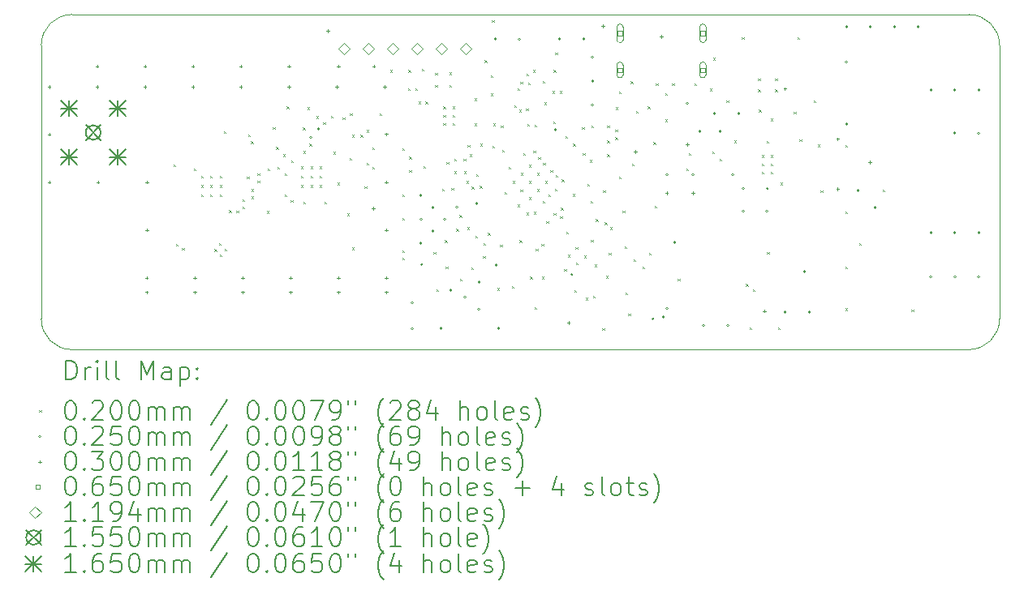
<source format=gbr>
%TF.GenerationSoftware,KiCad,Pcbnew,9.0.2+1*%
%TF.CreationDate,2025-05-31T23:41:08+01:00*%
%TF.ProjectId,OBC,4f42432e-6b69-4636-9164-5f7063625858,rev?*%
%TF.SameCoordinates,Original*%
%TF.FileFunction,Drillmap*%
%TF.FilePolarity,Positive*%
%FSLAX45Y45*%
G04 Gerber Fmt 4.5, Leading zero omitted, Abs format (unit mm)*
G04 Created by KiCad (PCBNEW 9.0.2+1) date 2025-05-31 23:41:08*
%MOMM*%
%LPD*%
G01*
G04 APERTURE LIST*
%ADD10C,0.050000*%
%ADD11C,0.200000*%
%ADD12C,0.100000*%
%ADD13C,0.119380*%
%ADD14C,0.155000*%
%ADD15C,0.165000*%
G04 APERTURE END LIST*
D10*
X10338000Y-10181000D02*
X19698000Y-10181000D01*
X10018000Y-7001000D02*
X10018000Y-9861000D01*
X19698000Y-6681000D02*
G75*
G02*
X20018000Y-7001000I0J-320000D01*
G01*
X20018000Y-7001000D02*
X20018000Y-9861000D01*
X20018000Y-9861000D02*
G75*
G02*
X19698000Y-10181000I-320000J0D01*
G01*
X10018000Y-7001000D02*
G75*
G02*
X10338000Y-6681000I320000J0D01*
G01*
X10338000Y-10181000D02*
G75*
G02*
X10018000Y-9861000I0J320000D01*
G01*
X19698000Y-6681000D02*
X10338000Y-6681000D01*
D11*
D12*
X11398000Y-8246700D02*
X11418000Y-8266700D01*
X11418000Y-8246700D02*
X11398000Y-8266700D01*
X11425000Y-9077500D02*
X11445000Y-9097500D01*
X11445000Y-9077500D02*
X11425000Y-9097500D01*
X11485646Y-9118354D02*
X11505646Y-9138354D01*
X11505646Y-9118354D02*
X11485646Y-9138354D01*
X11610000Y-8290000D02*
X11630000Y-8310000D01*
X11630000Y-8290000D02*
X11610000Y-8310000D01*
X11684354Y-8365969D02*
X11704354Y-8385969D01*
X11704354Y-8365969D02*
X11684354Y-8385969D01*
X11684354Y-8463485D02*
X11704354Y-8483485D01*
X11704354Y-8463485D02*
X11684354Y-8483485D01*
X11684354Y-8561000D02*
X11704354Y-8581000D01*
X11704354Y-8561000D02*
X11684354Y-8581000D01*
X11781226Y-8365969D02*
X11801226Y-8385969D01*
X11801226Y-8365969D02*
X11781226Y-8385969D01*
X11781226Y-8463485D02*
X11801226Y-8483485D01*
X11801226Y-8463485D02*
X11781226Y-8483485D01*
X11781226Y-8561000D02*
X11801226Y-8581000D01*
X11801226Y-8561000D02*
X11781226Y-8581000D01*
X11826864Y-9131135D02*
X11846864Y-9151135D01*
X11846864Y-9131135D02*
X11826864Y-9151135D01*
X11871280Y-9068720D02*
X11891280Y-9088720D01*
X11891280Y-9068720D02*
X11871280Y-9088720D01*
X11878000Y-9186000D02*
X11898000Y-9206000D01*
X11898000Y-9186000D02*
X11878000Y-9206000D01*
X11878097Y-8365969D02*
X11898097Y-8385969D01*
X11898097Y-8365969D02*
X11878097Y-8385969D01*
X11878097Y-8463485D02*
X11898097Y-8483485D01*
X11898097Y-8463485D02*
X11878097Y-8483485D01*
X11878097Y-8561000D02*
X11898097Y-8581000D01*
X11898097Y-8561000D02*
X11878097Y-8581000D01*
X11925150Y-7899216D02*
X11945150Y-7919216D01*
X11945150Y-7899216D02*
X11925150Y-7919216D01*
X11930000Y-9130000D02*
X11950000Y-9150000D01*
X11950000Y-9130000D02*
X11930000Y-9150000D01*
X11978000Y-8726000D02*
X11998000Y-8746000D01*
X11998000Y-8726000D02*
X11978000Y-8746000D01*
X12053642Y-8731939D02*
X12073642Y-8751939D01*
X12073642Y-8731939D02*
X12053642Y-8751939D01*
X12118000Y-8610000D02*
X12138000Y-8630000D01*
X12138000Y-8610000D02*
X12118000Y-8630000D01*
X12118094Y-8685209D02*
X12138094Y-8705209D01*
X12138094Y-8685209D02*
X12118094Y-8705209D01*
X12164899Y-8373575D02*
X12184899Y-8393575D01*
X12184899Y-8373575D02*
X12164899Y-8393575D01*
X12178285Y-7934995D02*
X12198285Y-7954995D01*
X12198285Y-7934995D02*
X12178285Y-7954995D01*
X12207864Y-8006619D02*
X12227864Y-8026619D01*
X12227864Y-8006619D02*
X12207864Y-8026619D01*
X12213000Y-8506000D02*
X12233000Y-8526000D01*
X12233000Y-8506000D02*
X12213000Y-8526000D01*
X12213242Y-8581000D02*
X12233242Y-8601000D01*
X12233242Y-8581000D02*
X12213242Y-8601000D01*
X12274454Y-8415087D02*
X12294454Y-8435087D01*
X12294454Y-8415087D02*
X12274454Y-8435087D01*
X12275039Y-8340089D02*
X12295039Y-8360089D01*
X12295039Y-8340089D02*
X12275039Y-8360089D01*
X12370000Y-8732360D02*
X12390000Y-8752360D01*
X12390000Y-8732360D02*
X12370000Y-8752360D01*
X12378000Y-8291000D02*
X12398000Y-8311000D01*
X12398000Y-8291000D02*
X12378000Y-8311000D01*
X12436000Y-7855000D02*
X12456000Y-7875000D01*
X12456000Y-7855000D02*
X12436000Y-7875000D01*
X12468000Y-8066000D02*
X12488000Y-8086000D01*
X12488000Y-8066000D02*
X12468000Y-8086000D01*
X12480000Y-8270000D02*
X12500000Y-8290000D01*
X12500000Y-8270000D02*
X12480000Y-8290000D01*
X12540000Y-8140000D02*
X12560000Y-8160000D01*
X12560000Y-8140000D02*
X12540000Y-8160000D01*
X12558000Y-8339188D02*
X12578000Y-8359188D01*
X12578000Y-8339188D02*
X12558000Y-8359188D01*
X12560000Y-8560000D02*
X12580000Y-8580000D01*
X12580000Y-8560000D02*
X12560000Y-8580000D01*
X12580000Y-7640000D02*
X12600000Y-7660000D01*
X12600000Y-7640000D02*
X12580000Y-7660000D01*
X12623000Y-8621000D02*
X12643000Y-8641000D01*
X12643000Y-8621000D02*
X12623000Y-8641000D01*
X12628000Y-8206000D02*
X12648000Y-8226000D01*
X12648000Y-8206000D02*
X12628000Y-8226000D01*
X12729628Y-8266484D02*
X12749628Y-8286484D01*
X12749628Y-8266484D02*
X12729628Y-8286484D01*
X12729628Y-8364000D02*
X12749628Y-8384000D01*
X12749628Y-8364000D02*
X12729628Y-8384000D01*
X12729628Y-8461516D02*
X12749628Y-8481516D01*
X12749628Y-8461516D02*
X12729628Y-8481516D01*
X12749991Y-7861707D02*
X12769991Y-7881707D01*
X12769991Y-7861707D02*
X12749991Y-7881707D01*
X12751582Y-8633708D02*
X12771582Y-8653708D01*
X12771582Y-8633708D02*
X12751582Y-8653708D01*
X12751582Y-8106000D02*
X12771582Y-8126000D01*
X12771582Y-8106000D02*
X12751582Y-8126000D01*
X12796000Y-7649000D02*
X12816000Y-7669000D01*
X12816000Y-7649000D02*
X12796000Y-7669000D01*
X12815132Y-8032000D02*
X12835132Y-8052000D01*
X12835132Y-8032000D02*
X12815132Y-8052000D01*
X12826500Y-8266484D02*
X12846500Y-8286484D01*
X12846500Y-8266484D02*
X12826500Y-8286484D01*
X12826500Y-8364000D02*
X12846500Y-8384000D01*
X12846500Y-8364000D02*
X12826500Y-8384000D01*
X12826500Y-8461516D02*
X12846500Y-8481516D01*
X12846500Y-8461516D02*
X12826500Y-8481516D01*
X12886619Y-7741619D02*
X12906619Y-7761619D01*
X12906619Y-7741619D02*
X12886619Y-7761619D01*
X12923371Y-8266484D02*
X12943371Y-8286484D01*
X12943371Y-8266484D02*
X12923371Y-8286484D01*
X12923371Y-8364000D02*
X12943371Y-8384000D01*
X12943371Y-8364000D02*
X12923371Y-8384000D01*
X12923371Y-8461516D02*
X12943371Y-8481516D01*
X12943371Y-8461516D02*
X12923371Y-8481516D01*
X12960000Y-7805000D02*
X12980000Y-7825000D01*
X12980000Y-7805000D02*
X12960000Y-7825000D01*
X12972582Y-8637418D02*
X12992582Y-8657418D01*
X12992582Y-8637418D02*
X12972582Y-8657418D01*
X13042869Y-7738869D02*
X13062869Y-7758869D01*
X13062869Y-7738869D02*
X13042869Y-7758869D01*
X13065000Y-8115000D02*
X13085000Y-8135000D01*
X13085000Y-8115000D02*
X13065000Y-8135000D01*
X13106152Y-8438708D02*
X13126152Y-8458708D01*
X13126152Y-8438708D02*
X13106152Y-8458708D01*
X13162163Y-7758168D02*
X13182163Y-7778168D01*
X13182163Y-7758168D02*
X13162163Y-7778168D01*
X13210582Y-8759418D02*
X13230582Y-8779418D01*
X13230582Y-8759418D02*
X13210582Y-8779418D01*
X13233841Y-8178949D02*
X13253841Y-8198949D01*
X13253841Y-8178949D02*
X13233841Y-8198949D01*
X13241000Y-7711668D02*
X13261000Y-7731668D01*
X13261000Y-7711668D02*
X13241000Y-7731668D01*
X13260000Y-9115000D02*
X13280000Y-9135000D01*
X13280000Y-9115000D02*
X13260000Y-9135000D01*
X13262500Y-7938500D02*
X13282500Y-7958500D01*
X13282500Y-7938500D02*
X13262500Y-7958500D01*
X13349000Y-7937000D02*
X13369000Y-7957000D01*
X13369000Y-7937000D02*
X13349000Y-7957000D01*
X13392142Y-8473908D02*
X13412142Y-8493908D01*
X13412142Y-8473908D02*
X13392142Y-8493908D01*
X13411600Y-8230000D02*
X13431600Y-8250000D01*
X13431600Y-8230000D02*
X13411600Y-8250000D01*
X13412000Y-7887000D02*
X13432000Y-7907000D01*
X13432000Y-7887000D02*
X13412000Y-7907000D01*
X13472500Y-8070000D02*
X13492500Y-8090000D01*
X13492500Y-8070000D02*
X13472500Y-8090000D01*
X13473168Y-8272830D02*
X13493168Y-8292830D01*
X13493168Y-8272830D02*
X13473168Y-8292830D01*
X13548000Y-7711668D02*
X13568000Y-7731668D01*
X13568000Y-7711668D02*
X13548000Y-7731668D01*
X13658080Y-7261000D02*
X13678080Y-7281000D01*
X13678080Y-7261000D02*
X13658080Y-7281000D01*
X13784000Y-8080000D02*
X13804000Y-8100000D01*
X13804000Y-8080000D02*
X13784000Y-8100000D01*
X13785572Y-8804276D02*
X13805572Y-8824276D01*
X13805572Y-8804276D02*
X13785572Y-8824276D01*
X13785712Y-8561778D02*
X13805712Y-8581778D01*
X13805712Y-8561778D02*
X13785712Y-8581778D01*
X13785888Y-9146030D02*
X13805888Y-9166030D01*
X13805888Y-9146030D02*
X13785888Y-9166030D01*
X13788000Y-9221000D02*
X13808000Y-9241000D01*
X13808000Y-9221000D02*
X13788000Y-9241000D01*
X13843000Y-7451000D02*
X13863000Y-7471000D01*
X13863000Y-7451000D02*
X13843000Y-7471000D01*
X13848080Y-7261000D02*
X13868080Y-7281000D01*
X13868080Y-7261000D02*
X13848080Y-7281000D01*
X13858000Y-8166000D02*
X13878000Y-8186000D01*
X13878000Y-8166000D02*
X13858000Y-8186000D01*
X13858000Y-8306000D02*
X13878000Y-8326000D01*
X13878000Y-8306000D02*
X13858000Y-8326000D01*
X13920000Y-7450000D02*
X13940000Y-7470000D01*
X13940000Y-7450000D02*
X13920000Y-7470000D01*
X13952616Y-7590412D02*
X13972616Y-7610412D01*
X13972616Y-7590412D02*
X13952616Y-7610412D01*
X13990000Y-7250000D02*
X14010000Y-7270000D01*
X14010000Y-7250000D02*
X13990000Y-7270000D01*
X14003119Y-8261880D02*
X14023119Y-8281880D01*
X14023119Y-8261880D02*
X14003119Y-8281880D01*
X14028000Y-7591000D02*
X14048000Y-7611000D01*
X14048000Y-7591000D02*
X14028000Y-7611000D01*
X14112044Y-9158941D02*
X14132044Y-9178941D01*
X14132044Y-9158941D02*
X14112044Y-9178941D01*
X14130000Y-7287500D02*
X14150000Y-7307500D01*
X14150000Y-7287500D02*
X14130000Y-7307500D01*
X14130000Y-7417500D02*
X14150000Y-7437500D01*
X14150000Y-7417500D02*
X14130000Y-7437500D01*
X14143000Y-9551000D02*
X14163000Y-9571000D01*
X14163000Y-9551000D02*
X14143000Y-9571000D01*
X14200000Y-8500000D02*
X14220000Y-8520000D01*
X14220000Y-8500000D02*
X14200000Y-8520000D01*
X14213000Y-7641000D02*
X14233000Y-7661000D01*
X14233000Y-7641000D02*
X14213000Y-7661000D01*
X14213000Y-7728500D02*
X14233000Y-7748500D01*
X14233000Y-7728500D02*
X14213000Y-7748500D01*
X14213000Y-7816000D02*
X14233000Y-7836000D01*
X14233000Y-7816000D02*
X14213000Y-7836000D01*
X14231015Y-9039970D02*
X14251015Y-9059970D01*
X14251015Y-9039970D02*
X14231015Y-9059970D01*
X14238000Y-9311000D02*
X14258000Y-9331000D01*
X14258000Y-9311000D02*
X14238000Y-9331000D01*
X14248000Y-8221000D02*
X14268000Y-8241000D01*
X14268000Y-8221000D02*
X14248000Y-8241000D01*
X14278000Y-7286000D02*
X14298000Y-7306000D01*
X14298000Y-7286000D02*
X14278000Y-7306000D01*
X14278000Y-7416000D02*
X14298000Y-7436000D01*
X14298000Y-7416000D02*
X14278000Y-7436000D01*
X14298000Y-8491000D02*
X14318000Y-8511000D01*
X14318000Y-8491000D02*
X14298000Y-8511000D01*
X14308000Y-7641000D02*
X14328000Y-7661000D01*
X14328000Y-7641000D02*
X14308000Y-7661000D01*
X14308000Y-7728500D02*
X14328000Y-7748500D01*
X14328000Y-7728500D02*
X14308000Y-7748500D01*
X14308000Y-7816000D02*
X14328000Y-7836000D01*
X14328000Y-7816000D02*
X14308000Y-7836000D01*
X14325000Y-8319500D02*
X14345000Y-8339500D01*
X14345000Y-8319500D02*
X14325000Y-8339500D01*
X14327500Y-8187500D02*
X14347500Y-8207500D01*
X14347500Y-8187500D02*
X14327500Y-8207500D01*
X14349985Y-8921000D02*
X14369985Y-8941000D01*
X14369985Y-8921000D02*
X14349985Y-8941000D01*
X14383000Y-8776000D02*
X14403000Y-8796000D01*
X14403000Y-8776000D02*
X14383000Y-8796000D01*
X14389029Y-9439971D02*
X14409029Y-9459971D01*
X14409029Y-9439971D02*
X14389029Y-9459971D01*
X14426071Y-8184999D02*
X14446071Y-8204999D01*
X14446071Y-8184999D02*
X14426071Y-8204999D01*
X14430000Y-8319500D02*
X14450000Y-8339500D01*
X14450000Y-8319500D02*
X14430000Y-8339500D01*
X14453000Y-8421000D02*
X14473000Y-8441000D01*
X14473000Y-8421000D02*
X14453000Y-8441000D01*
X14461000Y-8903000D02*
X14481000Y-8923000D01*
X14481000Y-8903000D02*
X14461000Y-8923000D01*
X14468000Y-8041000D02*
X14488000Y-8061000D01*
X14488000Y-8041000D02*
X14468000Y-8061000D01*
X14488000Y-8141000D02*
X14508000Y-8161000D01*
X14508000Y-8141000D02*
X14488000Y-8161000D01*
X14508000Y-9321000D02*
X14528000Y-9341000D01*
X14528000Y-9321000D02*
X14508000Y-9341000D01*
X14510000Y-8480000D02*
X14530000Y-8500000D01*
X14530000Y-8480000D02*
X14510000Y-8500000D01*
X14538000Y-7556000D02*
X14558000Y-7576000D01*
X14558000Y-7556000D02*
X14538000Y-7576000D01*
X14540000Y-7820000D02*
X14560000Y-7840000D01*
X14560000Y-7820000D02*
X14540000Y-7840000D01*
X14550000Y-8990000D02*
X14570000Y-9010000D01*
X14570000Y-8990000D02*
X14550000Y-9010000D01*
X14557500Y-8350000D02*
X14577500Y-8370000D01*
X14577500Y-8350000D02*
X14557500Y-8370000D01*
X14593000Y-8471000D02*
X14613000Y-8491000D01*
X14613000Y-8471000D02*
X14593000Y-8491000D01*
X14598000Y-8031000D02*
X14618000Y-8051000D01*
X14618000Y-8031000D02*
X14598000Y-8051000D01*
X14626970Y-9202030D02*
X14646970Y-9222030D01*
X14646970Y-9202030D02*
X14626970Y-9222030D01*
X14630000Y-9070000D02*
X14650000Y-9090000D01*
X14650000Y-9070000D02*
X14630000Y-9090000D01*
X14645000Y-7160000D02*
X14665000Y-7180000D01*
X14665000Y-7160000D02*
X14645000Y-7180000D01*
X14678000Y-8961000D02*
X14698000Y-8981000D01*
X14698000Y-8961000D02*
X14678000Y-8981000D01*
X14710000Y-7315000D02*
X14730000Y-7335000D01*
X14730000Y-7315000D02*
X14710000Y-7335000D01*
X14710000Y-7505000D02*
X14730000Y-7525000D01*
X14730000Y-7505000D02*
X14710000Y-7525000D01*
X14720000Y-6740000D02*
X14740000Y-6760000D01*
X14740000Y-6740000D02*
X14720000Y-6760000D01*
X14723000Y-8051000D02*
X14743000Y-8071000D01*
X14743000Y-8051000D02*
X14723000Y-8071000D01*
X14735000Y-7820000D02*
X14755000Y-7840000D01*
X14755000Y-7820000D02*
X14735000Y-7840000D01*
X14778000Y-9538840D02*
X14798000Y-9558840D01*
X14798000Y-9538840D02*
X14778000Y-9558840D01*
X14805000Y-9085000D02*
X14825000Y-9105000D01*
X14825000Y-9085000D02*
X14805000Y-9105000D01*
X14815665Y-7842500D02*
X14835665Y-7862500D01*
X14835665Y-7842500D02*
X14815665Y-7862500D01*
X14828000Y-8096000D02*
X14848000Y-8116000D01*
X14848000Y-8096000D02*
X14828000Y-8116000D01*
X14852000Y-8536000D02*
X14872000Y-8556000D01*
X14872000Y-8536000D02*
X14852000Y-8556000D01*
X14893000Y-8271000D02*
X14913000Y-8291000D01*
X14913000Y-8271000D02*
X14893000Y-8291000D01*
X14927000Y-9518840D02*
X14947000Y-9538840D01*
X14947000Y-9518840D02*
X14927000Y-9538840D01*
X14938000Y-8421000D02*
X14958000Y-8441000D01*
X14958000Y-8421000D02*
X14938000Y-8441000D01*
X14955534Y-7631000D02*
X14975534Y-7651000D01*
X14975534Y-7631000D02*
X14955534Y-7651000D01*
X14988000Y-8666000D02*
X15008000Y-8686000D01*
X15008000Y-8666000D02*
X14988000Y-8686000D01*
X14990000Y-7451000D02*
X15010000Y-7471000D01*
X15010000Y-7451000D02*
X14990000Y-7471000D01*
X15003562Y-7674280D02*
X15023562Y-7694280D01*
X15023562Y-7674280D02*
X15003562Y-7694280D01*
X15010000Y-9040000D02*
X15030000Y-9060000D01*
X15030000Y-9040000D02*
X15010000Y-9060000D01*
X15018000Y-7381000D02*
X15038000Y-7401000D01*
X15038000Y-7381000D02*
X15018000Y-7401000D01*
X15018000Y-8511000D02*
X15038000Y-8531000D01*
X15038000Y-8511000D02*
X15018000Y-8531000D01*
X15023000Y-8336000D02*
X15043000Y-8356000D01*
X15043000Y-8336000D02*
X15023000Y-8356000D01*
X15048000Y-8131000D02*
X15068000Y-8151000D01*
X15068000Y-8131000D02*
X15048000Y-8151000D01*
X15078000Y-7661000D02*
X15098000Y-7681000D01*
X15098000Y-7661000D02*
X15078000Y-7681000D01*
X15080000Y-8750000D02*
X15100000Y-8770000D01*
X15100000Y-8750000D02*
X15080000Y-8770000D01*
X15083000Y-7296000D02*
X15103000Y-7316000D01*
X15103000Y-7296000D02*
X15083000Y-7316000D01*
X15089713Y-7825140D02*
X15109713Y-7845140D01*
X15109713Y-7825140D02*
X15089713Y-7845140D01*
X15100000Y-7390000D02*
X15120000Y-7410000D01*
X15120000Y-7390000D02*
X15100000Y-7410000D01*
X15108000Y-8251000D02*
X15128000Y-8271000D01*
X15128000Y-8251000D02*
X15108000Y-8271000D01*
X15108000Y-8421000D02*
X15128000Y-8441000D01*
X15128000Y-8421000D02*
X15108000Y-8441000D01*
X15108000Y-8591000D02*
X15128000Y-8611000D01*
X15128000Y-8591000D02*
X15108000Y-8611000D01*
X15118206Y-9420970D02*
X15138206Y-9440970D01*
X15138206Y-9420970D02*
X15118206Y-9440970D01*
X15150000Y-7260000D02*
X15170000Y-7280000D01*
X15170000Y-7260000D02*
X15150000Y-7280000D01*
X15152000Y-8103000D02*
X15172000Y-8123000D01*
X15172000Y-8103000D02*
X15152000Y-8123000D01*
X15158000Y-8741000D02*
X15178000Y-8761000D01*
X15178000Y-8741000D02*
X15158000Y-8761000D01*
X15164823Y-7831000D02*
X15184823Y-7851000D01*
X15184823Y-7831000D02*
X15164823Y-7851000D01*
X15165000Y-9735000D02*
X15185000Y-9755000D01*
X15185000Y-9735000D02*
X15165000Y-9755000D01*
X15178000Y-9126000D02*
X15198000Y-9146000D01*
X15198000Y-9126000D02*
X15178000Y-9146000D01*
X15193000Y-8336000D02*
X15213000Y-8356000D01*
X15213000Y-8336000D02*
X15193000Y-8356000D01*
X15193000Y-8506000D02*
X15213000Y-8526000D01*
X15213000Y-8506000D02*
X15193000Y-8526000D01*
X15202500Y-8171000D02*
X15222500Y-8191000D01*
X15222500Y-8171000D02*
X15202500Y-8191000D01*
X15238000Y-9076000D02*
X15258000Y-9096000D01*
X15258000Y-9076000D02*
X15238000Y-9096000D01*
X15244008Y-9420970D02*
X15264008Y-9440970D01*
X15264008Y-9420970D02*
X15244008Y-9440970D01*
X15250000Y-8630000D02*
X15270000Y-8650000D01*
X15270000Y-8630000D02*
X15250000Y-8650000D01*
X15252515Y-7374515D02*
X15272515Y-7394515D01*
X15272515Y-7374515D02*
X15252515Y-7394515D01*
X15255000Y-8231000D02*
X15275000Y-8251000D01*
X15275000Y-8231000D02*
X15255000Y-8251000D01*
X15267000Y-7599000D02*
X15287000Y-7619000D01*
X15287000Y-7599000D02*
X15267000Y-7619000D01*
X15278000Y-8421000D02*
X15298000Y-8441000D01*
X15298000Y-8421000D02*
X15278000Y-8441000D01*
X15290000Y-8842000D02*
X15310000Y-8862000D01*
X15310000Y-8842000D02*
X15290000Y-8862000D01*
X15309500Y-8560000D02*
X15329500Y-8580000D01*
X15329500Y-8560000D02*
X15309500Y-8580000D01*
X15331000Y-8305000D02*
X15351000Y-8325000D01*
X15351000Y-8305000D02*
X15331000Y-8325000D01*
X15352225Y-7479772D02*
X15372225Y-7499772D01*
X15372225Y-7479772D02*
X15352225Y-7499772D01*
X15360000Y-7800000D02*
X15380000Y-7820000D01*
X15380000Y-7800000D02*
X15360000Y-7820000D01*
X15365000Y-7260000D02*
X15385000Y-7280000D01*
X15385000Y-7260000D02*
X15365000Y-7280000D01*
X15366156Y-8753000D02*
X15386156Y-8773000D01*
X15386156Y-8753000D02*
X15366156Y-8773000D01*
X15376000Y-8502000D02*
X15396000Y-8522000D01*
X15396000Y-8502000D02*
X15376000Y-8522000D01*
X15383000Y-7076000D02*
X15403000Y-7096000D01*
X15403000Y-7076000D02*
X15383000Y-7096000D01*
X15388375Y-8354769D02*
X15408375Y-8374769D01*
X15408375Y-8354769D02*
X15388375Y-8374769D01*
X15428000Y-7481000D02*
X15448000Y-7501000D01*
X15448000Y-7481000D02*
X15428000Y-7501000D01*
X15431000Y-8788000D02*
X15451000Y-8808000D01*
X15451000Y-8788000D02*
X15431000Y-8808000D01*
X15440000Y-8700000D02*
X15460000Y-8720000D01*
X15460000Y-8700000D02*
X15440000Y-8720000D01*
X15450000Y-8402000D02*
X15470000Y-8422000D01*
X15470000Y-8402000D02*
X15450000Y-8422000D01*
X15476000Y-9339000D02*
X15496000Y-9359000D01*
X15496000Y-9339000D02*
X15476000Y-9359000D01*
X15488784Y-7950216D02*
X15508784Y-7970216D01*
X15508784Y-7950216D02*
X15488784Y-7970216D01*
X15498000Y-8951000D02*
X15518000Y-8971000D01*
X15518000Y-8951000D02*
X15498000Y-8971000D01*
X15515000Y-9190000D02*
X15535000Y-9210000D01*
X15535000Y-9190000D02*
X15515000Y-9210000D01*
X15564000Y-8557000D02*
X15584000Y-8577000D01*
X15584000Y-8557000D02*
X15564000Y-8577000D01*
X15568024Y-8029455D02*
X15588024Y-8049455D01*
X15588024Y-8029455D02*
X15568024Y-8049455D01*
X15578000Y-9561000D02*
X15598000Y-9581000D01*
X15598000Y-9561000D02*
X15578000Y-9581000D01*
X15592000Y-9109000D02*
X15612000Y-9129000D01*
X15612000Y-9109000D02*
X15592000Y-9129000D01*
X15600000Y-9274000D02*
X15620000Y-9294000D01*
X15620000Y-9274000D02*
X15600000Y-9294000D01*
X15660000Y-7860000D02*
X15680000Y-7880000D01*
X15680000Y-7860000D02*
X15660000Y-7880000D01*
X15669000Y-8130431D02*
X15689000Y-8150431D01*
X15689000Y-8130431D02*
X15669000Y-8150431D01*
X15681500Y-9198500D02*
X15701500Y-9218500D01*
X15701500Y-9198500D02*
X15681500Y-9218500D01*
X15700000Y-9640000D02*
X15720000Y-9660000D01*
X15720000Y-9640000D02*
X15700000Y-9660000D01*
X15718000Y-8451000D02*
X15738000Y-8471000D01*
X15738000Y-8451000D02*
X15718000Y-8471000D01*
X15738784Y-8200216D02*
X15758784Y-8220216D01*
X15758784Y-8200216D02*
X15738784Y-8220216D01*
X15752323Y-8625677D02*
X15772323Y-8645677D01*
X15772323Y-8625677D02*
X15752323Y-8645677D01*
X15753000Y-9036000D02*
X15773000Y-9056000D01*
X15773000Y-9036000D02*
X15753000Y-9056000D01*
X15760000Y-7840000D02*
X15780000Y-7860000D01*
X15780000Y-7840000D02*
X15760000Y-7860000D01*
X15773000Y-9616000D02*
X15793000Y-9636000D01*
X15793000Y-9616000D02*
X15773000Y-9636000D01*
X15793119Y-9291881D02*
X15813119Y-9311881D01*
X15813119Y-9291881D02*
X15793119Y-9311881D01*
X15805000Y-8817500D02*
X15825000Y-8837500D01*
X15825000Y-8817500D02*
X15805000Y-8837500D01*
X15873000Y-9956000D02*
X15893000Y-9976000D01*
X15893000Y-9956000D02*
X15873000Y-9976000D01*
X15880000Y-8520000D02*
X15900000Y-8540000D01*
X15900000Y-8520000D02*
X15880000Y-8540000D01*
X15897085Y-8851078D02*
X15917085Y-8871078D01*
X15917085Y-8851078D02*
X15897085Y-8871078D01*
X15910000Y-9410000D02*
X15930000Y-9430000D01*
X15930000Y-9410000D02*
X15910000Y-9430000D01*
X15922500Y-7842500D02*
X15942500Y-7862500D01*
X15942500Y-7842500D02*
X15922500Y-7862500D01*
X15922500Y-7997500D02*
X15942500Y-8017500D01*
X15942500Y-7997500D02*
X15922500Y-8017500D01*
X15925000Y-8140000D02*
X15945000Y-8160000D01*
X15945000Y-8140000D02*
X15925000Y-8160000D01*
X15940089Y-9170911D02*
X15960089Y-9190911D01*
X15960089Y-9170911D02*
X15940089Y-9190911D01*
X15952000Y-8904000D02*
X15972000Y-8924000D01*
X15972000Y-8904000D02*
X15952000Y-8924000D01*
X16008000Y-7885042D02*
X16028000Y-7905042D01*
X16028000Y-7885042D02*
X16008000Y-7905042D01*
X16008000Y-7964000D02*
X16028000Y-7984000D01*
X16028000Y-7964000D02*
X16008000Y-7984000D01*
X16013000Y-7651000D02*
X16033000Y-7671000D01*
X16033000Y-7651000D02*
X16013000Y-7671000D01*
X16045000Y-7485000D02*
X16065000Y-7505000D01*
X16065000Y-7485000D02*
X16045000Y-7505000D01*
X16045000Y-8375000D02*
X16065000Y-8395000D01*
X16065000Y-8375000D02*
X16045000Y-8395000D01*
X16085000Y-8730000D02*
X16105000Y-8750000D01*
X16105000Y-8730000D02*
X16085000Y-8750000D01*
X16103000Y-9101000D02*
X16123000Y-9121000D01*
X16123000Y-9101000D02*
X16103000Y-9121000D01*
X16115000Y-9582500D02*
X16135000Y-9602500D01*
X16135000Y-9582500D02*
X16115000Y-9602500D01*
X16145000Y-9807000D02*
X16165000Y-9827000D01*
X16165000Y-9807000D02*
X16145000Y-9827000D01*
X16168925Y-7380075D02*
X16188925Y-7400075D01*
X16188925Y-7380075D02*
X16168925Y-7400075D01*
X16180000Y-8240000D02*
X16200000Y-8260000D01*
X16200000Y-8240000D02*
X16180000Y-8260000D01*
X16198888Y-9235556D02*
X16218888Y-9255556D01*
X16218888Y-9235556D02*
X16198888Y-9255556D01*
X16223500Y-7688500D02*
X16243500Y-7708500D01*
X16243500Y-7688500D02*
X16223500Y-7708500D01*
X16290000Y-9311000D02*
X16310000Y-9331000D01*
X16310000Y-9311000D02*
X16290000Y-9331000D01*
X16347000Y-7642000D02*
X16367000Y-7662000D01*
X16367000Y-7642000D02*
X16347000Y-7662000D01*
X16360000Y-9170000D02*
X16380000Y-9190000D01*
X16380000Y-9170000D02*
X16360000Y-9190000D01*
X16405000Y-8015000D02*
X16425000Y-8035000D01*
X16425000Y-8015000D02*
X16405000Y-8035000D01*
X16420000Y-8680000D02*
X16440000Y-8700000D01*
X16440000Y-8680000D02*
X16420000Y-8700000D01*
X16430000Y-7400000D02*
X16450000Y-7420000D01*
X16450000Y-7400000D02*
X16430000Y-7420000D01*
X16529000Y-7501000D02*
X16549000Y-7521000D01*
X16549000Y-7501000D02*
X16529000Y-7521000D01*
X16529000Y-7776000D02*
X16549000Y-7796000D01*
X16549000Y-7776000D02*
X16529000Y-7796000D01*
X16600000Y-7400000D02*
X16620000Y-7420000D01*
X16620000Y-7400000D02*
X16600000Y-7420000D01*
X16660000Y-9440000D02*
X16680000Y-9460000D01*
X16680000Y-9440000D02*
X16660000Y-9460000D01*
X16750000Y-8287034D02*
X16770000Y-8307034D01*
X16770000Y-8287034D02*
X16750000Y-8307034D01*
X16775000Y-8130000D02*
X16795000Y-8150000D01*
X16795000Y-8130000D02*
X16775000Y-8150000D01*
X16832280Y-7397720D02*
X16852280Y-7417720D01*
X16852280Y-7397720D02*
X16832280Y-7417720D01*
X16995000Y-7455000D02*
X17015000Y-7475000D01*
X17015000Y-7455000D02*
X16995000Y-7475000D01*
X17017500Y-8112500D02*
X17037500Y-8132500D01*
X17037500Y-8112500D02*
X17017500Y-8132500D01*
X17030000Y-7135000D02*
X17050000Y-7155000D01*
X17050000Y-7135000D02*
X17030000Y-7155000D01*
X17098000Y-8187074D02*
X17118000Y-8207074D01*
X17118000Y-8187074D02*
X17098000Y-8207074D01*
X17168000Y-7576000D02*
X17188000Y-7596000D01*
X17188000Y-7576000D02*
X17168000Y-7596000D01*
X17250000Y-7997500D02*
X17270000Y-8017500D01*
X17270000Y-7997500D02*
X17250000Y-8017500D01*
X17330000Y-6920000D02*
X17350000Y-6940000D01*
X17350000Y-6920000D02*
X17330000Y-6940000D01*
X17370000Y-9496750D02*
X17390000Y-9516750D01*
X17390000Y-9496750D02*
X17370000Y-9516750D01*
X17410000Y-9950000D02*
X17430000Y-9970000D01*
X17430000Y-9950000D02*
X17410000Y-9970000D01*
X17445000Y-9551000D02*
X17465000Y-9571000D01*
X17465000Y-9551000D02*
X17445000Y-9571000D01*
X17497000Y-7350000D02*
X17517000Y-7370000D01*
X17517000Y-7350000D02*
X17497000Y-7370000D01*
X17497000Y-7465000D02*
X17517000Y-7485000D01*
X17517000Y-7465000D02*
X17497000Y-7485000D01*
X17508000Y-7676000D02*
X17528000Y-7696000D01*
X17528000Y-7676000D02*
X17508000Y-7696000D01*
X17538000Y-8151000D02*
X17558000Y-8171000D01*
X17558000Y-8151000D02*
X17538000Y-8171000D01*
X17538000Y-8236000D02*
X17558000Y-8256000D01*
X17558000Y-8236000D02*
X17538000Y-8256000D01*
X17538000Y-8321000D02*
X17558000Y-8341000D01*
X17558000Y-8321000D02*
X17538000Y-8341000D01*
X17585000Y-8000000D02*
X17605000Y-8020000D01*
X17605000Y-8000000D02*
X17585000Y-8020000D01*
X17590000Y-9160000D02*
X17610000Y-9180000D01*
X17610000Y-9160000D02*
X17590000Y-9180000D01*
X17628000Y-8151000D02*
X17648000Y-8171000D01*
X17648000Y-8151000D02*
X17628000Y-8171000D01*
X17628000Y-8236000D02*
X17648000Y-8256000D01*
X17648000Y-8236000D02*
X17628000Y-8256000D01*
X17628000Y-8321000D02*
X17648000Y-8341000D01*
X17648000Y-8321000D02*
X17628000Y-8341000D01*
X17630000Y-7770000D02*
X17650000Y-7790000D01*
X17650000Y-7770000D02*
X17630000Y-7790000D01*
X17675000Y-7350000D02*
X17695000Y-7370000D01*
X17695000Y-7350000D02*
X17675000Y-7370000D01*
X17675000Y-7465000D02*
X17695000Y-7485000D01*
X17695000Y-7465000D02*
X17675000Y-7485000D01*
X17705000Y-9950000D02*
X17725000Y-9970000D01*
X17725000Y-9950000D02*
X17705000Y-9970000D01*
X17729000Y-8438000D02*
X17749000Y-8458000D01*
X17749000Y-8438000D02*
X17729000Y-8458000D01*
X17870000Y-7695000D02*
X17890000Y-7715000D01*
X17890000Y-7695000D02*
X17870000Y-7715000D01*
X17910000Y-6920000D02*
X17930000Y-6940000D01*
X17930000Y-6920000D02*
X17910000Y-6940000D01*
X17930000Y-7982500D02*
X17950000Y-8002500D01*
X17950000Y-7982500D02*
X17930000Y-8002500D01*
X18078000Y-7576000D02*
X18098000Y-7596000D01*
X18098000Y-7576000D02*
X18078000Y-7596000D01*
X18120000Y-8040000D02*
X18140000Y-8060000D01*
X18140000Y-8040000D02*
X18120000Y-8060000D01*
X18150000Y-8520000D02*
X18170000Y-8540000D01*
X18170000Y-8520000D02*
X18150000Y-8540000D01*
X18410000Y-8045000D02*
X18430000Y-8065000D01*
X18430000Y-8045000D02*
X18410000Y-8065000D01*
X18410000Y-8740000D02*
X18430000Y-8760000D01*
X18430000Y-8740000D02*
X18410000Y-8760000D01*
X18410000Y-9315000D02*
X18430000Y-9335000D01*
X18430000Y-9315000D02*
X18410000Y-9335000D01*
X18410000Y-9750000D02*
X18430000Y-9770000D01*
X18430000Y-9750000D02*
X18410000Y-9770000D01*
X18550000Y-9070000D02*
X18570000Y-9090000D01*
X18570000Y-9070000D02*
X18550000Y-9090000D01*
X18799325Y-8509325D02*
X18819325Y-8529325D01*
X18819325Y-8509325D02*
X18799325Y-8529325D01*
X19100000Y-9760000D02*
X19120000Y-9780000D01*
X19120000Y-9760000D02*
X19100000Y-9780000D01*
X12841778Y-7962865D02*
G75*
G02*
X12816778Y-7962865I-12500J0D01*
G01*
X12816778Y-7962865D02*
G75*
G02*
X12841778Y-7962865I12500J0D01*
G01*
X12924471Y-7877193D02*
G75*
G02*
X12899471Y-7877193I-12500J0D01*
G01*
X12899471Y-7877193D02*
G75*
G02*
X12924471Y-7877193I12500J0D01*
G01*
X13902500Y-9690000D02*
G75*
G02*
X13877500Y-9690000I-12500J0D01*
G01*
X13877500Y-9690000D02*
G75*
G02*
X13902500Y-9690000I12500J0D01*
G01*
X13902500Y-9960000D02*
G75*
G02*
X13877500Y-9960000I-12500J0D01*
G01*
X13877500Y-9960000D02*
G75*
G02*
X13902500Y-9960000I12500J0D01*
G01*
X13992500Y-8570000D02*
G75*
G02*
X13967500Y-8570000I-12500J0D01*
G01*
X13967500Y-8570000D02*
G75*
G02*
X13992500Y-8570000I12500J0D01*
G01*
X13992500Y-8820000D02*
G75*
G02*
X13967500Y-8820000I-12500J0D01*
G01*
X13967500Y-8820000D02*
G75*
G02*
X13992500Y-8820000I12500J0D01*
G01*
X13992500Y-9070000D02*
G75*
G02*
X13967500Y-9070000I-12500J0D01*
G01*
X13967500Y-9070000D02*
G75*
G02*
X13992500Y-9070000I12500J0D01*
G01*
X14002500Y-9290000D02*
G75*
G02*
X13977500Y-9290000I-12500J0D01*
G01*
X13977500Y-9290000D02*
G75*
G02*
X14002500Y-9290000I12500J0D01*
G01*
X14117500Y-8695000D02*
G75*
G02*
X14092500Y-8695000I-12500J0D01*
G01*
X14092500Y-8695000D02*
G75*
G02*
X14117500Y-8695000I12500J0D01*
G01*
X14117500Y-8945000D02*
G75*
G02*
X14092500Y-8945000I-12500J0D01*
G01*
X14092500Y-8945000D02*
G75*
G02*
X14117500Y-8945000I12500J0D01*
G01*
X14202500Y-9960000D02*
G75*
G02*
X14177500Y-9960000I-12500J0D01*
G01*
X14177500Y-9960000D02*
G75*
G02*
X14202500Y-9960000I12500J0D01*
G01*
X14242500Y-8820000D02*
G75*
G02*
X14217500Y-8820000I-12500J0D01*
G01*
X14217500Y-8820000D02*
G75*
G02*
X14242500Y-8820000I12500J0D01*
G01*
X14302500Y-9560000D02*
G75*
G02*
X14277500Y-9560000I-12500J0D01*
G01*
X14277500Y-9560000D02*
G75*
G02*
X14302500Y-9560000I12500J0D01*
G01*
X14367500Y-8695000D02*
G75*
G02*
X14342500Y-8695000I-12500J0D01*
G01*
X14342500Y-8695000D02*
G75*
G02*
X14367500Y-8695000I12500J0D01*
G01*
X14452500Y-9635000D02*
G75*
G02*
X14427500Y-9635000I-12500J0D01*
G01*
X14427500Y-9635000D02*
G75*
G02*
X14452500Y-9635000I12500J0D01*
G01*
X14575000Y-8652500D02*
G75*
G02*
X14550000Y-8652500I-12500J0D01*
G01*
X14550000Y-8652500D02*
G75*
G02*
X14575000Y-8652500I12500J0D01*
G01*
X14595500Y-9756000D02*
G75*
G02*
X14570500Y-9756000I-12500J0D01*
G01*
X14570500Y-9756000D02*
G75*
G02*
X14595500Y-9756000I12500J0D01*
G01*
X14598723Y-9476777D02*
G75*
G02*
X14573723Y-9476777I-12500J0D01*
G01*
X14573723Y-9476777D02*
G75*
G02*
X14598723Y-9476777I12500J0D01*
G01*
X14770000Y-6937500D02*
G75*
G02*
X14745000Y-6937500I-12500J0D01*
G01*
X14745000Y-6937500D02*
G75*
G02*
X14770000Y-6937500I12500J0D01*
G01*
X14775500Y-9300000D02*
G75*
G02*
X14750500Y-9300000I-12500J0D01*
G01*
X14750500Y-9300000D02*
G75*
G02*
X14775500Y-9300000I12500J0D01*
G01*
X14802500Y-9960000D02*
G75*
G02*
X14777500Y-9960000I-12500J0D01*
G01*
X14777500Y-9960000D02*
G75*
G02*
X14802500Y-9960000I12500J0D01*
G01*
X15020000Y-6937500D02*
G75*
G02*
X14995000Y-6937500I-12500J0D01*
G01*
X14995000Y-6937500D02*
G75*
G02*
X15020000Y-6937500I12500J0D01*
G01*
X15392500Y-7884985D02*
G75*
G02*
X15367500Y-7884985I-12500J0D01*
G01*
X15367500Y-7884985D02*
G75*
G02*
X15392500Y-7884985I12500J0D01*
G01*
X15440000Y-6937500D02*
G75*
G02*
X15415000Y-6937500I-12500J0D01*
G01*
X15415000Y-6937500D02*
G75*
G02*
X15440000Y-6937500I12500J0D01*
G01*
X15565500Y-9396000D02*
G75*
G02*
X15540500Y-9396000I-12500J0D01*
G01*
X15540500Y-9396000D02*
G75*
G02*
X15565500Y-9396000I12500J0D01*
G01*
X15690000Y-6937500D02*
G75*
G02*
X15665000Y-6937500I-12500J0D01*
G01*
X15665000Y-6937500D02*
G75*
G02*
X15690000Y-6937500I12500J0D01*
G01*
X15782500Y-7125000D02*
G75*
G02*
X15757500Y-7125000I-12500J0D01*
G01*
X15757500Y-7125000D02*
G75*
G02*
X15782500Y-7125000I12500J0D01*
G01*
X15782500Y-7375000D02*
G75*
G02*
X15757500Y-7375000I-12500J0D01*
G01*
X15757500Y-7375000D02*
G75*
G02*
X15782500Y-7375000I12500J0D01*
G01*
X15782500Y-7625000D02*
G75*
G02*
X15757500Y-7625000I-12500J0D01*
G01*
X15757500Y-7625000D02*
G75*
G02*
X15782500Y-7625000I12500J0D01*
G01*
X16412000Y-9861000D02*
G75*
G02*
X16387000Y-9861000I-12500J0D01*
G01*
X16387000Y-9861000D02*
G75*
G02*
X16412000Y-9861000I12500J0D01*
G01*
X16519500Y-9838500D02*
G75*
G02*
X16494500Y-9838500I-12500J0D01*
G01*
X16494500Y-9838500D02*
G75*
G02*
X16519500Y-9838500I12500J0D01*
G01*
X16557500Y-8355000D02*
G75*
G02*
X16532500Y-8355000I-12500J0D01*
G01*
X16532500Y-8355000D02*
G75*
G02*
X16557500Y-8355000I12500J0D01*
G01*
X16562000Y-9751000D02*
G75*
G02*
X16537000Y-9751000I-12500J0D01*
G01*
X16537000Y-9751000D02*
G75*
G02*
X16562000Y-9751000I12500J0D01*
G01*
X16642500Y-9060000D02*
G75*
G02*
X16617500Y-9060000I-12500J0D01*
G01*
X16617500Y-9060000D02*
G75*
G02*
X16642500Y-9060000I12500J0D01*
G01*
X16772500Y-7610000D02*
G75*
G02*
X16747500Y-7610000I-12500J0D01*
G01*
X16747500Y-7610000D02*
G75*
G02*
X16772500Y-7610000I12500J0D01*
G01*
X16832000Y-8355000D02*
G75*
G02*
X16807000Y-8355000I-12500J0D01*
G01*
X16807000Y-8355000D02*
G75*
G02*
X16832000Y-8355000I12500J0D01*
G01*
X16898944Y-7901414D02*
G75*
G02*
X16873944Y-7901414I-12500J0D01*
G01*
X16873944Y-7901414D02*
G75*
G02*
X16898944Y-7901414I12500J0D01*
G01*
X16942500Y-9930000D02*
G75*
G02*
X16917500Y-9930000I-12500J0D01*
G01*
X16917500Y-9930000D02*
G75*
G02*
X16942500Y-9930000I12500J0D01*
G01*
X17057500Y-7715080D02*
G75*
G02*
X17032500Y-7715080I-12500J0D01*
G01*
X17032500Y-7715080D02*
G75*
G02*
X17057500Y-7715080I12500J0D01*
G01*
X17113944Y-7903914D02*
G75*
G02*
X17088944Y-7903914I-12500J0D01*
G01*
X17088944Y-7903914D02*
G75*
G02*
X17113944Y-7903914I12500J0D01*
G01*
X17192500Y-9930000D02*
G75*
G02*
X17167500Y-9930000I-12500J0D01*
G01*
X17167500Y-9930000D02*
G75*
G02*
X17192500Y-9930000I12500J0D01*
G01*
X17242500Y-8355000D02*
G75*
G02*
X17217500Y-8355000I-12500J0D01*
G01*
X17217500Y-8355000D02*
G75*
G02*
X17242500Y-8355000I12500J0D01*
G01*
X17307500Y-7715080D02*
G75*
G02*
X17282500Y-7715080I-12500J0D01*
G01*
X17282500Y-7715080D02*
G75*
G02*
X17307500Y-7715080I12500J0D01*
G01*
X17352940Y-8734000D02*
G75*
G02*
X17327940Y-8734000I-12500J0D01*
G01*
X17327940Y-8734000D02*
G75*
G02*
X17352940Y-8734000I12500J0D01*
G01*
X17357500Y-8500000D02*
G75*
G02*
X17332500Y-8500000I-12500J0D01*
G01*
X17332500Y-8500000D02*
G75*
G02*
X17357500Y-8500000I12500J0D01*
G01*
X17602940Y-8734000D02*
G75*
G02*
X17577940Y-8734000I-12500J0D01*
G01*
X17577940Y-8734000D02*
G75*
G02*
X17602940Y-8734000I12500J0D01*
G01*
X17607500Y-8500000D02*
G75*
G02*
X17582500Y-8500000I-12500J0D01*
G01*
X17582500Y-8500000D02*
G75*
G02*
X17607500Y-8500000I12500J0D01*
G01*
X17792500Y-9790000D02*
G75*
G02*
X17767500Y-9790000I-12500J0D01*
G01*
X17767500Y-9790000D02*
G75*
G02*
X17792500Y-9790000I12500J0D01*
G01*
X17996213Y-9363439D02*
G75*
G02*
X17971213Y-9363439I-12500J0D01*
G01*
X17971213Y-9363439D02*
G75*
G02*
X17996213Y-9363439I12500J0D01*
G01*
X18042500Y-9790000D02*
G75*
G02*
X18017500Y-9790000I-12500J0D01*
G01*
X18017500Y-9790000D02*
G75*
G02*
X18042500Y-9790000I12500J0D01*
G01*
X18432500Y-6810000D02*
G75*
G02*
X18407500Y-6810000I-12500J0D01*
G01*
X18407500Y-6810000D02*
G75*
G02*
X18432500Y-6810000I12500J0D01*
G01*
X18432500Y-7175000D02*
G75*
G02*
X18407500Y-7175000I-12500J0D01*
G01*
X18407500Y-7175000D02*
G75*
G02*
X18432500Y-7175000I12500J0D01*
G01*
X18432500Y-7825000D02*
G75*
G02*
X18407500Y-7825000I-12500J0D01*
G01*
X18407500Y-7825000D02*
G75*
G02*
X18432500Y-7825000I12500J0D01*
G01*
X18552500Y-8520000D02*
G75*
G02*
X18527500Y-8520000I-12500J0D01*
G01*
X18527500Y-8520000D02*
G75*
G02*
X18552500Y-8520000I12500J0D01*
G01*
X18682500Y-6810000D02*
G75*
G02*
X18657500Y-6810000I-12500J0D01*
G01*
X18657500Y-6810000D02*
G75*
G02*
X18682500Y-6810000I12500J0D01*
G01*
X18729277Y-8696777D02*
G75*
G02*
X18704277Y-8696777I-12500J0D01*
G01*
X18704277Y-8696777D02*
G75*
G02*
X18729277Y-8696777I12500J0D01*
G01*
X18932500Y-6810000D02*
G75*
G02*
X18907500Y-6810000I-12500J0D01*
G01*
X18907500Y-6810000D02*
G75*
G02*
X18932500Y-6810000I12500J0D01*
G01*
X19182500Y-6810000D02*
G75*
G02*
X19157500Y-6810000I-12500J0D01*
G01*
X19157500Y-6810000D02*
G75*
G02*
X19182500Y-6810000I12500J0D01*
G01*
X19312500Y-8960000D02*
G75*
G02*
X19287500Y-8960000I-12500J0D01*
G01*
X19287500Y-8960000D02*
G75*
G02*
X19312500Y-8960000I12500J0D01*
G01*
X19312500Y-9420000D02*
G75*
G02*
X19287500Y-9420000I-12500J0D01*
G01*
X19287500Y-9420000D02*
G75*
G02*
X19312500Y-9420000I12500J0D01*
G01*
X19312501Y-7469923D02*
G75*
G02*
X19287501Y-7469923I-12500J0D01*
G01*
X19287501Y-7469923D02*
G75*
G02*
X19312501Y-7469923I12500J0D01*
G01*
X19562500Y-7470000D02*
G75*
G02*
X19537500Y-7470000I-12500J0D01*
G01*
X19537500Y-7470000D02*
G75*
G02*
X19562500Y-7470000I12500J0D01*
G01*
X19562500Y-8960000D02*
G75*
G02*
X19537500Y-8960000I-12500J0D01*
G01*
X19537500Y-8960000D02*
G75*
G02*
X19562500Y-8960000I12500J0D01*
G01*
X19562500Y-9420000D02*
G75*
G02*
X19537500Y-9420000I-12500J0D01*
G01*
X19537500Y-9420000D02*
G75*
G02*
X19562500Y-9420000I12500J0D01*
G01*
X19562501Y-7920910D02*
G75*
G02*
X19537501Y-7920910I-12500J0D01*
G01*
X19537501Y-7920910D02*
G75*
G02*
X19562501Y-7920910I12500J0D01*
G01*
X19812500Y-7470000D02*
G75*
G02*
X19787500Y-7470000I-12500J0D01*
G01*
X19787500Y-7470000D02*
G75*
G02*
X19812500Y-7470000I12500J0D01*
G01*
X19812500Y-7920986D02*
G75*
G02*
X19787500Y-7920986I-12500J0D01*
G01*
X19787500Y-7920986D02*
G75*
G02*
X19812500Y-7920986I12500J0D01*
G01*
X19812500Y-8960000D02*
G75*
G02*
X19787500Y-8960000I-12500J0D01*
G01*
X19787500Y-8960000D02*
G75*
G02*
X19812500Y-8960000I12500J0D01*
G01*
X19812500Y-9420000D02*
G75*
G02*
X19787500Y-9420000I-12500J0D01*
G01*
X19787500Y-9420000D02*
G75*
G02*
X19812500Y-9420000I12500J0D01*
G01*
X10100000Y-7419000D02*
X10100000Y-7449000D01*
X10085000Y-7434000D02*
X10115000Y-7434000D01*
X10100000Y-7916000D02*
X10100000Y-7946000D01*
X10085000Y-7931000D02*
X10115000Y-7931000D01*
X10100000Y-8416000D02*
X10100000Y-8446000D01*
X10085000Y-8431000D02*
X10115000Y-8431000D01*
X10600000Y-7205000D02*
X10600000Y-7235000D01*
X10585000Y-7220000D02*
X10615000Y-7220000D01*
X10600000Y-7419000D02*
X10600000Y-7449000D01*
X10585000Y-7434000D02*
X10615000Y-7434000D01*
X10609000Y-8416123D02*
X10609000Y-8446123D01*
X10594000Y-8431123D02*
X10624000Y-8431123D01*
X11100000Y-7205000D02*
X11100000Y-7235000D01*
X11085000Y-7220000D02*
X11115000Y-7220000D01*
X11100000Y-7419000D02*
X11100000Y-7449000D01*
X11085000Y-7434000D02*
X11115000Y-7434000D01*
X11117276Y-9416059D02*
X11117276Y-9446059D01*
X11102276Y-9431059D02*
X11132276Y-9431059D01*
X11117500Y-9565000D02*
X11117500Y-9595000D01*
X11102500Y-9580000D02*
X11132500Y-9580000D01*
X11118000Y-8416000D02*
X11118000Y-8446000D01*
X11103000Y-8431000D02*
X11133000Y-8431000D01*
X11118000Y-8916000D02*
X11118000Y-8946000D01*
X11103000Y-8931000D02*
X11133000Y-8931000D01*
X11600000Y-7205000D02*
X11600000Y-7235000D01*
X11585000Y-7220000D02*
X11615000Y-7220000D01*
X11600000Y-7419000D02*
X11600000Y-7449000D01*
X11585000Y-7434000D02*
X11615000Y-7434000D01*
X11618000Y-9416000D02*
X11618000Y-9446000D01*
X11603000Y-9431000D02*
X11633000Y-9431000D01*
X11618000Y-9565000D02*
X11618000Y-9595000D01*
X11603000Y-9580000D02*
X11633000Y-9580000D01*
X12100000Y-7205000D02*
X12100000Y-7235000D01*
X12085000Y-7220000D02*
X12115000Y-7220000D01*
X12100000Y-7419000D02*
X12100000Y-7449000D01*
X12085000Y-7434000D02*
X12115000Y-7434000D01*
X12118000Y-9416000D02*
X12118000Y-9446000D01*
X12103000Y-9431000D02*
X12133000Y-9431000D01*
X12118000Y-9565000D02*
X12118000Y-9595000D01*
X12103000Y-9580000D02*
X12133000Y-9580000D01*
X12600000Y-7205000D02*
X12600000Y-7235000D01*
X12585000Y-7220000D02*
X12615000Y-7220000D01*
X12600000Y-7419000D02*
X12600000Y-7449000D01*
X12585000Y-7434000D02*
X12615000Y-7434000D01*
X12618000Y-9416000D02*
X12618000Y-9446000D01*
X12603000Y-9431000D02*
X12633000Y-9431000D01*
X12618000Y-9565000D02*
X12618000Y-9595000D01*
X12603000Y-9580000D02*
X12633000Y-9580000D01*
X13010000Y-6835000D02*
X13010000Y-6865000D01*
X12995000Y-6850000D02*
X13025000Y-6850000D01*
X13100000Y-7419000D02*
X13100000Y-7449000D01*
X13085000Y-7434000D02*
X13115000Y-7434000D01*
X13118000Y-9416000D02*
X13118000Y-9446000D01*
X13103000Y-9431000D02*
X13133000Y-9431000D01*
X13118000Y-9565000D02*
X13118000Y-9595000D01*
X13103000Y-9580000D02*
X13133000Y-9580000D01*
X13120000Y-7205000D02*
X13120000Y-7235000D01*
X13105000Y-7220000D02*
X13135000Y-7220000D01*
X13482500Y-8690558D02*
X13482500Y-8720558D01*
X13467500Y-8705558D02*
X13497500Y-8705558D01*
X13487500Y-7205000D02*
X13487500Y-7235000D01*
X13472500Y-7220000D02*
X13502500Y-7220000D01*
X13600000Y-7419000D02*
X13600000Y-7449000D01*
X13585000Y-7434000D02*
X13615000Y-7434000D01*
X13618000Y-7915000D02*
X13618000Y-7945000D01*
X13603000Y-7930000D02*
X13633000Y-7930000D01*
X13618000Y-8416000D02*
X13618000Y-8446000D01*
X13603000Y-8431000D02*
X13633000Y-8431000D01*
X13618000Y-8916000D02*
X13618000Y-8946000D01*
X13603000Y-8931000D02*
X13633000Y-8931000D01*
X13618000Y-9416000D02*
X13618000Y-9446000D01*
X13603000Y-9431000D02*
X13633000Y-9431000D01*
X13618000Y-9565000D02*
X13618000Y-9595000D01*
X13603000Y-9580000D02*
X13633000Y-9580000D01*
X15520000Y-9885000D02*
X15520000Y-9915000D01*
X15505000Y-9900000D02*
X15535000Y-9900000D01*
X15880000Y-6785000D02*
X15880000Y-6815000D01*
X15865000Y-6800000D02*
X15895000Y-6800000D01*
X16218000Y-8096000D02*
X16218000Y-8126000D01*
X16203000Y-8111000D02*
X16233000Y-8111000D01*
X16490000Y-6895000D02*
X16490000Y-6925000D01*
X16475000Y-6910000D02*
X16505000Y-6910000D01*
X16545000Y-8531000D02*
X16545000Y-8561000D01*
X16530000Y-8546000D02*
X16560000Y-8546000D01*
X16760000Y-8024000D02*
X16760000Y-8054000D01*
X16745000Y-8039000D02*
X16775000Y-8039000D01*
X16819500Y-8531000D02*
X16819500Y-8561000D01*
X16804500Y-8546000D02*
X16834500Y-8546000D01*
X17565500Y-9762000D02*
X17565500Y-9792000D01*
X17550500Y-9777000D02*
X17580500Y-9777000D01*
X17778000Y-7441000D02*
X17778000Y-7471000D01*
X17763000Y-7456000D02*
X17793000Y-7456000D01*
X18328000Y-7966000D02*
X18328000Y-7996000D01*
X18313000Y-7981000D02*
X18343000Y-7981000D01*
X18328000Y-8486000D02*
X18328000Y-8516000D01*
X18313000Y-8501000D02*
X18343000Y-8501000D01*
X18664435Y-8207435D02*
X18664435Y-8237435D01*
X18649435Y-8222435D02*
X18679435Y-8222435D01*
X16079906Y-6900231D02*
X16079906Y-6854269D01*
X16033944Y-6854269D01*
X16033944Y-6900231D01*
X16079906Y-6900231D01*
X16089425Y-6942250D02*
X16089425Y-6812250D01*
X16024425Y-6812250D02*
G75*
G02*
X16089425Y-6812250I32500J0D01*
G01*
X16024425Y-6812250D02*
X16024425Y-6942250D01*
X16024425Y-6942250D02*
G75*
G03*
X16089425Y-6942250I32500J0D01*
G01*
X16079906Y-7282731D02*
X16079906Y-7236769D01*
X16033944Y-7236769D01*
X16033944Y-7282731D01*
X16079906Y-7282731D01*
X16089425Y-7309750D02*
X16089425Y-7209750D01*
X16024425Y-7209750D02*
G75*
G02*
X16089425Y-7209750I32500J0D01*
G01*
X16024425Y-7209750D02*
X16024425Y-7309750D01*
X16024425Y-7309750D02*
G75*
G03*
X16089425Y-7309750I32500J0D01*
G01*
X16943906Y-6900231D02*
X16943906Y-6854269D01*
X16897944Y-6854269D01*
X16897944Y-6900231D01*
X16943906Y-6900231D01*
X16953425Y-6942250D02*
X16953425Y-6812250D01*
X16888425Y-6812250D02*
G75*
G02*
X16953425Y-6812250I32500J0D01*
G01*
X16888425Y-6812250D02*
X16888425Y-6942250D01*
X16888425Y-6942250D02*
G75*
G03*
X16953425Y-6942250I32500J0D01*
G01*
X16943906Y-7282731D02*
X16943906Y-7236769D01*
X16897944Y-7236769D01*
X16897944Y-7282731D01*
X16943906Y-7282731D01*
X16953425Y-7309750D02*
X16953425Y-7209750D01*
X16888425Y-7209750D02*
G75*
G02*
X16953425Y-7209750I32500J0D01*
G01*
X16888425Y-7209750D02*
X16888425Y-7309750D01*
X16888425Y-7309750D02*
G75*
G03*
X16953425Y-7309750I32500J0D01*
G01*
D13*
X13178000Y-7100690D02*
X13237690Y-7041000D01*
X13178000Y-6981310D01*
X13118310Y-7041000D01*
X13178000Y-7100690D01*
X13432000Y-7100690D02*
X13491690Y-7041000D01*
X13432000Y-6981310D01*
X13372310Y-7041000D01*
X13432000Y-7100690D01*
X13686000Y-7100690D02*
X13745690Y-7041000D01*
X13686000Y-6981310D01*
X13626310Y-7041000D01*
X13686000Y-7100690D01*
X13940000Y-7100690D02*
X13999690Y-7041000D01*
X13940000Y-6981310D01*
X13880310Y-7041000D01*
X13940000Y-7100690D01*
X14194000Y-7100690D02*
X14253690Y-7041000D01*
X14194000Y-6981310D01*
X14134310Y-7041000D01*
X14194000Y-7100690D01*
X14448000Y-7100690D02*
X14507690Y-7041000D01*
X14448000Y-6981310D01*
X14388310Y-7041000D01*
X14448000Y-7100690D01*
D14*
X10482500Y-7836500D02*
X10637500Y-7991500D01*
X10637500Y-7836500D02*
X10482500Y-7991500D01*
X10637500Y-7914000D02*
G75*
G02*
X10482500Y-7914000I-77500J0D01*
G01*
X10482500Y-7914000D02*
G75*
G02*
X10637500Y-7914000I77500J0D01*
G01*
D15*
X10223500Y-7577500D02*
X10388500Y-7742500D01*
X10388500Y-7577500D02*
X10223500Y-7742500D01*
X10306000Y-7577500D02*
X10306000Y-7742500D01*
X10223500Y-7660000D02*
X10388500Y-7660000D01*
X10223500Y-8085500D02*
X10388500Y-8250500D01*
X10388500Y-8085500D02*
X10223500Y-8250500D01*
X10306000Y-8085500D02*
X10306000Y-8250500D01*
X10223500Y-8168000D02*
X10388500Y-8168000D01*
X10731500Y-7577500D02*
X10896500Y-7742500D01*
X10896500Y-7577500D02*
X10731500Y-7742500D01*
X10814000Y-7577500D02*
X10814000Y-7742500D01*
X10731500Y-7660000D02*
X10896500Y-7660000D01*
X10731500Y-8085500D02*
X10896500Y-8250500D01*
X10896500Y-8085500D02*
X10731500Y-8250500D01*
X10814000Y-8085500D02*
X10814000Y-8250500D01*
X10731500Y-8168000D02*
X10896500Y-8168000D01*
D11*
X10276277Y-10494984D02*
X10276277Y-10294984D01*
X10276277Y-10294984D02*
X10323896Y-10294984D01*
X10323896Y-10294984D02*
X10352467Y-10304508D01*
X10352467Y-10304508D02*
X10371515Y-10323555D01*
X10371515Y-10323555D02*
X10381039Y-10342603D01*
X10381039Y-10342603D02*
X10390563Y-10380698D01*
X10390563Y-10380698D02*
X10390563Y-10409270D01*
X10390563Y-10409270D02*
X10381039Y-10447365D01*
X10381039Y-10447365D02*
X10371515Y-10466412D01*
X10371515Y-10466412D02*
X10352467Y-10485460D01*
X10352467Y-10485460D02*
X10323896Y-10494984D01*
X10323896Y-10494984D02*
X10276277Y-10494984D01*
X10476277Y-10494984D02*
X10476277Y-10361650D01*
X10476277Y-10399746D02*
X10485801Y-10380698D01*
X10485801Y-10380698D02*
X10495324Y-10371174D01*
X10495324Y-10371174D02*
X10514372Y-10361650D01*
X10514372Y-10361650D02*
X10533420Y-10361650D01*
X10600086Y-10494984D02*
X10600086Y-10361650D01*
X10600086Y-10294984D02*
X10590563Y-10304508D01*
X10590563Y-10304508D02*
X10600086Y-10314031D01*
X10600086Y-10314031D02*
X10609610Y-10304508D01*
X10609610Y-10304508D02*
X10600086Y-10294984D01*
X10600086Y-10294984D02*
X10600086Y-10314031D01*
X10723896Y-10494984D02*
X10704848Y-10485460D01*
X10704848Y-10485460D02*
X10695324Y-10466412D01*
X10695324Y-10466412D02*
X10695324Y-10294984D01*
X10828658Y-10494984D02*
X10809610Y-10485460D01*
X10809610Y-10485460D02*
X10800086Y-10466412D01*
X10800086Y-10466412D02*
X10800086Y-10294984D01*
X11057229Y-10494984D02*
X11057229Y-10294984D01*
X11057229Y-10294984D02*
X11123896Y-10437841D01*
X11123896Y-10437841D02*
X11190562Y-10294984D01*
X11190562Y-10294984D02*
X11190562Y-10494984D01*
X11371515Y-10494984D02*
X11371515Y-10390222D01*
X11371515Y-10390222D02*
X11361991Y-10371174D01*
X11361991Y-10371174D02*
X11342943Y-10361650D01*
X11342943Y-10361650D02*
X11304848Y-10361650D01*
X11304848Y-10361650D02*
X11285801Y-10371174D01*
X11371515Y-10485460D02*
X11352467Y-10494984D01*
X11352467Y-10494984D02*
X11304848Y-10494984D01*
X11304848Y-10494984D02*
X11285801Y-10485460D01*
X11285801Y-10485460D02*
X11276277Y-10466412D01*
X11276277Y-10466412D02*
X11276277Y-10447365D01*
X11276277Y-10447365D02*
X11285801Y-10428317D01*
X11285801Y-10428317D02*
X11304848Y-10418793D01*
X11304848Y-10418793D02*
X11352467Y-10418793D01*
X11352467Y-10418793D02*
X11371515Y-10409270D01*
X11466753Y-10361650D02*
X11466753Y-10561650D01*
X11466753Y-10371174D02*
X11485801Y-10361650D01*
X11485801Y-10361650D02*
X11523896Y-10361650D01*
X11523896Y-10361650D02*
X11542943Y-10371174D01*
X11542943Y-10371174D02*
X11552467Y-10380698D01*
X11552467Y-10380698D02*
X11561991Y-10399746D01*
X11561991Y-10399746D02*
X11561991Y-10456889D01*
X11561991Y-10456889D02*
X11552467Y-10475936D01*
X11552467Y-10475936D02*
X11542943Y-10485460D01*
X11542943Y-10485460D02*
X11523896Y-10494984D01*
X11523896Y-10494984D02*
X11485801Y-10494984D01*
X11485801Y-10494984D02*
X11466753Y-10485460D01*
X11647705Y-10475936D02*
X11657229Y-10485460D01*
X11657229Y-10485460D02*
X11647705Y-10494984D01*
X11647705Y-10494984D02*
X11638182Y-10485460D01*
X11638182Y-10485460D02*
X11647705Y-10475936D01*
X11647705Y-10475936D02*
X11647705Y-10494984D01*
X11647705Y-10371174D02*
X11657229Y-10380698D01*
X11657229Y-10380698D02*
X11647705Y-10390222D01*
X11647705Y-10390222D02*
X11638182Y-10380698D01*
X11638182Y-10380698D02*
X11647705Y-10371174D01*
X11647705Y-10371174D02*
X11647705Y-10390222D01*
D12*
X9995500Y-10813500D02*
X10015500Y-10833500D01*
X10015500Y-10813500D02*
X9995500Y-10833500D01*
D11*
X10314372Y-10714984D02*
X10333420Y-10714984D01*
X10333420Y-10714984D02*
X10352467Y-10724508D01*
X10352467Y-10724508D02*
X10361991Y-10734031D01*
X10361991Y-10734031D02*
X10371515Y-10753079D01*
X10371515Y-10753079D02*
X10381039Y-10791174D01*
X10381039Y-10791174D02*
X10381039Y-10838793D01*
X10381039Y-10838793D02*
X10371515Y-10876889D01*
X10371515Y-10876889D02*
X10361991Y-10895936D01*
X10361991Y-10895936D02*
X10352467Y-10905460D01*
X10352467Y-10905460D02*
X10333420Y-10914984D01*
X10333420Y-10914984D02*
X10314372Y-10914984D01*
X10314372Y-10914984D02*
X10295324Y-10905460D01*
X10295324Y-10905460D02*
X10285801Y-10895936D01*
X10285801Y-10895936D02*
X10276277Y-10876889D01*
X10276277Y-10876889D02*
X10266753Y-10838793D01*
X10266753Y-10838793D02*
X10266753Y-10791174D01*
X10266753Y-10791174D02*
X10276277Y-10753079D01*
X10276277Y-10753079D02*
X10285801Y-10734031D01*
X10285801Y-10734031D02*
X10295324Y-10724508D01*
X10295324Y-10724508D02*
X10314372Y-10714984D01*
X10466753Y-10895936D02*
X10476277Y-10905460D01*
X10476277Y-10905460D02*
X10466753Y-10914984D01*
X10466753Y-10914984D02*
X10457229Y-10905460D01*
X10457229Y-10905460D02*
X10466753Y-10895936D01*
X10466753Y-10895936D02*
X10466753Y-10914984D01*
X10552467Y-10734031D02*
X10561991Y-10724508D01*
X10561991Y-10724508D02*
X10581039Y-10714984D01*
X10581039Y-10714984D02*
X10628658Y-10714984D01*
X10628658Y-10714984D02*
X10647705Y-10724508D01*
X10647705Y-10724508D02*
X10657229Y-10734031D01*
X10657229Y-10734031D02*
X10666753Y-10753079D01*
X10666753Y-10753079D02*
X10666753Y-10772127D01*
X10666753Y-10772127D02*
X10657229Y-10800698D01*
X10657229Y-10800698D02*
X10542944Y-10914984D01*
X10542944Y-10914984D02*
X10666753Y-10914984D01*
X10790563Y-10714984D02*
X10809610Y-10714984D01*
X10809610Y-10714984D02*
X10828658Y-10724508D01*
X10828658Y-10724508D02*
X10838182Y-10734031D01*
X10838182Y-10734031D02*
X10847705Y-10753079D01*
X10847705Y-10753079D02*
X10857229Y-10791174D01*
X10857229Y-10791174D02*
X10857229Y-10838793D01*
X10857229Y-10838793D02*
X10847705Y-10876889D01*
X10847705Y-10876889D02*
X10838182Y-10895936D01*
X10838182Y-10895936D02*
X10828658Y-10905460D01*
X10828658Y-10905460D02*
X10809610Y-10914984D01*
X10809610Y-10914984D02*
X10790563Y-10914984D01*
X10790563Y-10914984D02*
X10771515Y-10905460D01*
X10771515Y-10905460D02*
X10761991Y-10895936D01*
X10761991Y-10895936D02*
X10752467Y-10876889D01*
X10752467Y-10876889D02*
X10742944Y-10838793D01*
X10742944Y-10838793D02*
X10742944Y-10791174D01*
X10742944Y-10791174D02*
X10752467Y-10753079D01*
X10752467Y-10753079D02*
X10761991Y-10734031D01*
X10761991Y-10734031D02*
X10771515Y-10724508D01*
X10771515Y-10724508D02*
X10790563Y-10714984D01*
X10981039Y-10714984D02*
X11000086Y-10714984D01*
X11000086Y-10714984D02*
X11019134Y-10724508D01*
X11019134Y-10724508D02*
X11028658Y-10734031D01*
X11028658Y-10734031D02*
X11038182Y-10753079D01*
X11038182Y-10753079D02*
X11047705Y-10791174D01*
X11047705Y-10791174D02*
X11047705Y-10838793D01*
X11047705Y-10838793D02*
X11038182Y-10876889D01*
X11038182Y-10876889D02*
X11028658Y-10895936D01*
X11028658Y-10895936D02*
X11019134Y-10905460D01*
X11019134Y-10905460D02*
X11000086Y-10914984D01*
X11000086Y-10914984D02*
X10981039Y-10914984D01*
X10981039Y-10914984D02*
X10961991Y-10905460D01*
X10961991Y-10905460D02*
X10952467Y-10895936D01*
X10952467Y-10895936D02*
X10942944Y-10876889D01*
X10942944Y-10876889D02*
X10933420Y-10838793D01*
X10933420Y-10838793D02*
X10933420Y-10791174D01*
X10933420Y-10791174D02*
X10942944Y-10753079D01*
X10942944Y-10753079D02*
X10952467Y-10734031D01*
X10952467Y-10734031D02*
X10961991Y-10724508D01*
X10961991Y-10724508D02*
X10981039Y-10714984D01*
X11133420Y-10914984D02*
X11133420Y-10781650D01*
X11133420Y-10800698D02*
X11142944Y-10791174D01*
X11142944Y-10791174D02*
X11161991Y-10781650D01*
X11161991Y-10781650D02*
X11190563Y-10781650D01*
X11190563Y-10781650D02*
X11209610Y-10791174D01*
X11209610Y-10791174D02*
X11219134Y-10810222D01*
X11219134Y-10810222D02*
X11219134Y-10914984D01*
X11219134Y-10810222D02*
X11228658Y-10791174D01*
X11228658Y-10791174D02*
X11247705Y-10781650D01*
X11247705Y-10781650D02*
X11276277Y-10781650D01*
X11276277Y-10781650D02*
X11295324Y-10791174D01*
X11295324Y-10791174D02*
X11304848Y-10810222D01*
X11304848Y-10810222D02*
X11304848Y-10914984D01*
X11400086Y-10914984D02*
X11400086Y-10781650D01*
X11400086Y-10800698D02*
X11409610Y-10791174D01*
X11409610Y-10791174D02*
X11428658Y-10781650D01*
X11428658Y-10781650D02*
X11457229Y-10781650D01*
X11457229Y-10781650D02*
X11476277Y-10791174D01*
X11476277Y-10791174D02*
X11485801Y-10810222D01*
X11485801Y-10810222D02*
X11485801Y-10914984D01*
X11485801Y-10810222D02*
X11495324Y-10791174D01*
X11495324Y-10791174D02*
X11514372Y-10781650D01*
X11514372Y-10781650D02*
X11542943Y-10781650D01*
X11542943Y-10781650D02*
X11561991Y-10791174D01*
X11561991Y-10791174D02*
X11571515Y-10810222D01*
X11571515Y-10810222D02*
X11571515Y-10914984D01*
X11961991Y-10705460D02*
X11790563Y-10962603D01*
X12219134Y-10714984D02*
X12238182Y-10714984D01*
X12238182Y-10714984D02*
X12257229Y-10724508D01*
X12257229Y-10724508D02*
X12266753Y-10734031D01*
X12266753Y-10734031D02*
X12276277Y-10753079D01*
X12276277Y-10753079D02*
X12285801Y-10791174D01*
X12285801Y-10791174D02*
X12285801Y-10838793D01*
X12285801Y-10838793D02*
X12276277Y-10876889D01*
X12276277Y-10876889D02*
X12266753Y-10895936D01*
X12266753Y-10895936D02*
X12257229Y-10905460D01*
X12257229Y-10905460D02*
X12238182Y-10914984D01*
X12238182Y-10914984D02*
X12219134Y-10914984D01*
X12219134Y-10914984D02*
X12200086Y-10905460D01*
X12200086Y-10905460D02*
X12190563Y-10895936D01*
X12190563Y-10895936D02*
X12181039Y-10876889D01*
X12181039Y-10876889D02*
X12171515Y-10838793D01*
X12171515Y-10838793D02*
X12171515Y-10791174D01*
X12171515Y-10791174D02*
X12181039Y-10753079D01*
X12181039Y-10753079D02*
X12190563Y-10734031D01*
X12190563Y-10734031D02*
X12200086Y-10724508D01*
X12200086Y-10724508D02*
X12219134Y-10714984D01*
X12371515Y-10895936D02*
X12381039Y-10905460D01*
X12381039Y-10905460D02*
X12371515Y-10914984D01*
X12371515Y-10914984D02*
X12361991Y-10905460D01*
X12361991Y-10905460D02*
X12371515Y-10895936D01*
X12371515Y-10895936D02*
X12371515Y-10914984D01*
X12504848Y-10714984D02*
X12523896Y-10714984D01*
X12523896Y-10714984D02*
X12542944Y-10724508D01*
X12542944Y-10724508D02*
X12552467Y-10734031D01*
X12552467Y-10734031D02*
X12561991Y-10753079D01*
X12561991Y-10753079D02*
X12571515Y-10791174D01*
X12571515Y-10791174D02*
X12571515Y-10838793D01*
X12571515Y-10838793D02*
X12561991Y-10876889D01*
X12561991Y-10876889D02*
X12552467Y-10895936D01*
X12552467Y-10895936D02*
X12542944Y-10905460D01*
X12542944Y-10905460D02*
X12523896Y-10914984D01*
X12523896Y-10914984D02*
X12504848Y-10914984D01*
X12504848Y-10914984D02*
X12485801Y-10905460D01*
X12485801Y-10905460D02*
X12476277Y-10895936D01*
X12476277Y-10895936D02*
X12466753Y-10876889D01*
X12466753Y-10876889D02*
X12457229Y-10838793D01*
X12457229Y-10838793D02*
X12457229Y-10791174D01*
X12457229Y-10791174D02*
X12466753Y-10753079D01*
X12466753Y-10753079D02*
X12476277Y-10734031D01*
X12476277Y-10734031D02*
X12485801Y-10724508D01*
X12485801Y-10724508D02*
X12504848Y-10714984D01*
X12695325Y-10714984D02*
X12714372Y-10714984D01*
X12714372Y-10714984D02*
X12733420Y-10724508D01*
X12733420Y-10724508D02*
X12742944Y-10734031D01*
X12742944Y-10734031D02*
X12752467Y-10753079D01*
X12752467Y-10753079D02*
X12761991Y-10791174D01*
X12761991Y-10791174D02*
X12761991Y-10838793D01*
X12761991Y-10838793D02*
X12752467Y-10876889D01*
X12752467Y-10876889D02*
X12742944Y-10895936D01*
X12742944Y-10895936D02*
X12733420Y-10905460D01*
X12733420Y-10905460D02*
X12714372Y-10914984D01*
X12714372Y-10914984D02*
X12695325Y-10914984D01*
X12695325Y-10914984D02*
X12676277Y-10905460D01*
X12676277Y-10905460D02*
X12666753Y-10895936D01*
X12666753Y-10895936D02*
X12657229Y-10876889D01*
X12657229Y-10876889D02*
X12647706Y-10838793D01*
X12647706Y-10838793D02*
X12647706Y-10791174D01*
X12647706Y-10791174D02*
X12657229Y-10753079D01*
X12657229Y-10753079D02*
X12666753Y-10734031D01*
X12666753Y-10734031D02*
X12676277Y-10724508D01*
X12676277Y-10724508D02*
X12695325Y-10714984D01*
X12828658Y-10714984D02*
X12961991Y-10714984D01*
X12961991Y-10714984D02*
X12876277Y-10914984D01*
X13047706Y-10914984D02*
X13085801Y-10914984D01*
X13085801Y-10914984D02*
X13104848Y-10905460D01*
X13104848Y-10905460D02*
X13114372Y-10895936D01*
X13114372Y-10895936D02*
X13133420Y-10867365D01*
X13133420Y-10867365D02*
X13142944Y-10829270D01*
X13142944Y-10829270D02*
X13142944Y-10753079D01*
X13142944Y-10753079D02*
X13133420Y-10734031D01*
X13133420Y-10734031D02*
X13123896Y-10724508D01*
X13123896Y-10724508D02*
X13104848Y-10714984D01*
X13104848Y-10714984D02*
X13066753Y-10714984D01*
X13066753Y-10714984D02*
X13047706Y-10724508D01*
X13047706Y-10724508D02*
X13038182Y-10734031D01*
X13038182Y-10734031D02*
X13028658Y-10753079D01*
X13028658Y-10753079D02*
X13028658Y-10800698D01*
X13028658Y-10800698D02*
X13038182Y-10819746D01*
X13038182Y-10819746D02*
X13047706Y-10829270D01*
X13047706Y-10829270D02*
X13066753Y-10838793D01*
X13066753Y-10838793D02*
X13104848Y-10838793D01*
X13104848Y-10838793D02*
X13123896Y-10829270D01*
X13123896Y-10829270D02*
X13133420Y-10819746D01*
X13133420Y-10819746D02*
X13142944Y-10800698D01*
X13219134Y-10714984D02*
X13219134Y-10753079D01*
X13295325Y-10714984D02*
X13295325Y-10753079D01*
X13590563Y-10991174D02*
X13581039Y-10981650D01*
X13581039Y-10981650D02*
X13561991Y-10953079D01*
X13561991Y-10953079D02*
X13552468Y-10934031D01*
X13552468Y-10934031D02*
X13542944Y-10905460D01*
X13542944Y-10905460D02*
X13533420Y-10857841D01*
X13533420Y-10857841D02*
X13533420Y-10819746D01*
X13533420Y-10819746D02*
X13542944Y-10772127D01*
X13542944Y-10772127D02*
X13552468Y-10743555D01*
X13552468Y-10743555D02*
X13561991Y-10724508D01*
X13561991Y-10724508D02*
X13581039Y-10695936D01*
X13581039Y-10695936D02*
X13590563Y-10686412D01*
X13657229Y-10734031D02*
X13666753Y-10724508D01*
X13666753Y-10724508D02*
X13685801Y-10714984D01*
X13685801Y-10714984D02*
X13733420Y-10714984D01*
X13733420Y-10714984D02*
X13752468Y-10724508D01*
X13752468Y-10724508D02*
X13761991Y-10734031D01*
X13761991Y-10734031D02*
X13771515Y-10753079D01*
X13771515Y-10753079D02*
X13771515Y-10772127D01*
X13771515Y-10772127D02*
X13761991Y-10800698D01*
X13761991Y-10800698D02*
X13647706Y-10914984D01*
X13647706Y-10914984D02*
X13771515Y-10914984D01*
X13885801Y-10800698D02*
X13866753Y-10791174D01*
X13866753Y-10791174D02*
X13857229Y-10781650D01*
X13857229Y-10781650D02*
X13847706Y-10762603D01*
X13847706Y-10762603D02*
X13847706Y-10753079D01*
X13847706Y-10753079D02*
X13857229Y-10734031D01*
X13857229Y-10734031D02*
X13866753Y-10724508D01*
X13866753Y-10724508D02*
X13885801Y-10714984D01*
X13885801Y-10714984D02*
X13923896Y-10714984D01*
X13923896Y-10714984D02*
X13942944Y-10724508D01*
X13942944Y-10724508D02*
X13952468Y-10734031D01*
X13952468Y-10734031D02*
X13961991Y-10753079D01*
X13961991Y-10753079D02*
X13961991Y-10762603D01*
X13961991Y-10762603D02*
X13952468Y-10781650D01*
X13952468Y-10781650D02*
X13942944Y-10791174D01*
X13942944Y-10791174D02*
X13923896Y-10800698D01*
X13923896Y-10800698D02*
X13885801Y-10800698D01*
X13885801Y-10800698D02*
X13866753Y-10810222D01*
X13866753Y-10810222D02*
X13857229Y-10819746D01*
X13857229Y-10819746D02*
X13847706Y-10838793D01*
X13847706Y-10838793D02*
X13847706Y-10876889D01*
X13847706Y-10876889D02*
X13857229Y-10895936D01*
X13857229Y-10895936D02*
X13866753Y-10905460D01*
X13866753Y-10905460D02*
X13885801Y-10914984D01*
X13885801Y-10914984D02*
X13923896Y-10914984D01*
X13923896Y-10914984D02*
X13942944Y-10905460D01*
X13942944Y-10905460D02*
X13952468Y-10895936D01*
X13952468Y-10895936D02*
X13961991Y-10876889D01*
X13961991Y-10876889D02*
X13961991Y-10838793D01*
X13961991Y-10838793D02*
X13952468Y-10819746D01*
X13952468Y-10819746D02*
X13942944Y-10810222D01*
X13942944Y-10810222D02*
X13923896Y-10800698D01*
X14133420Y-10781650D02*
X14133420Y-10914984D01*
X14085801Y-10705460D02*
X14038182Y-10848317D01*
X14038182Y-10848317D02*
X14161991Y-10848317D01*
X14390563Y-10914984D02*
X14390563Y-10714984D01*
X14476277Y-10914984D02*
X14476277Y-10810222D01*
X14476277Y-10810222D02*
X14466753Y-10791174D01*
X14466753Y-10791174D02*
X14447706Y-10781650D01*
X14447706Y-10781650D02*
X14419134Y-10781650D01*
X14419134Y-10781650D02*
X14400087Y-10791174D01*
X14400087Y-10791174D02*
X14390563Y-10800698D01*
X14600087Y-10914984D02*
X14581039Y-10905460D01*
X14581039Y-10905460D02*
X14571515Y-10895936D01*
X14571515Y-10895936D02*
X14561991Y-10876889D01*
X14561991Y-10876889D02*
X14561991Y-10819746D01*
X14561991Y-10819746D02*
X14571515Y-10800698D01*
X14571515Y-10800698D02*
X14581039Y-10791174D01*
X14581039Y-10791174D02*
X14600087Y-10781650D01*
X14600087Y-10781650D02*
X14628658Y-10781650D01*
X14628658Y-10781650D02*
X14647706Y-10791174D01*
X14647706Y-10791174D02*
X14657230Y-10800698D01*
X14657230Y-10800698D02*
X14666753Y-10819746D01*
X14666753Y-10819746D02*
X14666753Y-10876889D01*
X14666753Y-10876889D02*
X14657230Y-10895936D01*
X14657230Y-10895936D02*
X14647706Y-10905460D01*
X14647706Y-10905460D02*
X14628658Y-10914984D01*
X14628658Y-10914984D02*
X14600087Y-10914984D01*
X14781039Y-10914984D02*
X14761991Y-10905460D01*
X14761991Y-10905460D02*
X14752468Y-10886412D01*
X14752468Y-10886412D02*
X14752468Y-10714984D01*
X14933420Y-10905460D02*
X14914372Y-10914984D01*
X14914372Y-10914984D02*
X14876277Y-10914984D01*
X14876277Y-10914984D02*
X14857230Y-10905460D01*
X14857230Y-10905460D02*
X14847706Y-10886412D01*
X14847706Y-10886412D02*
X14847706Y-10810222D01*
X14847706Y-10810222D02*
X14857230Y-10791174D01*
X14857230Y-10791174D02*
X14876277Y-10781650D01*
X14876277Y-10781650D02*
X14914372Y-10781650D01*
X14914372Y-10781650D02*
X14933420Y-10791174D01*
X14933420Y-10791174D02*
X14942944Y-10810222D01*
X14942944Y-10810222D02*
X14942944Y-10829270D01*
X14942944Y-10829270D02*
X14847706Y-10848317D01*
X15019134Y-10905460D02*
X15038182Y-10914984D01*
X15038182Y-10914984D02*
X15076277Y-10914984D01*
X15076277Y-10914984D02*
X15095325Y-10905460D01*
X15095325Y-10905460D02*
X15104849Y-10886412D01*
X15104849Y-10886412D02*
X15104849Y-10876889D01*
X15104849Y-10876889D02*
X15095325Y-10857841D01*
X15095325Y-10857841D02*
X15076277Y-10848317D01*
X15076277Y-10848317D02*
X15047706Y-10848317D01*
X15047706Y-10848317D02*
X15028658Y-10838793D01*
X15028658Y-10838793D02*
X15019134Y-10819746D01*
X15019134Y-10819746D02*
X15019134Y-10810222D01*
X15019134Y-10810222D02*
X15028658Y-10791174D01*
X15028658Y-10791174D02*
X15047706Y-10781650D01*
X15047706Y-10781650D02*
X15076277Y-10781650D01*
X15076277Y-10781650D02*
X15095325Y-10791174D01*
X15171515Y-10991174D02*
X15181039Y-10981650D01*
X15181039Y-10981650D02*
X15200087Y-10953079D01*
X15200087Y-10953079D02*
X15209611Y-10934031D01*
X15209611Y-10934031D02*
X15219134Y-10905460D01*
X15219134Y-10905460D02*
X15228658Y-10857841D01*
X15228658Y-10857841D02*
X15228658Y-10819746D01*
X15228658Y-10819746D02*
X15219134Y-10772127D01*
X15219134Y-10772127D02*
X15209611Y-10743555D01*
X15209611Y-10743555D02*
X15200087Y-10724508D01*
X15200087Y-10724508D02*
X15181039Y-10695936D01*
X15181039Y-10695936D02*
X15171515Y-10686412D01*
D12*
X10015500Y-11087500D02*
G75*
G02*
X9990500Y-11087500I-12500J0D01*
G01*
X9990500Y-11087500D02*
G75*
G02*
X10015500Y-11087500I12500J0D01*
G01*
D11*
X10314372Y-10978984D02*
X10333420Y-10978984D01*
X10333420Y-10978984D02*
X10352467Y-10988508D01*
X10352467Y-10988508D02*
X10361991Y-10998031D01*
X10361991Y-10998031D02*
X10371515Y-11017079D01*
X10371515Y-11017079D02*
X10381039Y-11055174D01*
X10381039Y-11055174D02*
X10381039Y-11102793D01*
X10381039Y-11102793D02*
X10371515Y-11140889D01*
X10371515Y-11140889D02*
X10361991Y-11159936D01*
X10361991Y-11159936D02*
X10352467Y-11169460D01*
X10352467Y-11169460D02*
X10333420Y-11178984D01*
X10333420Y-11178984D02*
X10314372Y-11178984D01*
X10314372Y-11178984D02*
X10295324Y-11169460D01*
X10295324Y-11169460D02*
X10285801Y-11159936D01*
X10285801Y-11159936D02*
X10276277Y-11140889D01*
X10276277Y-11140889D02*
X10266753Y-11102793D01*
X10266753Y-11102793D02*
X10266753Y-11055174D01*
X10266753Y-11055174D02*
X10276277Y-11017079D01*
X10276277Y-11017079D02*
X10285801Y-10998031D01*
X10285801Y-10998031D02*
X10295324Y-10988508D01*
X10295324Y-10988508D02*
X10314372Y-10978984D01*
X10466753Y-11159936D02*
X10476277Y-11169460D01*
X10476277Y-11169460D02*
X10466753Y-11178984D01*
X10466753Y-11178984D02*
X10457229Y-11169460D01*
X10457229Y-11169460D02*
X10466753Y-11159936D01*
X10466753Y-11159936D02*
X10466753Y-11178984D01*
X10552467Y-10998031D02*
X10561991Y-10988508D01*
X10561991Y-10988508D02*
X10581039Y-10978984D01*
X10581039Y-10978984D02*
X10628658Y-10978984D01*
X10628658Y-10978984D02*
X10647705Y-10988508D01*
X10647705Y-10988508D02*
X10657229Y-10998031D01*
X10657229Y-10998031D02*
X10666753Y-11017079D01*
X10666753Y-11017079D02*
X10666753Y-11036127D01*
X10666753Y-11036127D02*
X10657229Y-11064698D01*
X10657229Y-11064698D02*
X10542944Y-11178984D01*
X10542944Y-11178984D02*
X10666753Y-11178984D01*
X10847705Y-10978984D02*
X10752467Y-10978984D01*
X10752467Y-10978984D02*
X10742944Y-11074222D01*
X10742944Y-11074222D02*
X10752467Y-11064698D01*
X10752467Y-11064698D02*
X10771515Y-11055174D01*
X10771515Y-11055174D02*
X10819134Y-11055174D01*
X10819134Y-11055174D02*
X10838182Y-11064698D01*
X10838182Y-11064698D02*
X10847705Y-11074222D01*
X10847705Y-11074222D02*
X10857229Y-11093270D01*
X10857229Y-11093270D02*
X10857229Y-11140889D01*
X10857229Y-11140889D02*
X10847705Y-11159936D01*
X10847705Y-11159936D02*
X10838182Y-11169460D01*
X10838182Y-11169460D02*
X10819134Y-11178984D01*
X10819134Y-11178984D02*
X10771515Y-11178984D01*
X10771515Y-11178984D02*
X10752467Y-11169460D01*
X10752467Y-11169460D02*
X10742944Y-11159936D01*
X10981039Y-10978984D02*
X11000086Y-10978984D01*
X11000086Y-10978984D02*
X11019134Y-10988508D01*
X11019134Y-10988508D02*
X11028658Y-10998031D01*
X11028658Y-10998031D02*
X11038182Y-11017079D01*
X11038182Y-11017079D02*
X11047705Y-11055174D01*
X11047705Y-11055174D02*
X11047705Y-11102793D01*
X11047705Y-11102793D02*
X11038182Y-11140889D01*
X11038182Y-11140889D02*
X11028658Y-11159936D01*
X11028658Y-11159936D02*
X11019134Y-11169460D01*
X11019134Y-11169460D02*
X11000086Y-11178984D01*
X11000086Y-11178984D02*
X10981039Y-11178984D01*
X10981039Y-11178984D02*
X10961991Y-11169460D01*
X10961991Y-11169460D02*
X10952467Y-11159936D01*
X10952467Y-11159936D02*
X10942944Y-11140889D01*
X10942944Y-11140889D02*
X10933420Y-11102793D01*
X10933420Y-11102793D02*
X10933420Y-11055174D01*
X10933420Y-11055174D02*
X10942944Y-11017079D01*
X10942944Y-11017079D02*
X10952467Y-10998031D01*
X10952467Y-10998031D02*
X10961991Y-10988508D01*
X10961991Y-10988508D02*
X10981039Y-10978984D01*
X11133420Y-11178984D02*
X11133420Y-11045650D01*
X11133420Y-11064698D02*
X11142944Y-11055174D01*
X11142944Y-11055174D02*
X11161991Y-11045650D01*
X11161991Y-11045650D02*
X11190563Y-11045650D01*
X11190563Y-11045650D02*
X11209610Y-11055174D01*
X11209610Y-11055174D02*
X11219134Y-11074222D01*
X11219134Y-11074222D02*
X11219134Y-11178984D01*
X11219134Y-11074222D02*
X11228658Y-11055174D01*
X11228658Y-11055174D02*
X11247705Y-11045650D01*
X11247705Y-11045650D02*
X11276277Y-11045650D01*
X11276277Y-11045650D02*
X11295324Y-11055174D01*
X11295324Y-11055174D02*
X11304848Y-11074222D01*
X11304848Y-11074222D02*
X11304848Y-11178984D01*
X11400086Y-11178984D02*
X11400086Y-11045650D01*
X11400086Y-11064698D02*
X11409610Y-11055174D01*
X11409610Y-11055174D02*
X11428658Y-11045650D01*
X11428658Y-11045650D02*
X11457229Y-11045650D01*
X11457229Y-11045650D02*
X11476277Y-11055174D01*
X11476277Y-11055174D02*
X11485801Y-11074222D01*
X11485801Y-11074222D02*
X11485801Y-11178984D01*
X11485801Y-11074222D02*
X11495324Y-11055174D01*
X11495324Y-11055174D02*
X11514372Y-11045650D01*
X11514372Y-11045650D02*
X11542943Y-11045650D01*
X11542943Y-11045650D02*
X11561991Y-11055174D01*
X11561991Y-11055174D02*
X11571515Y-11074222D01*
X11571515Y-11074222D02*
X11571515Y-11178984D01*
X11961991Y-10969460D02*
X11790563Y-11226603D01*
X12219134Y-10978984D02*
X12238182Y-10978984D01*
X12238182Y-10978984D02*
X12257229Y-10988508D01*
X12257229Y-10988508D02*
X12266753Y-10998031D01*
X12266753Y-10998031D02*
X12276277Y-11017079D01*
X12276277Y-11017079D02*
X12285801Y-11055174D01*
X12285801Y-11055174D02*
X12285801Y-11102793D01*
X12285801Y-11102793D02*
X12276277Y-11140889D01*
X12276277Y-11140889D02*
X12266753Y-11159936D01*
X12266753Y-11159936D02*
X12257229Y-11169460D01*
X12257229Y-11169460D02*
X12238182Y-11178984D01*
X12238182Y-11178984D02*
X12219134Y-11178984D01*
X12219134Y-11178984D02*
X12200086Y-11169460D01*
X12200086Y-11169460D02*
X12190563Y-11159936D01*
X12190563Y-11159936D02*
X12181039Y-11140889D01*
X12181039Y-11140889D02*
X12171515Y-11102793D01*
X12171515Y-11102793D02*
X12171515Y-11055174D01*
X12171515Y-11055174D02*
X12181039Y-11017079D01*
X12181039Y-11017079D02*
X12190563Y-10998031D01*
X12190563Y-10998031D02*
X12200086Y-10988508D01*
X12200086Y-10988508D02*
X12219134Y-10978984D01*
X12371515Y-11159936D02*
X12381039Y-11169460D01*
X12381039Y-11169460D02*
X12371515Y-11178984D01*
X12371515Y-11178984D02*
X12361991Y-11169460D01*
X12361991Y-11169460D02*
X12371515Y-11159936D01*
X12371515Y-11159936D02*
X12371515Y-11178984D01*
X12504848Y-10978984D02*
X12523896Y-10978984D01*
X12523896Y-10978984D02*
X12542944Y-10988508D01*
X12542944Y-10988508D02*
X12552467Y-10998031D01*
X12552467Y-10998031D02*
X12561991Y-11017079D01*
X12561991Y-11017079D02*
X12571515Y-11055174D01*
X12571515Y-11055174D02*
X12571515Y-11102793D01*
X12571515Y-11102793D02*
X12561991Y-11140889D01*
X12561991Y-11140889D02*
X12552467Y-11159936D01*
X12552467Y-11159936D02*
X12542944Y-11169460D01*
X12542944Y-11169460D02*
X12523896Y-11178984D01*
X12523896Y-11178984D02*
X12504848Y-11178984D01*
X12504848Y-11178984D02*
X12485801Y-11169460D01*
X12485801Y-11169460D02*
X12476277Y-11159936D01*
X12476277Y-11159936D02*
X12466753Y-11140889D01*
X12466753Y-11140889D02*
X12457229Y-11102793D01*
X12457229Y-11102793D02*
X12457229Y-11055174D01*
X12457229Y-11055174D02*
X12466753Y-11017079D01*
X12466753Y-11017079D02*
X12476277Y-10998031D01*
X12476277Y-10998031D02*
X12485801Y-10988508D01*
X12485801Y-10988508D02*
X12504848Y-10978984D01*
X12695325Y-10978984D02*
X12714372Y-10978984D01*
X12714372Y-10978984D02*
X12733420Y-10988508D01*
X12733420Y-10988508D02*
X12742944Y-10998031D01*
X12742944Y-10998031D02*
X12752467Y-11017079D01*
X12752467Y-11017079D02*
X12761991Y-11055174D01*
X12761991Y-11055174D02*
X12761991Y-11102793D01*
X12761991Y-11102793D02*
X12752467Y-11140889D01*
X12752467Y-11140889D02*
X12742944Y-11159936D01*
X12742944Y-11159936D02*
X12733420Y-11169460D01*
X12733420Y-11169460D02*
X12714372Y-11178984D01*
X12714372Y-11178984D02*
X12695325Y-11178984D01*
X12695325Y-11178984D02*
X12676277Y-11169460D01*
X12676277Y-11169460D02*
X12666753Y-11159936D01*
X12666753Y-11159936D02*
X12657229Y-11140889D01*
X12657229Y-11140889D02*
X12647706Y-11102793D01*
X12647706Y-11102793D02*
X12647706Y-11055174D01*
X12647706Y-11055174D02*
X12657229Y-11017079D01*
X12657229Y-11017079D02*
X12666753Y-10998031D01*
X12666753Y-10998031D02*
X12676277Y-10988508D01*
X12676277Y-10988508D02*
X12695325Y-10978984D01*
X12857229Y-11178984D02*
X12895325Y-11178984D01*
X12895325Y-11178984D02*
X12914372Y-11169460D01*
X12914372Y-11169460D02*
X12923896Y-11159936D01*
X12923896Y-11159936D02*
X12942944Y-11131365D01*
X12942944Y-11131365D02*
X12952467Y-11093270D01*
X12952467Y-11093270D02*
X12952467Y-11017079D01*
X12952467Y-11017079D02*
X12942944Y-10998031D01*
X12942944Y-10998031D02*
X12933420Y-10988508D01*
X12933420Y-10988508D02*
X12914372Y-10978984D01*
X12914372Y-10978984D02*
X12876277Y-10978984D01*
X12876277Y-10978984D02*
X12857229Y-10988508D01*
X12857229Y-10988508D02*
X12847706Y-10998031D01*
X12847706Y-10998031D02*
X12838182Y-11017079D01*
X12838182Y-11017079D02*
X12838182Y-11064698D01*
X12838182Y-11064698D02*
X12847706Y-11083746D01*
X12847706Y-11083746D02*
X12857229Y-11093270D01*
X12857229Y-11093270D02*
X12876277Y-11102793D01*
X12876277Y-11102793D02*
X12914372Y-11102793D01*
X12914372Y-11102793D02*
X12933420Y-11093270D01*
X12933420Y-11093270D02*
X12942944Y-11083746D01*
X12942944Y-11083746D02*
X12952467Y-11064698D01*
X13066753Y-11064698D02*
X13047706Y-11055174D01*
X13047706Y-11055174D02*
X13038182Y-11045650D01*
X13038182Y-11045650D02*
X13028658Y-11026603D01*
X13028658Y-11026603D02*
X13028658Y-11017079D01*
X13028658Y-11017079D02*
X13038182Y-10998031D01*
X13038182Y-10998031D02*
X13047706Y-10988508D01*
X13047706Y-10988508D02*
X13066753Y-10978984D01*
X13066753Y-10978984D02*
X13104848Y-10978984D01*
X13104848Y-10978984D02*
X13123896Y-10988508D01*
X13123896Y-10988508D02*
X13133420Y-10998031D01*
X13133420Y-10998031D02*
X13142944Y-11017079D01*
X13142944Y-11017079D02*
X13142944Y-11026603D01*
X13142944Y-11026603D02*
X13133420Y-11045650D01*
X13133420Y-11045650D02*
X13123896Y-11055174D01*
X13123896Y-11055174D02*
X13104848Y-11064698D01*
X13104848Y-11064698D02*
X13066753Y-11064698D01*
X13066753Y-11064698D02*
X13047706Y-11074222D01*
X13047706Y-11074222D02*
X13038182Y-11083746D01*
X13038182Y-11083746D02*
X13028658Y-11102793D01*
X13028658Y-11102793D02*
X13028658Y-11140889D01*
X13028658Y-11140889D02*
X13038182Y-11159936D01*
X13038182Y-11159936D02*
X13047706Y-11169460D01*
X13047706Y-11169460D02*
X13066753Y-11178984D01*
X13066753Y-11178984D02*
X13104848Y-11178984D01*
X13104848Y-11178984D02*
X13123896Y-11169460D01*
X13123896Y-11169460D02*
X13133420Y-11159936D01*
X13133420Y-11159936D02*
X13142944Y-11140889D01*
X13142944Y-11140889D02*
X13142944Y-11102793D01*
X13142944Y-11102793D02*
X13133420Y-11083746D01*
X13133420Y-11083746D02*
X13123896Y-11074222D01*
X13123896Y-11074222D02*
X13104848Y-11064698D01*
X13219134Y-10978984D02*
X13219134Y-11017079D01*
X13295325Y-10978984D02*
X13295325Y-11017079D01*
X13590563Y-11255174D02*
X13581039Y-11245650D01*
X13581039Y-11245650D02*
X13561991Y-11217079D01*
X13561991Y-11217079D02*
X13552468Y-11198031D01*
X13552468Y-11198031D02*
X13542944Y-11169460D01*
X13542944Y-11169460D02*
X13533420Y-11121841D01*
X13533420Y-11121841D02*
X13533420Y-11083746D01*
X13533420Y-11083746D02*
X13542944Y-11036127D01*
X13542944Y-11036127D02*
X13552468Y-11007555D01*
X13552468Y-11007555D02*
X13561991Y-10988508D01*
X13561991Y-10988508D02*
X13581039Y-10959936D01*
X13581039Y-10959936D02*
X13590563Y-10950412D01*
X13752468Y-10978984D02*
X13714372Y-10978984D01*
X13714372Y-10978984D02*
X13695325Y-10988508D01*
X13695325Y-10988508D02*
X13685801Y-10998031D01*
X13685801Y-10998031D02*
X13666753Y-11026603D01*
X13666753Y-11026603D02*
X13657229Y-11064698D01*
X13657229Y-11064698D02*
X13657229Y-11140889D01*
X13657229Y-11140889D02*
X13666753Y-11159936D01*
X13666753Y-11159936D02*
X13676277Y-11169460D01*
X13676277Y-11169460D02*
X13695325Y-11178984D01*
X13695325Y-11178984D02*
X13733420Y-11178984D01*
X13733420Y-11178984D02*
X13752468Y-11169460D01*
X13752468Y-11169460D02*
X13761991Y-11159936D01*
X13761991Y-11159936D02*
X13771515Y-11140889D01*
X13771515Y-11140889D02*
X13771515Y-11093270D01*
X13771515Y-11093270D02*
X13761991Y-11074222D01*
X13761991Y-11074222D02*
X13752468Y-11064698D01*
X13752468Y-11064698D02*
X13733420Y-11055174D01*
X13733420Y-11055174D02*
X13695325Y-11055174D01*
X13695325Y-11055174D02*
X13676277Y-11064698D01*
X13676277Y-11064698D02*
X13666753Y-11074222D01*
X13666753Y-11074222D02*
X13657229Y-11093270D01*
X13866753Y-11178984D02*
X13904848Y-11178984D01*
X13904848Y-11178984D02*
X13923896Y-11169460D01*
X13923896Y-11169460D02*
X13933420Y-11159936D01*
X13933420Y-11159936D02*
X13952468Y-11131365D01*
X13952468Y-11131365D02*
X13961991Y-11093270D01*
X13961991Y-11093270D02*
X13961991Y-11017079D01*
X13961991Y-11017079D02*
X13952468Y-10998031D01*
X13952468Y-10998031D02*
X13942944Y-10988508D01*
X13942944Y-10988508D02*
X13923896Y-10978984D01*
X13923896Y-10978984D02*
X13885801Y-10978984D01*
X13885801Y-10978984D02*
X13866753Y-10988508D01*
X13866753Y-10988508D02*
X13857229Y-10998031D01*
X13857229Y-10998031D02*
X13847706Y-11017079D01*
X13847706Y-11017079D02*
X13847706Y-11064698D01*
X13847706Y-11064698D02*
X13857229Y-11083746D01*
X13857229Y-11083746D02*
X13866753Y-11093270D01*
X13866753Y-11093270D02*
X13885801Y-11102793D01*
X13885801Y-11102793D02*
X13923896Y-11102793D01*
X13923896Y-11102793D02*
X13942944Y-11093270D01*
X13942944Y-11093270D02*
X13952468Y-11083746D01*
X13952468Y-11083746D02*
X13961991Y-11064698D01*
X14200087Y-11178984D02*
X14200087Y-10978984D01*
X14285801Y-11178984D02*
X14285801Y-11074222D01*
X14285801Y-11074222D02*
X14276277Y-11055174D01*
X14276277Y-11055174D02*
X14257230Y-11045650D01*
X14257230Y-11045650D02*
X14228658Y-11045650D01*
X14228658Y-11045650D02*
X14209610Y-11055174D01*
X14209610Y-11055174D02*
X14200087Y-11064698D01*
X14409610Y-11178984D02*
X14390563Y-11169460D01*
X14390563Y-11169460D02*
X14381039Y-11159936D01*
X14381039Y-11159936D02*
X14371515Y-11140889D01*
X14371515Y-11140889D02*
X14371515Y-11083746D01*
X14371515Y-11083746D02*
X14381039Y-11064698D01*
X14381039Y-11064698D02*
X14390563Y-11055174D01*
X14390563Y-11055174D02*
X14409610Y-11045650D01*
X14409610Y-11045650D02*
X14438182Y-11045650D01*
X14438182Y-11045650D02*
X14457230Y-11055174D01*
X14457230Y-11055174D02*
X14466753Y-11064698D01*
X14466753Y-11064698D02*
X14476277Y-11083746D01*
X14476277Y-11083746D02*
X14476277Y-11140889D01*
X14476277Y-11140889D02*
X14466753Y-11159936D01*
X14466753Y-11159936D02*
X14457230Y-11169460D01*
X14457230Y-11169460D02*
X14438182Y-11178984D01*
X14438182Y-11178984D02*
X14409610Y-11178984D01*
X14590563Y-11178984D02*
X14571515Y-11169460D01*
X14571515Y-11169460D02*
X14561991Y-11150412D01*
X14561991Y-11150412D02*
X14561991Y-10978984D01*
X14742944Y-11169460D02*
X14723896Y-11178984D01*
X14723896Y-11178984D02*
X14685801Y-11178984D01*
X14685801Y-11178984D02*
X14666753Y-11169460D01*
X14666753Y-11169460D02*
X14657230Y-11150412D01*
X14657230Y-11150412D02*
X14657230Y-11074222D01*
X14657230Y-11074222D02*
X14666753Y-11055174D01*
X14666753Y-11055174D02*
X14685801Y-11045650D01*
X14685801Y-11045650D02*
X14723896Y-11045650D01*
X14723896Y-11045650D02*
X14742944Y-11055174D01*
X14742944Y-11055174D02*
X14752468Y-11074222D01*
X14752468Y-11074222D02*
X14752468Y-11093270D01*
X14752468Y-11093270D02*
X14657230Y-11112317D01*
X14828658Y-11169460D02*
X14847706Y-11178984D01*
X14847706Y-11178984D02*
X14885801Y-11178984D01*
X14885801Y-11178984D02*
X14904849Y-11169460D01*
X14904849Y-11169460D02*
X14914372Y-11150412D01*
X14914372Y-11150412D02*
X14914372Y-11140889D01*
X14914372Y-11140889D02*
X14904849Y-11121841D01*
X14904849Y-11121841D02*
X14885801Y-11112317D01*
X14885801Y-11112317D02*
X14857230Y-11112317D01*
X14857230Y-11112317D02*
X14838182Y-11102793D01*
X14838182Y-11102793D02*
X14828658Y-11083746D01*
X14828658Y-11083746D02*
X14828658Y-11074222D01*
X14828658Y-11074222D02*
X14838182Y-11055174D01*
X14838182Y-11055174D02*
X14857230Y-11045650D01*
X14857230Y-11045650D02*
X14885801Y-11045650D01*
X14885801Y-11045650D02*
X14904849Y-11055174D01*
X14981039Y-11255174D02*
X14990563Y-11245650D01*
X14990563Y-11245650D02*
X15009611Y-11217079D01*
X15009611Y-11217079D02*
X15019134Y-11198031D01*
X15019134Y-11198031D02*
X15028658Y-11169460D01*
X15028658Y-11169460D02*
X15038182Y-11121841D01*
X15038182Y-11121841D02*
X15038182Y-11083746D01*
X15038182Y-11083746D02*
X15028658Y-11036127D01*
X15028658Y-11036127D02*
X15019134Y-11007555D01*
X15019134Y-11007555D02*
X15009611Y-10988508D01*
X15009611Y-10988508D02*
X14990563Y-10959936D01*
X14990563Y-10959936D02*
X14981039Y-10950412D01*
D12*
X10000500Y-11336500D02*
X10000500Y-11366500D01*
X9985500Y-11351500D02*
X10015500Y-11351500D01*
D11*
X10314372Y-11242984D02*
X10333420Y-11242984D01*
X10333420Y-11242984D02*
X10352467Y-11252508D01*
X10352467Y-11252508D02*
X10361991Y-11262031D01*
X10361991Y-11262031D02*
X10371515Y-11281079D01*
X10371515Y-11281079D02*
X10381039Y-11319174D01*
X10381039Y-11319174D02*
X10381039Y-11366793D01*
X10381039Y-11366793D02*
X10371515Y-11404888D01*
X10371515Y-11404888D02*
X10361991Y-11423936D01*
X10361991Y-11423936D02*
X10352467Y-11433460D01*
X10352467Y-11433460D02*
X10333420Y-11442984D01*
X10333420Y-11442984D02*
X10314372Y-11442984D01*
X10314372Y-11442984D02*
X10295324Y-11433460D01*
X10295324Y-11433460D02*
X10285801Y-11423936D01*
X10285801Y-11423936D02*
X10276277Y-11404888D01*
X10276277Y-11404888D02*
X10266753Y-11366793D01*
X10266753Y-11366793D02*
X10266753Y-11319174D01*
X10266753Y-11319174D02*
X10276277Y-11281079D01*
X10276277Y-11281079D02*
X10285801Y-11262031D01*
X10285801Y-11262031D02*
X10295324Y-11252508D01*
X10295324Y-11252508D02*
X10314372Y-11242984D01*
X10466753Y-11423936D02*
X10476277Y-11433460D01*
X10476277Y-11433460D02*
X10466753Y-11442984D01*
X10466753Y-11442984D02*
X10457229Y-11433460D01*
X10457229Y-11433460D02*
X10466753Y-11423936D01*
X10466753Y-11423936D02*
X10466753Y-11442984D01*
X10542944Y-11242984D02*
X10666753Y-11242984D01*
X10666753Y-11242984D02*
X10600086Y-11319174D01*
X10600086Y-11319174D02*
X10628658Y-11319174D01*
X10628658Y-11319174D02*
X10647705Y-11328698D01*
X10647705Y-11328698D02*
X10657229Y-11338222D01*
X10657229Y-11338222D02*
X10666753Y-11357269D01*
X10666753Y-11357269D02*
X10666753Y-11404888D01*
X10666753Y-11404888D02*
X10657229Y-11423936D01*
X10657229Y-11423936D02*
X10647705Y-11433460D01*
X10647705Y-11433460D02*
X10628658Y-11442984D01*
X10628658Y-11442984D02*
X10571515Y-11442984D01*
X10571515Y-11442984D02*
X10552467Y-11433460D01*
X10552467Y-11433460D02*
X10542944Y-11423936D01*
X10790563Y-11242984D02*
X10809610Y-11242984D01*
X10809610Y-11242984D02*
X10828658Y-11252508D01*
X10828658Y-11252508D02*
X10838182Y-11262031D01*
X10838182Y-11262031D02*
X10847705Y-11281079D01*
X10847705Y-11281079D02*
X10857229Y-11319174D01*
X10857229Y-11319174D02*
X10857229Y-11366793D01*
X10857229Y-11366793D02*
X10847705Y-11404888D01*
X10847705Y-11404888D02*
X10838182Y-11423936D01*
X10838182Y-11423936D02*
X10828658Y-11433460D01*
X10828658Y-11433460D02*
X10809610Y-11442984D01*
X10809610Y-11442984D02*
X10790563Y-11442984D01*
X10790563Y-11442984D02*
X10771515Y-11433460D01*
X10771515Y-11433460D02*
X10761991Y-11423936D01*
X10761991Y-11423936D02*
X10752467Y-11404888D01*
X10752467Y-11404888D02*
X10742944Y-11366793D01*
X10742944Y-11366793D02*
X10742944Y-11319174D01*
X10742944Y-11319174D02*
X10752467Y-11281079D01*
X10752467Y-11281079D02*
X10761991Y-11262031D01*
X10761991Y-11262031D02*
X10771515Y-11252508D01*
X10771515Y-11252508D02*
X10790563Y-11242984D01*
X10981039Y-11242984D02*
X11000086Y-11242984D01*
X11000086Y-11242984D02*
X11019134Y-11252508D01*
X11019134Y-11252508D02*
X11028658Y-11262031D01*
X11028658Y-11262031D02*
X11038182Y-11281079D01*
X11038182Y-11281079D02*
X11047705Y-11319174D01*
X11047705Y-11319174D02*
X11047705Y-11366793D01*
X11047705Y-11366793D02*
X11038182Y-11404888D01*
X11038182Y-11404888D02*
X11028658Y-11423936D01*
X11028658Y-11423936D02*
X11019134Y-11433460D01*
X11019134Y-11433460D02*
X11000086Y-11442984D01*
X11000086Y-11442984D02*
X10981039Y-11442984D01*
X10981039Y-11442984D02*
X10961991Y-11433460D01*
X10961991Y-11433460D02*
X10952467Y-11423936D01*
X10952467Y-11423936D02*
X10942944Y-11404888D01*
X10942944Y-11404888D02*
X10933420Y-11366793D01*
X10933420Y-11366793D02*
X10933420Y-11319174D01*
X10933420Y-11319174D02*
X10942944Y-11281079D01*
X10942944Y-11281079D02*
X10952467Y-11262031D01*
X10952467Y-11262031D02*
X10961991Y-11252508D01*
X10961991Y-11252508D02*
X10981039Y-11242984D01*
X11133420Y-11442984D02*
X11133420Y-11309650D01*
X11133420Y-11328698D02*
X11142944Y-11319174D01*
X11142944Y-11319174D02*
X11161991Y-11309650D01*
X11161991Y-11309650D02*
X11190563Y-11309650D01*
X11190563Y-11309650D02*
X11209610Y-11319174D01*
X11209610Y-11319174D02*
X11219134Y-11338222D01*
X11219134Y-11338222D02*
X11219134Y-11442984D01*
X11219134Y-11338222D02*
X11228658Y-11319174D01*
X11228658Y-11319174D02*
X11247705Y-11309650D01*
X11247705Y-11309650D02*
X11276277Y-11309650D01*
X11276277Y-11309650D02*
X11295324Y-11319174D01*
X11295324Y-11319174D02*
X11304848Y-11338222D01*
X11304848Y-11338222D02*
X11304848Y-11442984D01*
X11400086Y-11442984D02*
X11400086Y-11309650D01*
X11400086Y-11328698D02*
X11409610Y-11319174D01*
X11409610Y-11319174D02*
X11428658Y-11309650D01*
X11428658Y-11309650D02*
X11457229Y-11309650D01*
X11457229Y-11309650D02*
X11476277Y-11319174D01*
X11476277Y-11319174D02*
X11485801Y-11338222D01*
X11485801Y-11338222D02*
X11485801Y-11442984D01*
X11485801Y-11338222D02*
X11495324Y-11319174D01*
X11495324Y-11319174D02*
X11514372Y-11309650D01*
X11514372Y-11309650D02*
X11542943Y-11309650D01*
X11542943Y-11309650D02*
X11561991Y-11319174D01*
X11561991Y-11319174D02*
X11571515Y-11338222D01*
X11571515Y-11338222D02*
X11571515Y-11442984D01*
X11961991Y-11233460D02*
X11790563Y-11490603D01*
X12219134Y-11242984D02*
X12238182Y-11242984D01*
X12238182Y-11242984D02*
X12257229Y-11252508D01*
X12257229Y-11252508D02*
X12266753Y-11262031D01*
X12266753Y-11262031D02*
X12276277Y-11281079D01*
X12276277Y-11281079D02*
X12285801Y-11319174D01*
X12285801Y-11319174D02*
X12285801Y-11366793D01*
X12285801Y-11366793D02*
X12276277Y-11404888D01*
X12276277Y-11404888D02*
X12266753Y-11423936D01*
X12266753Y-11423936D02*
X12257229Y-11433460D01*
X12257229Y-11433460D02*
X12238182Y-11442984D01*
X12238182Y-11442984D02*
X12219134Y-11442984D01*
X12219134Y-11442984D02*
X12200086Y-11433460D01*
X12200086Y-11433460D02*
X12190563Y-11423936D01*
X12190563Y-11423936D02*
X12181039Y-11404888D01*
X12181039Y-11404888D02*
X12171515Y-11366793D01*
X12171515Y-11366793D02*
X12171515Y-11319174D01*
X12171515Y-11319174D02*
X12181039Y-11281079D01*
X12181039Y-11281079D02*
X12190563Y-11262031D01*
X12190563Y-11262031D02*
X12200086Y-11252508D01*
X12200086Y-11252508D02*
X12219134Y-11242984D01*
X12371515Y-11423936D02*
X12381039Y-11433460D01*
X12381039Y-11433460D02*
X12371515Y-11442984D01*
X12371515Y-11442984D02*
X12361991Y-11433460D01*
X12361991Y-11433460D02*
X12371515Y-11423936D01*
X12371515Y-11423936D02*
X12371515Y-11442984D01*
X12504848Y-11242984D02*
X12523896Y-11242984D01*
X12523896Y-11242984D02*
X12542944Y-11252508D01*
X12542944Y-11252508D02*
X12552467Y-11262031D01*
X12552467Y-11262031D02*
X12561991Y-11281079D01*
X12561991Y-11281079D02*
X12571515Y-11319174D01*
X12571515Y-11319174D02*
X12571515Y-11366793D01*
X12571515Y-11366793D02*
X12561991Y-11404888D01*
X12561991Y-11404888D02*
X12552467Y-11423936D01*
X12552467Y-11423936D02*
X12542944Y-11433460D01*
X12542944Y-11433460D02*
X12523896Y-11442984D01*
X12523896Y-11442984D02*
X12504848Y-11442984D01*
X12504848Y-11442984D02*
X12485801Y-11433460D01*
X12485801Y-11433460D02*
X12476277Y-11423936D01*
X12476277Y-11423936D02*
X12466753Y-11404888D01*
X12466753Y-11404888D02*
X12457229Y-11366793D01*
X12457229Y-11366793D02*
X12457229Y-11319174D01*
X12457229Y-11319174D02*
X12466753Y-11281079D01*
X12466753Y-11281079D02*
X12476277Y-11262031D01*
X12476277Y-11262031D02*
X12485801Y-11252508D01*
X12485801Y-11252508D02*
X12504848Y-11242984D01*
X12761991Y-11442984D02*
X12647706Y-11442984D01*
X12704848Y-11442984D02*
X12704848Y-11242984D01*
X12704848Y-11242984D02*
X12685801Y-11271555D01*
X12685801Y-11271555D02*
X12666753Y-11290603D01*
X12666753Y-11290603D02*
X12647706Y-11300127D01*
X12952467Y-11442984D02*
X12838182Y-11442984D01*
X12895325Y-11442984D02*
X12895325Y-11242984D01*
X12895325Y-11242984D02*
X12876277Y-11271555D01*
X12876277Y-11271555D02*
X12857229Y-11290603D01*
X12857229Y-11290603D02*
X12838182Y-11300127D01*
X13066753Y-11328698D02*
X13047706Y-11319174D01*
X13047706Y-11319174D02*
X13038182Y-11309650D01*
X13038182Y-11309650D02*
X13028658Y-11290603D01*
X13028658Y-11290603D02*
X13028658Y-11281079D01*
X13028658Y-11281079D02*
X13038182Y-11262031D01*
X13038182Y-11262031D02*
X13047706Y-11252508D01*
X13047706Y-11252508D02*
X13066753Y-11242984D01*
X13066753Y-11242984D02*
X13104848Y-11242984D01*
X13104848Y-11242984D02*
X13123896Y-11252508D01*
X13123896Y-11252508D02*
X13133420Y-11262031D01*
X13133420Y-11262031D02*
X13142944Y-11281079D01*
X13142944Y-11281079D02*
X13142944Y-11290603D01*
X13142944Y-11290603D02*
X13133420Y-11309650D01*
X13133420Y-11309650D02*
X13123896Y-11319174D01*
X13123896Y-11319174D02*
X13104848Y-11328698D01*
X13104848Y-11328698D02*
X13066753Y-11328698D01*
X13066753Y-11328698D02*
X13047706Y-11338222D01*
X13047706Y-11338222D02*
X13038182Y-11347746D01*
X13038182Y-11347746D02*
X13028658Y-11366793D01*
X13028658Y-11366793D02*
X13028658Y-11404888D01*
X13028658Y-11404888D02*
X13038182Y-11423936D01*
X13038182Y-11423936D02*
X13047706Y-11433460D01*
X13047706Y-11433460D02*
X13066753Y-11442984D01*
X13066753Y-11442984D02*
X13104848Y-11442984D01*
X13104848Y-11442984D02*
X13123896Y-11433460D01*
X13123896Y-11433460D02*
X13133420Y-11423936D01*
X13133420Y-11423936D02*
X13142944Y-11404888D01*
X13142944Y-11404888D02*
X13142944Y-11366793D01*
X13142944Y-11366793D02*
X13133420Y-11347746D01*
X13133420Y-11347746D02*
X13123896Y-11338222D01*
X13123896Y-11338222D02*
X13104848Y-11328698D01*
X13219134Y-11242984D02*
X13219134Y-11281079D01*
X13295325Y-11242984D02*
X13295325Y-11281079D01*
X13590563Y-11519174D02*
X13581039Y-11509650D01*
X13581039Y-11509650D02*
X13561991Y-11481079D01*
X13561991Y-11481079D02*
X13552468Y-11462031D01*
X13552468Y-11462031D02*
X13542944Y-11433460D01*
X13542944Y-11433460D02*
X13533420Y-11385841D01*
X13533420Y-11385841D02*
X13533420Y-11347746D01*
X13533420Y-11347746D02*
X13542944Y-11300127D01*
X13542944Y-11300127D02*
X13552468Y-11271555D01*
X13552468Y-11271555D02*
X13561991Y-11252508D01*
X13561991Y-11252508D02*
X13581039Y-11223936D01*
X13581039Y-11223936D02*
X13590563Y-11214412D01*
X13752468Y-11309650D02*
X13752468Y-11442984D01*
X13704848Y-11233460D02*
X13657229Y-11376317D01*
X13657229Y-11376317D02*
X13781039Y-11376317D01*
X13866753Y-11442984D02*
X13904848Y-11442984D01*
X13904848Y-11442984D02*
X13923896Y-11433460D01*
X13923896Y-11433460D02*
X13933420Y-11423936D01*
X13933420Y-11423936D02*
X13952468Y-11395365D01*
X13952468Y-11395365D02*
X13961991Y-11357269D01*
X13961991Y-11357269D02*
X13961991Y-11281079D01*
X13961991Y-11281079D02*
X13952468Y-11262031D01*
X13952468Y-11262031D02*
X13942944Y-11252508D01*
X13942944Y-11252508D02*
X13923896Y-11242984D01*
X13923896Y-11242984D02*
X13885801Y-11242984D01*
X13885801Y-11242984D02*
X13866753Y-11252508D01*
X13866753Y-11252508D02*
X13857229Y-11262031D01*
X13857229Y-11262031D02*
X13847706Y-11281079D01*
X13847706Y-11281079D02*
X13847706Y-11328698D01*
X13847706Y-11328698D02*
X13857229Y-11347746D01*
X13857229Y-11347746D02*
X13866753Y-11357269D01*
X13866753Y-11357269D02*
X13885801Y-11366793D01*
X13885801Y-11366793D02*
X13923896Y-11366793D01*
X13923896Y-11366793D02*
X13942944Y-11357269D01*
X13942944Y-11357269D02*
X13952468Y-11347746D01*
X13952468Y-11347746D02*
X13961991Y-11328698D01*
X14200087Y-11442984D02*
X14200087Y-11242984D01*
X14285801Y-11442984D02*
X14285801Y-11338222D01*
X14285801Y-11338222D02*
X14276277Y-11319174D01*
X14276277Y-11319174D02*
X14257230Y-11309650D01*
X14257230Y-11309650D02*
X14228658Y-11309650D01*
X14228658Y-11309650D02*
X14209610Y-11319174D01*
X14209610Y-11319174D02*
X14200087Y-11328698D01*
X14409610Y-11442984D02*
X14390563Y-11433460D01*
X14390563Y-11433460D02*
X14381039Y-11423936D01*
X14381039Y-11423936D02*
X14371515Y-11404888D01*
X14371515Y-11404888D02*
X14371515Y-11347746D01*
X14371515Y-11347746D02*
X14381039Y-11328698D01*
X14381039Y-11328698D02*
X14390563Y-11319174D01*
X14390563Y-11319174D02*
X14409610Y-11309650D01*
X14409610Y-11309650D02*
X14438182Y-11309650D01*
X14438182Y-11309650D02*
X14457230Y-11319174D01*
X14457230Y-11319174D02*
X14466753Y-11328698D01*
X14466753Y-11328698D02*
X14476277Y-11347746D01*
X14476277Y-11347746D02*
X14476277Y-11404888D01*
X14476277Y-11404888D02*
X14466753Y-11423936D01*
X14466753Y-11423936D02*
X14457230Y-11433460D01*
X14457230Y-11433460D02*
X14438182Y-11442984D01*
X14438182Y-11442984D02*
X14409610Y-11442984D01*
X14590563Y-11442984D02*
X14571515Y-11433460D01*
X14571515Y-11433460D02*
X14561991Y-11414412D01*
X14561991Y-11414412D02*
X14561991Y-11242984D01*
X14742944Y-11433460D02*
X14723896Y-11442984D01*
X14723896Y-11442984D02*
X14685801Y-11442984D01*
X14685801Y-11442984D02*
X14666753Y-11433460D01*
X14666753Y-11433460D02*
X14657230Y-11414412D01*
X14657230Y-11414412D02*
X14657230Y-11338222D01*
X14657230Y-11338222D02*
X14666753Y-11319174D01*
X14666753Y-11319174D02*
X14685801Y-11309650D01*
X14685801Y-11309650D02*
X14723896Y-11309650D01*
X14723896Y-11309650D02*
X14742944Y-11319174D01*
X14742944Y-11319174D02*
X14752468Y-11338222D01*
X14752468Y-11338222D02*
X14752468Y-11357269D01*
X14752468Y-11357269D02*
X14657230Y-11376317D01*
X14828658Y-11433460D02*
X14847706Y-11442984D01*
X14847706Y-11442984D02*
X14885801Y-11442984D01*
X14885801Y-11442984D02*
X14904849Y-11433460D01*
X14904849Y-11433460D02*
X14914372Y-11414412D01*
X14914372Y-11414412D02*
X14914372Y-11404888D01*
X14914372Y-11404888D02*
X14904849Y-11385841D01*
X14904849Y-11385841D02*
X14885801Y-11376317D01*
X14885801Y-11376317D02*
X14857230Y-11376317D01*
X14857230Y-11376317D02*
X14838182Y-11366793D01*
X14838182Y-11366793D02*
X14828658Y-11347746D01*
X14828658Y-11347746D02*
X14828658Y-11338222D01*
X14828658Y-11338222D02*
X14838182Y-11319174D01*
X14838182Y-11319174D02*
X14857230Y-11309650D01*
X14857230Y-11309650D02*
X14885801Y-11309650D01*
X14885801Y-11309650D02*
X14904849Y-11319174D01*
X14981039Y-11519174D02*
X14990563Y-11509650D01*
X14990563Y-11509650D02*
X15009611Y-11481079D01*
X15009611Y-11481079D02*
X15019134Y-11462031D01*
X15019134Y-11462031D02*
X15028658Y-11433460D01*
X15028658Y-11433460D02*
X15038182Y-11385841D01*
X15038182Y-11385841D02*
X15038182Y-11347746D01*
X15038182Y-11347746D02*
X15028658Y-11300127D01*
X15028658Y-11300127D02*
X15019134Y-11271555D01*
X15019134Y-11271555D02*
X15009611Y-11252508D01*
X15009611Y-11252508D02*
X14990563Y-11223936D01*
X14990563Y-11223936D02*
X14981039Y-11214412D01*
D12*
X10005981Y-11638481D02*
X10005981Y-11592519D01*
X9960019Y-11592519D01*
X9960019Y-11638481D01*
X10005981Y-11638481D01*
D11*
X10314372Y-11506984D02*
X10333420Y-11506984D01*
X10333420Y-11506984D02*
X10352467Y-11516508D01*
X10352467Y-11516508D02*
X10361991Y-11526031D01*
X10361991Y-11526031D02*
X10371515Y-11545079D01*
X10371515Y-11545079D02*
X10381039Y-11583174D01*
X10381039Y-11583174D02*
X10381039Y-11630793D01*
X10381039Y-11630793D02*
X10371515Y-11668888D01*
X10371515Y-11668888D02*
X10361991Y-11687936D01*
X10361991Y-11687936D02*
X10352467Y-11697460D01*
X10352467Y-11697460D02*
X10333420Y-11706984D01*
X10333420Y-11706984D02*
X10314372Y-11706984D01*
X10314372Y-11706984D02*
X10295324Y-11697460D01*
X10295324Y-11697460D02*
X10285801Y-11687936D01*
X10285801Y-11687936D02*
X10276277Y-11668888D01*
X10276277Y-11668888D02*
X10266753Y-11630793D01*
X10266753Y-11630793D02*
X10266753Y-11583174D01*
X10266753Y-11583174D02*
X10276277Y-11545079D01*
X10276277Y-11545079D02*
X10285801Y-11526031D01*
X10285801Y-11526031D02*
X10295324Y-11516508D01*
X10295324Y-11516508D02*
X10314372Y-11506984D01*
X10466753Y-11687936D02*
X10476277Y-11697460D01*
X10476277Y-11697460D02*
X10466753Y-11706984D01*
X10466753Y-11706984D02*
X10457229Y-11697460D01*
X10457229Y-11697460D02*
X10466753Y-11687936D01*
X10466753Y-11687936D02*
X10466753Y-11706984D01*
X10647705Y-11506984D02*
X10609610Y-11506984D01*
X10609610Y-11506984D02*
X10590563Y-11516508D01*
X10590563Y-11516508D02*
X10581039Y-11526031D01*
X10581039Y-11526031D02*
X10561991Y-11554603D01*
X10561991Y-11554603D02*
X10552467Y-11592698D01*
X10552467Y-11592698D02*
X10552467Y-11668888D01*
X10552467Y-11668888D02*
X10561991Y-11687936D01*
X10561991Y-11687936D02*
X10571515Y-11697460D01*
X10571515Y-11697460D02*
X10590563Y-11706984D01*
X10590563Y-11706984D02*
X10628658Y-11706984D01*
X10628658Y-11706984D02*
X10647705Y-11697460D01*
X10647705Y-11697460D02*
X10657229Y-11687936D01*
X10657229Y-11687936D02*
X10666753Y-11668888D01*
X10666753Y-11668888D02*
X10666753Y-11621269D01*
X10666753Y-11621269D02*
X10657229Y-11602222D01*
X10657229Y-11602222D02*
X10647705Y-11592698D01*
X10647705Y-11592698D02*
X10628658Y-11583174D01*
X10628658Y-11583174D02*
X10590563Y-11583174D01*
X10590563Y-11583174D02*
X10571515Y-11592698D01*
X10571515Y-11592698D02*
X10561991Y-11602222D01*
X10561991Y-11602222D02*
X10552467Y-11621269D01*
X10847705Y-11506984D02*
X10752467Y-11506984D01*
X10752467Y-11506984D02*
X10742944Y-11602222D01*
X10742944Y-11602222D02*
X10752467Y-11592698D01*
X10752467Y-11592698D02*
X10771515Y-11583174D01*
X10771515Y-11583174D02*
X10819134Y-11583174D01*
X10819134Y-11583174D02*
X10838182Y-11592698D01*
X10838182Y-11592698D02*
X10847705Y-11602222D01*
X10847705Y-11602222D02*
X10857229Y-11621269D01*
X10857229Y-11621269D02*
X10857229Y-11668888D01*
X10857229Y-11668888D02*
X10847705Y-11687936D01*
X10847705Y-11687936D02*
X10838182Y-11697460D01*
X10838182Y-11697460D02*
X10819134Y-11706984D01*
X10819134Y-11706984D02*
X10771515Y-11706984D01*
X10771515Y-11706984D02*
X10752467Y-11697460D01*
X10752467Y-11697460D02*
X10742944Y-11687936D01*
X10981039Y-11506984D02*
X11000086Y-11506984D01*
X11000086Y-11506984D02*
X11019134Y-11516508D01*
X11019134Y-11516508D02*
X11028658Y-11526031D01*
X11028658Y-11526031D02*
X11038182Y-11545079D01*
X11038182Y-11545079D02*
X11047705Y-11583174D01*
X11047705Y-11583174D02*
X11047705Y-11630793D01*
X11047705Y-11630793D02*
X11038182Y-11668888D01*
X11038182Y-11668888D02*
X11028658Y-11687936D01*
X11028658Y-11687936D02*
X11019134Y-11697460D01*
X11019134Y-11697460D02*
X11000086Y-11706984D01*
X11000086Y-11706984D02*
X10981039Y-11706984D01*
X10981039Y-11706984D02*
X10961991Y-11697460D01*
X10961991Y-11697460D02*
X10952467Y-11687936D01*
X10952467Y-11687936D02*
X10942944Y-11668888D01*
X10942944Y-11668888D02*
X10933420Y-11630793D01*
X10933420Y-11630793D02*
X10933420Y-11583174D01*
X10933420Y-11583174D02*
X10942944Y-11545079D01*
X10942944Y-11545079D02*
X10952467Y-11526031D01*
X10952467Y-11526031D02*
X10961991Y-11516508D01*
X10961991Y-11516508D02*
X10981039Y-11506984D01*
X11133420Y-11706984D02*
X11133420Y-11573650D01*
X11133420Y-11592698D02*
X11142944Y-11583174D01*
X11142944Y-11583174D02*
X11161991Y-11573650D01*
X11161991Y-11573650D02*
X11190563Y-11573650D01*
X11190563Y-11573650D02*
X11209610Y-11583174D01*
X11209610Y-11583174D02*
X11219134Y-11602222D01*
X11219134Y-11602222D02*
X11219134Y-11706984D01*
X11219134Y-11602222D02*
X11228658Y-11583174D01*
X11228658Y-11583174D02*
X11247705Y-11573650D01*
X11247705Y-11573650D02*
X11276277Y-11573650D01*
X11276277Y-11573650D02*
X11295324Y-11583174D01*
X11295324Y-11583174D02*
X11304848Y-11602222D01*
X11304848Y-11602222D02*
X11304848Y-11706984D01*
X11400086Y-11706984D02*
X11400086Y-11573650D01*
X11400086Y-11592698D02*
X11409610Y-11583174D01*
X11409610Y-11583174D02*
X11428658Y-11573650D01*
X11428658Y-11573650D02*
X11457229Y-11573650D01*
X11457229Y-11573650D02*
X11476277Y-11583174D01*
X11476277Y-11583174D02*
X11485801Y-11602222D01*
X11485801Y-11602222D02*
X11485801Y-11706984D01*
X11485801Y-11602222D02*
X11495324Y-11583174D01*
X11495324Y-11583174D02*
X11514372Y-11573650D01*
X11514372Y-11573650D02*
X11542943Y-11573650D01*
X11542943Y-11573650D02*
X11561991Y-11583174D01*
X11561991Y-11583174D02*
X11571515Y-11602222D01*
X11571515Y-11602222D02*
X11571515Y-11706984D01*
X11961991Y-11497460D02*
X11790563Y-11754603D01*
X12219134Y-11506984D02*
X12238182Y-11506984D01*
X12238182Y-11506984D02*
X12257229Y-11516508D01*
X12257229Y-11516508D02*
X12266753Y-11526031D01*
X12266753Y-11526031D02*
X12276277Y-11545079D01*
X12276277Y-11545079D02*
X12285801Y-11583174D01*
X12285801Y-11583174D02*
X12285801Y-11630793D01*
X12285801Y-11630793D02*
X12276277Y-11668888D01*
X12276277Y-11668888D02*
X12266753Y-11687936D01*
X12266753Y-11687936D02*
X12257229Y-11697460D01*
X12257229Y-11697460D02*
X12238182Y-11706984D01*
X12238182Y-11706984D02*
X12219134Y-11706984D01*
X12219134Y-11706984D02*
X12200086Y-11697460D01*
X12200086Y-11697460D02*
X12190563Y-11687936D01*
X12190563Y-11687936D02*
X12181039Y-11668888D01*
X12181039Y-11668888D02*
X12171515Y-11630793D01*
X12171515Y-11630793D02*
X12171515Y-11583174D01*
X12171515Y-11583174D02*
X12181039Y-11545079D01*
X12181039Y-11545079D02*
X12190563Y-11526031D01*
X12190563Y-11526031D02*
X12200086Y-11516508D01*
X12200086Y-11516508D02*
X12219134Y-11506984D01*
X12371515Y-11687936D02*
X12381039Y-11697460D01*
X12381039Y-11697460D02*
X12371515Y-11706984D01*
X12371515Y-11706984D02*
X12361991Y-11697460D01*
X12361991Y-11697460D02*
X12371515Y-11687936D01*
X12371515Y-11687936D02*
X12371515Y-11706984D01*
X12504848Y-11506984D02*
X12523896Y-11506984D01*
X12523896Y-11506984D02*
X12542944Y-11516508D01*
X12542944Y-11516508D02*
X12552467Y-11526031D01*
X12552467Y-11526031D02*
X12561991Y-11545079D01*
X12561991Y-11545079D02*
X12571515Y-11583174D01*
X12571515Y-11583174D02*
X12571515Y-11630793D01*
X12571515Y-11630793D02*
X12561991Y-11668888D01*
X12561991Y-11668888D02*
X12552467Y-11687936D01*
X12552467Y-11687936D02*
X12542944Y-11697460D01*
X12542944Y-11697460D02*
X12523896Y-11706984D01*
X12523896Y-11706984D02*
X12504848Y-11706984D01*
X12504848Y-11706984D02*
X12485801Y-11697460D01*
X12485801Y-11697460D02*
X12476277Y-11687936D01*
X12476277Y-11687936D02*
X12466753Y-11668888D01*
X12466753Y-11668888D02*
X12457229Y-11630793D01*
X12457229Y-11630793D02*
X12457229Y-11583174D01*
X12457229Y-11583174D02*
X12466753Y-11545079D01*
X12466753Y-11545079D02*
X12476277Y-11526031D01*
X12476277Y-11526031D02*
X12485801Y-11516508D01*
X12485801Y-11516508D02*
X12504848Y-11506984D01*
X12647706Y-11526031D02*
X12657229Y-11516508D01*
X12657229Y-11516508D02*
X12676277Y-11506984D01*
X12676277Y-11506984D02*
X12723896Y-11506984D01*
X12723896Y-11506984D02*
X12742944Y-11516508D01*
X12742944Y-11516508D02*
X12752467Y-11526031D01*
X12752467Y-11526031D02*
X12761991Y-11545079D01*
X12761991Y-11545079D02*
X12761991Y-11564127D01*
X12761991Y-11564127D02*
X12752467Y-11592698D01*
X12752467Y-11592698D02*
X12638182Y-11706984D01*
X12638182Y-11706984D02*
X12761991Y-11706984D01*
X12942944Y-11506984D02*
X12847706Y-11506984D01*
X12847706Y-11506984D02*
X12838182Y-11602222D01*
X12838182Y-11602222D02*
X12847706Y-11592698D01*
X12847706Y-11592698D02*
X12866753Y-11583174D01*
X12866753Y-11583174D02*
X12914372Y-11583174D01*
X12914372Y-11583174D02*
X12933420Y-11592698D01*
X12933420Y-11592698D02*
X12942944Y-11602222D01*
X12942944Y-11602222D02*
X12952467Y-11621269D01*
X12952467Y-11621269D02*
X12952467Y-11668888D01*
X12952467Y-11668888D02*
X12942944Y-11687936D01*
X12942944Y-11687936D02*
X12933420Y-11697460D01*
X12933420Y-11697460D02*
X12914372Y-11706984D01*
X12914372Y-11706984D02*
X12866753Y-11706984D01*
X12866753Y-11706984D02*
X12847706Y-11697460D01*
X12847706Y-11697460D02*
X12838182Y-11687936D01*
X13123896Y-11506984D02*
X13085801Y-11506984D01*
X13085801Y-11506984D02*
X13066753Y-11516508D01*
X13066753Y-11516508D02*
X13057229Y-11526031D01*
X13057229Y-11526031D02*
X13038182Y-11554603D01*
X13038182Y-11554603D02*
X13028658Y-11592698D01*
X13028658Y-11592698D02*
X13028658Y-11668888D01*
X13028658Y-11668888D02*
X13038182Y-11687936D01*
X13038182Y-11687936D02*
X13047706Y-11697460D01*
X13047706Y-11697460D02*
X13066753Y-11706984D01*
X13066753Y-11706984D02*
X13104848Y-11706984D01*
X13104848Y-11706984D02*
X13123896Y-11697460D01*
X13123896Y-11697460D02*
X13133420Y-11687936D01*
X13133420Y-11687936D02*
X13142944Y-11668888D01*
X13142944Y-11668888D02*
X13142944Y-11621269D01*
X13142944Y-11621269D02*
X13133420Y-11602222D01*
X13133420Y-11602222D02*
X13123896Y-11592698D01*
X13123896Y-11592698D02*
X13104848Y-11583174D01*
X13104848Y-11583174D02*
X13066753Y-11583174D01*
X13066753Y-11583174D02*
X13047706Y-11592698D01*
X13047706Y-11592698D02*
X13038182Y-11602222D01*
X13038182Y-11602222D02*
X13028658Y-11621269D01*
X13219134Y-11506984D02*
X13219134Y-11545079D01*
X13295325Y-11506984D02*
X13295325Y-11545079D01*
X13590563Y-11783174D02*
X13581039Y-11773650D01*
X13581039Y-11773650D02*
X13561991Y-11745079D01*
X13561991Y-11745079D02*
X13552468Y-11726031D01*
X13552468Y-11726031D02*
X13542944Y-11697460D01*
X13542944Y-11697460D02*
X13533420Y-11649841D01*
X13533420Y-11649841D02*
X13533420Y-11611746D01*
X13533420Y-11611746D02*
X13542944Y-11564127D01*
X13542944Y-11564127D02*
X13552468Y-11535555D01*
X13552468Y-11535555D02*
X13561991Y-11516508D01*
X13561991Y-11516508D02*
X13581039Y-11487936D01*
X13581039Y-11487936D02*
X13590563Y-11478412D01*
X13704848Y-11506984D02*
X13723896Y-11506984D01*
X13723896Y-11506984D02*
X13742944Y-11516508D01*
X13742944Y-11516508D02*
X13752468Y-11526031D01*
X13752468Y-11526031D02*
X13761991Y-11545079D01*
X13761991Y-11545079D02*
X13771515Y-11583174D01*
X13771515Y-11583174D02*
X13771515Y-11630793D01*
X13771515Y-11630793D02*
X13761991Y-11668888D01*
X13761991Y-11668888D02*
X13752468Y-11687936D01*
X13752468Y-11687936D02*
X13742944Y-11697460D01*
X13742944Y-11697460D02*
X13723896Y-11706984D01*
X13723896Y-11706984D02*
X13704848Y-11706984D01*
X13704848Y-11706984D02*
X13685801Y-11697460D01*
X13685801Y-11697460D02*
X13676277Y-11687936D01*
X13676277Y-11687936D02*
X13666753Y-11668888D01*
X13666753Y-11668888D02*
X13657229Y-11630793D01*
X13657229Y-11630793D02*
X13657229Y-11583174D01*
X13657229Y-11583174D02*
X13666753Y-11545079D01*
X13666753Y-11545079D02*
X13676277Y-11526031D01*
X13676277Y-11526031D02*
X13685801Y-11516508D01*
X13685801Y-11516508D02*
X13704848Y-11506984D01*
X14009610Y-11706984D02*
X14009610Y-11506984D01*
X14095325Y-11706984D02*
X14095325Y-11602222D01*
X14095325Y-11602222D02*
X14085801Y-11583174D01*
X14085801Y-11583174D02*
X14066753Y-11573650D01*
X14066753Y-11573650D02*
X14038182Y-11573650D01*
X14038182Y-11573650D02*
X14019134Y-11583174D01*
X14019134Y-11583174D02*
X14009610Y-11592698D01*
X14219134Y-11706984D02*
X14200087Y-11697460D01*
X14200087Y-11697460D02*
X14190563Y-11687936D01*
X14190563Y-11687936D02*
X14181039Y-11668888D01*
X14181039Y-11668888D02*
X14181039Y-11611746D01*
X14181039Y-11611746D02*
X14190563Y-11592698D01*
X14190563Y-11592698D02*
X14200087Y-11583174D01*
X14200087Y-11583174D02*
X14219134Y-11573650D01*
X14219134Y-11573650D02*
X14247706Y-11573650D01*
X14247706Y-11573650D02*
X14266753Y-11583174D01*
X14266753Y-11583174D02*
X14276277Y-11592698D01*
X14276277Y-11592698D02*
X14285801Y-11611746D01*
X14285801Y-11611746D02*
X14285801Y-11668888D01*
X14285801Y-11668888D02*
X14276277Y-11687936D01*
X14276277Y-11687936D02*
X14266753Y-11697460D01*
X14266753Y-11697460D02*
X14247706Y-11706984D01*
X14247706Y-11706984D02*
X14219134Y-11706984D01*
X14400087Y-11706984D02*
X14381039Y-11697460D01*
X14381039Y-11697460D02*
X14371515Y-11678412D01*
X14371515Y-11678412D02*
X14371515Y-11506984D01*
X14552468Y-11697460D02*
X14533420Y-11706984D01*
X14533420Y-11706984D02*
X14495325Y-11706984D01*
X14495325Y-11706984D02*
X14476277Y-11697460D01*
X14476277Y-11697460D02*
X14466753Y-11678412D01*
X14466753Y-11678412D02*
X14466753Y-11602222D01*
X14466753Y-11602222D02*
X14476277Y-11583174D01*
X14476277Y-11583174D02*
X14495325Y-11573650D01*
X14495325Y-11573650D02*
X14533420Y-11573650D01*
X14533420Y-11573650D02*
X14552468Y-11583174D01*
X14552468Y-11583174D02*
X14561991Y-11602222D01*
X14561991Y-11602222D02*
X14561991Y-11621269D01*
X14561991Y-11621269D02*
X14466753Y-11640317D01*
X14638182Y-11697460D02*
X14657230Y-11706984D01*
X14657230Y-11706984D02*
X14695325Y-11706984D01*
X14695325Y-11706984D02*
X14714372Y-11697460D01*
X14714372Y-11697460D02*
X14723896Y-11678412D01*
X14723896Y-11678412D02*
X14723896Y-11668888D01*
X14723896Y-11668888D02*
X14714372Y-11649841D01*
X14714372Y-11649841D02*
X14695325Y-11640317D01*
X14695325Y-11640317D02*
X14666753Y-11640317D01*
X14666753Y-11640317D02*
X14647706Y-11630793D01*
X14647706Y-11630793D02*
X14638182Y-11611746D01*
X14638182Y-11611746D02*
X14638182Y-11602222D01*
X14638182Y-11602222D02*
X14647706Y-11583174D01*
X14647706Y-11583174D02*
X14666753Y-11573650D01*
X14666753Y-11573650D02*
X14695325Y-11573650D01*
X14695325Y-11573650D02*
X14714372Y-11583174D01*
X14961992Y-11630793D02*
X15114373Y-11630793D01*
X15038182Y-11706984D02*
X15038182Y-11554603D01*
X15447706Y-11573650D02*
X15447706Y-11706984D01*
X15400087Y-11497460D02*
X15352468Y-11640317D01*
X15352468Y-11640317D02*
X15476277Y-11640317D01*
X15695325Y-11697460D02*
X15714373Y-11706984D01*
X15714373Y-11706984D02*
X15752468Y-11706984D01*
X15752468Y-11706984D02*
X15771515Y-11697460D01*
X15771515Y-11697460D02*
X15781039Y-11678412D01*
X15781039Y-11678412D02*
X15781039Y-11668888D01*
X15781039Y-11668888D02*
X15771515Y-11649841D01*
X15771515Y-11649841D02*
X15752468Y-11640317D01*
X15752468Y-11640317D02*
X15723896Y-11640317D01*
X15723896Y-11640317D02*
X15704849Y-11630793D01*
X15704849Y-11630793D02*
X15695325Y-11611746D01*
X15695325Y-11611746D02*
X15695325Y-11602222D01*
X15695325Y-11602222D02*
X15704849Y-11583174D01*
X15704849Y-11583174D02*
X15723896Y-11573650D01*
X15723896Y-11573650D02*
X15752468Y-11573650D01*
X15752468Y-11573650D02*
X15771515Y-11583174D01*
X15895325Y-11706984D02*
X15876277Y-11697460D01*
X15876277Y-11697460D02*
X15866754Y-11678412D01*
X15866754Y-11678412D02*
X15866754Y-11506984D01*
X16000087Y-11706984D02*
X15981039Y-11697460D01*
X15981039Y-11697460D02*
X15971515Y-11687936D01*
X15971515Y-11687936D02*
X15961992Y-11668888D01*
X15961992Y-11668888D02*
X15961992Y-11611746D01*
X15961992Y-11611746D02*
X15971515Y-11592698D01*
X15971515Y-11592698D02*
X15981039Y-11583174D01*
X15981039Y-11583174D02*
X16000087Y-11573650D01*
X16000087Y-11573650D02*
X16028658Y-11573650D01*
X16028658Y-11573650D02*
X16047706Y-11583174D01*
X16047706Y-11583174D02*
X16057230Y-11592698D01*
X16057230Y-11592698D02*
X16066754Y-11611746D01*
X16066754Y-11611746D02*
X16066754Y-11668888D01*
X16066754Y-11668888D02*
X16057230Y-11687936D01*
X16057230Y-11687936D02*
X16047706Y-11697460D01*
X16047706Y-11697460D02*
X16028658Y-11706984D01*
X16028658Y-11706984D02*
X16000087Y-11706984D01*
X16123896Y-11573650D02*
X16200087Y-11573650D01*
X16152468Y-11506984D02*
X16152468Y-11678412D01*
X16152468Y-11678412D02*
X16161992Y-11697460D01*
X16161992Y-11697460D02*
X16181039Y-11706984D01*
X16181039Y-11706984D02*
X16200087Y-11706984D01*
X16257230Y-11697460D02*
X16276277Y-11706984D01*
X16276277Y-11706984D02*
X16314373Y-11706984D01*
X16314373Y-11706984D02*
X16333420Y-11697460D01*
X16333420Y-11697460D02*
X16342944Y-11678412D01*
X16342944Y-11678412D02*
X16342944Y-11668888D01*
X16342944Y-11668888D02*
X16333420Y-11649841D01*
X16333420Y-11649841D02*
X16314373Y-11640317D01*
X16314373Y-11640317D02*
X16285801Y-11640317D01*
X16285801Y-11640317D02*
X16266754Y-11630793D01*
X16266754Y-11630793D02*
X16257230Y-11611746D01*
X16257230Y-11611746D02*
X16257230Y-11602222D01*
X16257230Y-11602222D02*
X16266754Y-11583174D01*
X16266754Y-11583174D02*
X16285801Y-11573650D01*
X16285801Y-11573650D02*
X16314373Y-11573650D01*
X16314373Y-11573650D02*
X16333420Y-11583174D01*
X16409611Y-11783174D02*
X16419135Y-11773650D01*
X16419135Y-11773650D02*
X16438182Y-11745079D01*
X16438182Y-11745079D02*
X16447706Y-11726031D01*
X16447706Y-11726031D02*
X16457230Y-11697460D01*
X16457230Y-11697460D02*
X16466754Y-11649841D01*
X16466754Y-11649841D02*
X16466754Y-11611746D01*
X16466754Y-11611746D02*
X16457230Y-11564127D01*
X16457230Y-11564127D02*
X16447706Y-11535555D01*
X16447706Y-11535555D02*
X16438182Y-11516508D01*
X16438182Y-11516508D02*
X16419135Y-11487936D01*
X16419135Y-11487936D02*
X16409611Y-11478412D01*
D13*
X9955810Y-11939190D02*
X10015500Y-11879500D01*
X9955810Y-11819810D01*
X9896120Y-11879500D01*
X9955810Y-11939190D01*
D11*
X10381039Y-11970984D02*
X10266753Y-11970984D01*
X10323896Y-11970984D02*
X10323896Y-11770984D01*
X10323896Y-11770984D02*
X10304848Y-11799555D01*
X10304848Y-11799555D02*
X10285801Y-11818603D01*
X10285801Y-11818603D02*
X10266753Y-11828127D01*
X10466753Y-11951936D02*
X10476277Y-11961460D01*
X10476277Y-11961460D02*
X10466753Y-11970984D01*
X10466753Y-11970984D02*
X10457229Y-11961460D01*
X10457229Y-11961460D02*
X10466753Y-11951936D01*
X10466753Y-11951936D02*
X10466753Y-11970984D01*
X10666753Y-11970984D02*
X10552467Y-11970984D01*
X10609610Y-11970984D02*
X10609610Y-11770984D01*
X10609610Y-11770984D02*
X10590563Y-11799555D01*
X10590563Y-11799555D02*
X10571515Y-11818603D01*
X10571515Y-11818603D02*
X10552467Y-11828127D01*
X10761991Y-11970984D02*
X10800086Y-11970984D01*
X10800086Y-11970984D02*
X10819134Y-11961460D01*
X10819134Y-11961460D02*
X10828658Y-11951936D01*
X10828658Y-11951936D02*
X10847705Y-11923365D01*
X10847705Y-11923365D02*
X10857229Y-11885269D01*
X10857229Y-11885269D02*
X10857229Y-11809079D01*
X10857229Y-11809079D02*
X10847705Y-11790031D01*
X10847705Y-11790031D02*
X10838182Y-11780508D01*
X10838182Y-11780508D02*
X10819134Y-11770984D01*
X10819134Y-11770984D02*
X10781039Y-11770984D01*
X10781039Y-11770984D02*
X10761991Y-11780508D01*
X10761991Y-11780508D02*
X10752467Y-11790031D01*
X10752467Y-11790031D02*
X10742944Y-11809079D01*
X10742944Y-11809079D02*
X10742944Y-11856698D01*
X10742944Y-11856698D02*
X10752467Y-11875746D01*
X10752467Y-11875746D02*
X10761991Y-11885269D01*
X10761991Y-11885269D02*
X10781039Y-11894793D01*
X10781039Y-11894793D02*
X10819134Y-11894793D01*
X10819134Y-11894793D02*
X10838182Y-11885269D01*
X10838182Y-11885269D02*
X10847705Y-11875746D01*
X10847705Y-11875746D02*
X10857229Y-11856698D01*
X11028658Y-11837650D02*
X11028658Y-11970984D01*
X10981039Y-11761460D02*
X10933420Y-11904317D01*
X10933420Y-11904317D02*
X11057229Y-11904317D01*
X11133420Y-11970984D02*
X11133420Y-11837650D01*
X11133420Y-11856698D02*
X11142944Y-11847174D01*
X11142944Y-11847174D02*
X11161991Y-11837650D01*
X11161991Y-11837650D02*
X11190563Y-11837650D01*
X11190563Y-11837650D02*
X11209610Y-11847174D01*
X11209610Y-11847174D02*
X11219134Y-11866222D01*
X11219134Y-11866222D02*
X11219134Y-11970984D01*
X11219134Y-11866222D02*
X11228658Y-11847174D01*
X11228658Y-11847174D02*
X11247705Y-11837650D01*
X11247705Y-11837650D02*
X11276277Y-11837650D01*
X11276277Y-11837650D02*
X11295324Y-11847174D01*
X11295324Y-11847174D02*
X11304848Y-11866222D01*
X11304848Y-11866222D02*
X11304848Y-11970984D01*
X11400086Y-11970984D02*
X11400086Y-11837650D01*
X11400086Y-11856698D02*
X11409610Y-11847174D01*
X11409610Y-11847174D02*
X11428658Y-11837650D01*
X11428658Y-11837650D02*
X11457229Y-11837650D01*
X11457229Y-11837650D02*
X11476277Y-11847174D01*
X11476277Y-11847174D02*
X11485801Y-11866222D01*
X11485801Y-11866222D02*
X11485801Y-11970984D01*
X11485801Y-11866222D02*
X11495324Y-11847174D01*
X11495324Y-11847174D02*
X11514372Y-11837650D01*
X11514372Y-11837650D02*
X11542943Y-11837650D01*
X11542943Y-11837650D02*
X11561991Y-11847174D01*
X11561991Y-11847174D02*
X11571515Y-11866222D01*
X11571515Y-11866222D02*
X11571515Y-11970984D01*
X11961991Y-11761460D02*
X11790563Y-12018603D01*
X12219134Y-11770984D02*
X12238182Y-11770984D01*
X12238182Y-11770984D02*
X12257229Y-11780508D01*
X12257229Y-11780508D02*
X12266753Y-11790031D01*
X12266753Y-11790031D02*
X12276277Y-11809079D01*
X12276277Y-11809079D02*
X12285801Y-11847174D01*
X12285801Y-11847174D02*
X12285801Y-11894793D01*
X12285801Y-11894793D02*
X12276277Y-11932888D01*
X12276277Y-11932888D02*
X12266753Y-11951936D01*
X12266753Y-11951936D02*
X12257229Y-11961460D01*
X12257229Y-11961460D02*
X12238182Y-11970984D01*
X12238182Y-11970984D02*
X12219134Y-11970984D01*
X12219134Y-11970984D02*
X12200086Y-11961460D01*
X12200086Y-11961460D02*
X12190563Y-11951936D01*
X12190563Y-11951936D02*
X12181039Y-11932888D01*
X12181039Y-11932888D02*
X12171515Y-11894793D01*
X12171515Y-11894793D02*
X12171515Y-11847174D01*
X12171515Y-11847174D02*
X12181039Y-11809079D01*
X12181039Y-11809079D02*
X12190563Y-11790031D01*
X12190563Y-11790031D02*
X12200086Y-11780508D01*
X12200086Y-11780508D02*
X12219134Y-11770984D01*
X12371515Y-11951936D02*
X12381039Y-11961460D01*
X12381039Y-11961460D02*
X12371515Y-11970984D01*
X12371515Y-11970984D02*
X12361991Y-11961460D01*
X12361991Y-11961460D02*
X12371515Y-11951936D01*
X12371515Y-11951936D02*
X12371515Y-11970984D01*
X12504848Y-11770984D02*
X12523896Y-11770984D01*
X12523896Y-11770984D02*
X12542944Y-11780508D01*
X12542944Y-11780508D02*
X12552467Y-11790031D01*
X12552467Y-11790031D02*
X12561991Y-11809079D01*
X12561991Y-11809079D02*
X12571515Y-11847174D01*
X12571515Y-11847174D02*
X12571515Y-11894793D01*
X12571515Y-11894793D02*
X12561991Y-11932888D01*
X12561991Y-11932888D02*
X12552467Y-11951936D01*
X12552467Y-11951936D02*
X12542944Y-11961460D01*
X12542944Y-11961460D02*
X12523896Y-11970984D01*
X12523896Y-11970984D02*
X12504848Y-11970984D01*
X12504848Y-11970984D02*
X12485801Y-11961460D01*
X12485801Y-11961460D02*
X12476277Y-11951936D01*
X12476277Y-11951936D02*
X12466753Y-11932888D01*
X12466753Y-11932888D02*
X12457229Y-11894793D01*
X12457229Y-11894793D02*
X12457229Y-11847174D01*
X12457229Y-11847174D02*
X12466753Y-11809079D01*
X12466753Y-11809079D02*
X12476277Y-11790031D01*
X12476277Y-11790031D02*
X12485801Y-11780508D01*
X12485801Y-11780508D02*
X12504848Y-11770984D01*
X12742944Y-11837650D02*
X12742944Y-11970984D01*
X12695325Y-11761460D02*
X12647706Y-11904317D01*
X12647706Y-11904317D02*
X12771515Y-11904317D01*
X12828658Y-11770984D02*
X12961991Y-11770984D01*
X12961991Y-11770984D02*
X12876277Y-11970984D01*
X13076277Y-11770984D02*
X13095325Y-11770984D01*
X13095325Y-11770984D02*
X13114372Y-11780508D01*
X13114372Y-11780508D02*
X13123896Y-11790031D01*
X13123896Y-11790031D02*
X13133420Y-11809079D01*
X13133420Y-11809079D02*
X13142944Y-11847174D01*
X13142944Y-11847174D02*
X13142944Y-11894793D01*
X13142944Y-11894793D02*
X13133420Y-11932888D01*
X13133420Y-11932888D02*
X13123896Y-11951936D01*
X13123896Y-11951936D02*
X13114372Y-11961460D01*
X13114372Y-11961460D02*
X13095325Y-11970984D01*
X13095325Y-11970984D02*
X13076277Y-11970984D01*
X13076277Y-11970984D02*
X13057229Y-11961460D01*
X13057229Y-11961460D02*
X13047706Y-11951936D01*
X13047706Y-11951936D02*
X13038182Y-11932888D01*
X13038182Y-11932888D02*
X13028658Y-11894793D01*
X13028658Y-11894793D02*
X13028658Y-11847174D01*
X13028658Y-11847174D02*
X13038182Y-11809079D01*
X13038182Y-11809079D02*
X13047706Y-11790031D01*
X13047706Y-11790031D02*
X13057229Y-11780508D01*
X13057229Y-11780508D02*
X13076277Y-11770984D01*
X13219134Y-11770984D02*
X13219134Y-11809079D01*
X13295325Y-11770984D02*
X13295325Y-11809079D01*
X13590563Y-12047174D02*
X13581039Y-12037650D01*
X13581039Y-12037650D02*
X13561991Y-12009079D01*
X13561991Y-12009079D02*
X13552468Y-11990031D01*
X13552468Y-11990031D02*
X13542944Y-11961460D01*
X13542944Y-11961460D02*
X13533420Y-11913841D01*
X13533420Y-11913841D02*
X13533420Y-11875746D01*
X13533420Y-11875746D02*
X13542944Y-11828127D01*
X13542944Y-11828127D02*
X13552468Y-11799555D01*
X13552468Y-11799555D02*
X13561991Y-11780508D01*
X13561991Y-11780508D02*
X13581039Y-11751936D01*
X13581039Y-11751936D02*
X13590563Y-11742412D01*
X13752468Y-11770984D02*
X13714372Y-11770984D01*
X13714372Y-11770984D02*
X13695325Y-11780508D01*
X13695325Y-11780508D02*
X13685801Y-11790031D01*
X13685801Y-11790031D02*
X13666753Y-11818603D01*
X13666753Y-11818603D02*
X13657229Y-11856698D01*
X13657229Y-11856698D02*
X13657229Y-11932888D01*
X13657229Y-11932888D02*
X13666753Y-11951936D01*
X13666753Y-11951936D02*
X13676277Y-11961460D01*
X13676277Y-11961460D02*
X13695325Y-11970984D01*
X13695325Y-11970984D02*
X13733420Y-11970984D01*
X13733420Y-11970984D02*
X13752468Y-11961460D01*
X13752468Y-11961460D02*
X13761991Y-11951936D01*
X13761991Y-11951936D02*
X13771515Y-11932888D01*
X13771515Y-11932888D02*
X13771515Y-11885269D01*
X13771515Y-11885269D02*
X13761991Y-11866222D01*
X13761991Y-11866222D02*
X13752468Y-11856698D01*
X13752468Y-11856698D02*
X13733420Y-11847174D01*
X13733420Y-11847174D02*
X13695325Y-11847174D01*
X13695325Y-11847174D02*
X13676277Y-11856698D01*
X13676277Y-11856698D02*
X13666753Y-11866222D01*
X13666753Y-11866222D02*
X13657229Y-11885269D01*
X14009610Y-11970984D02*
X14009610Y-11770984D01*
X14095325Y-11970984D02*
X14095325Y-11866222D01*
X14095325Y-11866222D02*
X14085801Y-11847174D01*
X14085801Y-11847174D02*
X14066753Y-11837650D01*
X14066753Y-11837650D02*
X14038182Y-11837650D01*
X14038182Y-11837650D02*
X14019134Y-11847174D01*
X14019134Y-11847174D02*
X14009610Y-11856698D01*
X14219134Y-11970984D02*
X14200087Y-11961460D01*
X14200087Y-11961460D02*
X14190563Y-11951936D01*
X14190563Y-11951936D02*
X14181039Y-11932888D01*
X14181039Y-11932888D02*
X14181039Y-11875746D01*
X14181039Y-11875746D02*
X14190563Y-11856698D01*
X14190563Y-11856698D02*
X14200087Y-11847174D01*
X14200087Y-11847174D02*
X14219134Y-11837650D01*
X14219134Y-11837650D02*
X14247706Y-11837650D01*
X14247706Y-11837650D02*
X14266753Y-11847174D01*
X14266753Y-11847174D02*
X14276277Y-11856698D01*
X14276277Y-11856698D02*
X14285801Y-11875746D01*
X14285801Y-11875746D02*
X14285801Y-11932888D01*
X14285801Y-11932888D02*
X14276277Y-11951936D01*
X14276277Y-11951936D02*
X14266753Y-11961460D01*
X14266753Y-11961460D02*
X14247706Y-11970984D01*
X14247706Y-11970984D02*
X14219134Y-11970984D01*
X14400087Y-11970984D02*
X14381039Y-11961460D01*
X14381039Y-11961460D02*
X14371515Y-11942412D01*
X14371515Y-11942412D02*
X14371515Y-11770984D01*
X14552468Y-11961460D02*
X14533420Y-11970984D01*
X14533420Y-11970984D02*
X14495325Y-11970984D01*
X14495325Y-11970984D02*
X14476277Y-11961460D01*
X14476277Y-11961460D02*
X14466753Y-11942412D01*
X14466753Y-11942412D02*
X14466753Y-11866222D01*
X14466753Y-11866222D02*
X14476277Y-11847174D01*
X14476277Y-11847174D02*
X14495325Y-11837650D01*
X14495325Y-11837650D02*
X14533420Y-11837650D01*
X14533420Y-11837650D02*
X14552468Y-11847174D01*
X14552468Y-11847174D02*
X14561991Y-11866222D01*
X14561991Y-11866222D02*
X14561991Y-11885269D01*
X14561991Y-11885269D02*
X14466753Y-11904317D01*
X14638182Y-11961460D02*
X14657230Y-11970984D01*
X14657230Y-11970984D02*
X14695325Y-11970984D01*
X14695325Y-11970984D02*
X14714372Y-11961460D01*
X14714372Y-11961460D02*
X14723896Y-11942412D01*
X14723896Y-11942412D02*
X14723896Y-11932888D01*
X14723896Y-11932888D02*
X14714372Y-11913841D01*
X14714372Y-11913841D02*
X14695325Y-11904317D01*
X14695325Y-11904317D02*
X14666753Y-11904317D01*
X14666753Y-11904317D02*
X14647706Y-11894793D01*
X14647706Y-11894793D02*
X14638182Y-11875746D01*
X14638182Y-11875746D02*
X14638182Y-11866222D01*
X14638182Y-11866222D02*
X14647706Y-11847174D01*
X14647706Y-11847174D02*
X14666753Y-11837650D01*
X14666753Y-11837650D02*
X14695325Y-11837650D01*
X14695325Y-11837650D02*
X14714372Y-11847174D01*
X14790563Y-12047174D02*
X14800087Y-12037650D01*
X14800087Y-12037650D02*
X14819134Y-12009079D01*
X14819134Y-12009079D02*
X14828658Y-11990031D01*
X14828658Y-11990031D02*
X14838182Y-11961460D01*
X14838182Y-11961460D02*
X14847706Y-11913841D01*
X14847706Y-11913841D02*
X14847706Y-11875746D01*
X14847706Y-11875746D02*
X14838182Y-11828127D01*
X14838182Y-11828127D02*
X14828658Y-11799555D01*
X14828658Y-11799555D02*
X14819134Y-11780508D01*
X14819134Y-11780508D02*
X14800087Y-11751936D01*
X14800087Y-11751936D02*
X14790563Y-11742412D01*
D14*
X9860500Y-12066000D02*
X10015500Y-12221000D01*
X10015500Y-12066000D02*
X9860500Y-12221000D01*
X10015500Y-12143500D02*
G75*
G02*
X9860500Y-12143500I-77500J0D01*
G01*
X9860500Y-12143500D02*
G75*
G02*
X10015500Y-12143500I77500J0D01*
G01*
D11*
X10381039Y-12234984D02*
X10266753Y-12234984D01*
X10323896Y-12234984D02*
X10323896Y-12034984D01*
X10323896Y-12034984D02*
X10304848Y-12063555D01*
X10304848Y-12063555D02*
X10285801Y-12082603D01*
X10285801Y-12082603D02*
X10266753Y-12092127D01*
X10466753Y-12215936D02*
X10476277Y-12225460D01*
X10476277Y-12225460D02*
X10466753Y-12234984D01*
X10466753Y-12234984D02*
X10457229Y-12225460D01*
X10457229Y-12225460D02*
X10466753Y-12215936D01*
X10466753Y-12215936D02*
X10466753Y-12234984D01*
X10657229Y-12034984D02*
X10561991Y-12034984D01*
X10561991Y-12034984D02*
X10552467Y-12130222D01*
X10552467Y-12130222D02*
X10561991Y-12120698D01*
X10561991Y-12120698D02*
X10581039Y-12111174D01*
X10581039Y-12111174D02*
X10628658Y-12111174D01*
X10628658Y-12111174D02*
X10647705Y-12120698D01*
X10647705Y-12120698D02*
X10657229Y-12130222D01*
X10657229Y-12130222D02*
X10666753Y-12149269D01*
X10666753Y-12149269D02*
X10666753Y-12196888D01*
X10666753Y-12196888D02*
X10657229Y-12215936D01*
X10657229Y-12215936D02*
X10647705Y-12225460D01*
X10647705Y-12225460D02*
X10628658Y-12234984D01*
X10628658Y-12234984D02*
X10581039Y-12234984D01*
X10581039Y-12234984D02*
X10561991Y-12225460D01*
X10561991Y-12225460D02*
X10552467Y-12215936D01*
X10847705Y-12034984D02*
X10752467Y-12034984D01*
X10752467Y-12034984D02*
X10742944Y-12130222D01*
X10742944Y-12130222D02*
X10752467Y-12120698D01*
X10752467Y-12120698D02*
X10771515Y-12111174D01*
X10771515Y-12111174D02*
X10819134Y-12111174D01*
X10819134Y-12111174D02*
X10838182Y-12120698D01*
X10838182Y-12120698D02*
X10847705Y-12130222D01*
X10847705Y-12130222D02*
X10857229Y-12149269D01*
X10857229Y-12149269D02*
X10857229Y-12196888D01*
X10857229Y-12196888D02*
X10847705Y-12215936D01*
X10847705Y-12215936D02*
X10838182Y-12225460D01*
X10838182Y-12225460D02*
X10819134Y-12234984D01*
X10819134Y-12234984D02*
X10771515Y-12234984D01*
X10771515Y-12234984D02*
X10752467Y-12225460D01*
X10752467Y-12225460D02*
X10742944Y-12215936D01*
X10981039Y-12034984D02*
X11000086Y-12034984D01*
X11000086Y-12034984D02*
X11019134Y-12044508D01*
X11019134Y-12044508D02*
X11028658Y-12054031D01*
X11028658Y-12054031D02*
X11038182Y-12073079D01*
X11038182Y-12073079D02*
X11047705Y-12111174D01*
X11047705Y-12111174D02*
X11047705Y-12158793D01*
X11047705Y-12158793D02*
X11038182Y-12196888D01*
X11038182Y-12196888D02*
X11028658Y-12215936D01*
X11028658Y-12215936D02*
X11019134Y-12225460D01*
X11019134Y-12225460D02*
X11000086Y-12234984D01*
X11000086Y-12234984D02*
X10981039Y-12234984D01*
X10981039Y-12234984D02*
X10961991Y-12225460D01*
X10961991Y-12225460D02*
X10952467Y-12215936D01*
X10952467Y-12215936D02*
X10942944Y-12196888D01*
X10942944Y-12196888D02*
X10933420Y-12158793D01*
X10933420Y-12158793D02*
X10933420Y-12111174D01*
X10933420Y-12111174D02*
X10942944Y-12073079D01*
X10942944Y-12073079D02*
X10952467Y-12054031D01*
X10952467Y-12054031D02*
X10961991Y-12044508D01*
X10961991Y-12044508D02*
X10981039Y-12034984D01*
X11133420Y-12234984D02*
X11133420Y-12101650D01*
X11133420Y-12120698D02*
X11142944Y-12111174D01*
X11142944Y-12111174D02*
X11161991Y-12101650D01*
X11161991Y-12101650D02*
X11190563Y-12101650D01*
X11190563Y-12101650D02*
X11209610Y-12111174D01*
X11209610Y-12111174D02*
X11219134Y-12130222D01*
X11219134Y-12130222D02*
X11219134Y-12234984D01*
X11219134Y-12130222D02*
X11228658Y-12111174D01*
X11228658Y-12111174D02*
X11247705Y-12101650D01*
X11247705Y-12101650D02*
X11276277Y-12101650D01*
X11276277Y-12101650D02*
X11295324Y-12111174D01*
X11295324Y-12111174D02*
X11304848Y-12130222D01*
X11304848Y-12130222D02*
X11304848Y-12234984D01*
X11400086Y-12234984D02*
X11400086Y-12101650D01*
X11400086Y-12120698D02*
X11409610Y-12111174D01*
X11409610Y-12111174D02*
X11428658Y-12101650D01*
X11428658Y-12101650D02*
X11457229Y-12101650D01*
X11457229Y-12101650D02*
X11476277Y-12111174D01*
X11476277Y-12111174D02*
X11485801Y-12130222D01*
X11485801Y-12130222D02*
X11485801Y-12234984D01*
X11485801Y-12130222D02*
X11495324Y-12111174D01*
X11495324Y-12111174D02*
X11514372Y-12101650D01*
X11514372Y-12101650D02*
X11542943Y-12101650D01*
X11542943Y-12101650D02*
X11561991Y-12111174D01*
X11561991Y-12111174D02*
X11571515Y-12130222D01*
X11571515Y-12130222D02*
X11571515Y-12234984D01*
X11961991Y-12025460D02*
X11790563Y-12282603D01*
X12219134Y-12034984D02*
X12238182Y-12034984D01*
X12238182Y-12034984D02*
X12257229Y-12044508D01*
X12257229Y-12044508D02*
X12266753Y-12054031D01*
X12266753Y-12054031D02*
X12276277Y-12073079D01*
X12276277Y-12073079D02*
X12285801Y-12111174D01*
X12285801Y-12111174D02*
X12285801Y-12158793D01*
X12285801Y-12158793D02*
X12276277Y-12196888D01*
X12276277Y-12196888D02*
X12266753Y-12215936D01*
X12266753Y-12215936D02*
X12257229Y-12225460D01*
X12257229Y-12225460D02*
X12238182Y-12234984D01*
X12238182Y-12234984D02*
X12219134Y-12234984D01*
X12219134Y-12234984D02*
X12200086Y-12225460D01*
X12200086Y-12225460D02*
X12190563Y-12215936D01*
X12190563Y-12215936D02*
X12181039Y-12196888D01*
X12181039Y-12196888D02*
X12171515Y-12158793D01*
X12171515Y-12158793D02*
X12171515Y-12111174D01*
X12171515Y-12111174D02*
X12181039Y-12073079D01*
X12181039Y-12073079D02*
X12190563Y-12054031D01*
X12190563Y-12054031D02*
X12200086Y-12044508D01*
X12200086Y-12044508D02*
X12219134Y-12034984D01*
X12371515Y-12215936D02*
X12381039Y-12225460D01*
X12381039Y-12225460D02*
X12371515Y-12234984D01*
X12371515Y-12234984D02*
X12361991Y-12225460D01*
X12361991Y-12225460D02*
X12371515Y-12215936D01*
X12371515Y-12215936D02*
X12371515Y-12234984D01*
X12504848Y-12034984D02*
X12523896Y-12034984D01*
X12523896Y-12034984D02*
X12542944Y-12044508D01*
X12542944Y-12044508D02*
X12552467Y-12054031D01*
X12552467Y-12054031D02*
X12561991Y-12073079D01*
X12561991Y-12073079D02*
X12571515Y-12111174D01*
X12571515Y-12111174D02*
X12571515Y-12158793D01*
X12571515Y-12158793D02*
X12561991Y-12196888D01*
X12561991Y-12196888D02*
X12552467Y-12215936D01*
X12552467Y-12215936D02*
X12542944Y-12225460D01*
X12542944Y-12225460D02*
X12523896Y-12234984D01*
X12523896Y-12234984D02*
X12504848Y-12234984D01*
X12504848Y-12234984D02*
X12485801Y-12225460D01*
X12485801Y-12225460D02*
X12476277Y-12215936D01*
X12476277Y-12215936D02*
X12466753Y-12196888D01*
X12466753Y-12196888D02*
X12457229Y-12158793D01*
X12457229Y-12158793D02*
X12457229Y-12111174D01*
X12457229Y-12111174D02*
X12466753Y-12073079D01*
X12466753Y-12073079D02*
X12476277Y-12054031D01*
X12476277Y-12054031D02*
X12485801Y-12044508D01*
X12485801Y-12044508D02*
X12504848Y-12034984D01*
X12742944Y-12034984D02*
X12704848Y-12034984D01*
X12704848Y-12034984D02*
X12685801Y-12044508D01*
X12685801Y-12044508D02*
X12676277Y-12054031D01*
X12676277Y-12054031D02*
X12657229Y-12082603D01*
X12657229Y-12082603D02*
X12647706Y-12120698D01*
X12647706Y-12120698D02*
X12647706Y-12196888D01*
X12647706Y-12196888D02*
X12657229Y-12215936D01*
X12657229Y-12215936D02*
X12666753Y-12225460D01*
X12666753Y-12225460D02*
X12685801Y-12234984D01*
X12685801Y-12234984D02*
X12723896Y-12234984D01*
X12723896Y-12234984D02*
X12742944Y-12225460D01*
X12742944Y-12225460D02*
X12752467Y-12215936D01*
X12752467Y-12215936D02*
X12761991Y-12196888D01*
X12761991Y-12196888D02*
X12761991Y-12149269D01*
X12761991Y-12149269D02*
X12752467Y-12130222D01*
X12752467Y-12130222D02*
X12742944Y-12120698D01*
X12742944Y-12120698D02*
X12723896Y-12111174D01*
X12723896Y-12111174D02*
X12685801Y-12111174D01*
X12685801Y-12111174D02*
X12666753Y-12120698D01*
X12666753Y-12120698D02*
X12657229Y-12130222D01*
X12657229Y-12130222D02*
X12647706Y-12149269D01*
X12952467Y-12234984D02*
X12838182Y-12234984D01*
X12895325Y-12234984D02*
X12895325Y-12034984D01*
X12895325Y-12034984D02*
X12876277Y-12063555D01*
X12876277Y-12063555D02*
X12857229Y-12082603D01*
X12857229Y-12082603D02*
X12838182Y-12092127D01*
X13076277Y-12034984D02*
X13095325Y-12034984D01*
X13095325Y-12034984D02*
X13114372Y-12044508D01*
X13114372Y-12044508D02*
X13123896Y-12054031D01*
X13123896Y-12054031D02*
X13133420Y-12073079D01*
X13133420Y-12073079D02*
X13142944Y-12111174D01*
X13142944Y-12111174D02*
X13142944Y-12158793D01*
X13142944Y-12158793D02*
X13133420Y-12196888D01*
X13133420Y-12196888D02*
X13123896Y-12215936D01*
X13123896Y-12215936D02*
X13114372Y-12225460D01*
X13114372Y-12225460D02*
X13095325Y-12234984D01*
X13095325Y-12234984D02*
X13076277Y-12234984D01*
X13076277Y-12234984D02*
X13057229Y-12225460D01*
X13057229Y-12225460D02*
X13047706Y-12215936D01*
X13047706Y-12215936D02*
X13038182Y-12196888D01*
X13038182Y-12196888D02*
X13028658Y-12158793D01*
X13028658Y-12158793D02*
X13028658Y-12111174D01*
X13028658Y-12111174D02*
X13038182Y-12073079D01*
X13038182Y-12073079D02*
X13047706Y-12054031D01*
X13047706Y-12054031D02*
X13057229Y-12044508D01*
X13057229Y-12044508D02*
X13076277Y-12034984D01*
X13219134Y-12034984D02*
X13219134Y-12073079D01*
X13295325Y-12034984D02*
X13295325Y-12073079D01*
X13590563Y-12311174D02*
X13581039Y-12301650D01*
X13581039Y-12301650D02*
X13561991Y-12273079D01*
X13561991Y-12273079D02*
X13552468Y-12254031D01*
X13552468Y-12254031D02*
X13542944Y-12225460D01*
X13542944Y-12225460D02*
X13533420Y-12177841D01*
X13533420Y-12177841D02*
X13533420Y-12139746D01*
X13533420Y-12139746D02*
X13542944Y-12092127D01*
X13542944Y-12092127D02*
X13552468Y-12063555D01*
X13552468Y-12063555D02*
X13561991Y-12044508D01*
X13561991Y-12044508D02*
X13581039Y-12015936D01*
X13581039Y-12015936D02*
X13590563Y-12006412D01*
X13771515Y-12234984D02*
X13657229Y-12234984D01*
X13714372Y-12234984D02*
X13714372Y-12034984D01*
X13714372Y-12034984D02*
X13695325Y-12063555D01*
X13695325Y-12063555D02*
X13676277Y-12082603D01*
X13676277Y-12082603D02*
X13657229Y-12092127D01*
X14009610Y-12234984D02*
X14009610Y-12034984D01*
X14095325Y-12234984D02*
X14095325Y-12130222D01*
X14095325Y-12130222D02*
X14085801Y-12111174D01*
X14085801Y-12111174D02*
X14066753Y-12101650D01*
X14066753Y-12101650D02*
X14038182Y-12101650D01*
X14038182Y-12101650D02*
X14019134Y-12111174D01*
X14019134Y-12111174D02*
X14009610Y-12120698D01*
X14219134Y-12234984D02*
X14200087Y-12225460D01*
X14200087Y-12225460D02*
X14190563Y-12215936D01*
X14190563Y-12215936D02*
X14181039Y-12196888D01*
X14181039Y-12196888D02*
X14181039Y-12139746D01*
X14181039Y-12139746D02*
X14190563Y-12120698D01*
X14190563Y-12120698D02*
X14200087Y-12111174D01*
X14200087Y-12111174D02*
X14219134Y-12101650D01*
X14219134Y-12101650D02*
X14247706Y-12101650D01*
X14247706Y-12101650D02*
X14266753Y-12111174D01*
X14266753Y-12111174D02*
X14276277Y-12120698D01*
X14276277Y-12120698D02*
X14285801Y-12139746D01*
X14285801Y-12139746D02*
X14285801Y-12196888D01*
X14285801Y-12196888D02*
X14276277Y-12215936D01*
X14276277Y-12215936D02*
X14266753Y-12225460D01*
X14266753Y-12225460D02*
X14247706Y-12234984D01*
X14247706Y-12234984D02*
X14219134Y-12234984D01*
X14400087Y-12234984D02*
X14381039Y-12225460D01*
X14381039Y-12225460D02*
X14371515Y-12206412D01*
X14371515Y-12206412D02*
X14371515Y-12034984D01*
X14552468Y-12225460D02*
X14533420Y-12234984D01*
X14533420Y-12234984D02*
X14495325Y-12234984D01*
X14495325Y-12234984D02*
X14476277Y-12225460D01*
X14476277Y-12225460D02*
X14466753Y-12206412D01*
X14466753Y-12206412D02*
X14466753Y-12130222D01*
X14466753Y-12130222D02*
X14476277Y-12111174D01*
X14476277Y-12111174D02*
X14495325Y-12101650D01*
X14495325Y-12101650D02*
X14533420Y-12101650D01*
X14533420Y-12101650D02*
X14552468Y-12111174D01*
X14552468Y-12111174D02*
X14561991Y-12130222D01*
X14561991Y-12130222D02*
X14561991Y-12149269D01*
X14561991Y-12149269D02*
X14466753Y-12168317D01*
X14628658Y-12311174D02*
X14638182Y-12301650D01*
X14638182Y-12301650D02*
X14657230Y-12273079D01*
X14657230Y-12273079D02*
X14666753Y-12254031D01*
X14666753Y-12254031D02*
X14676277Y-12225460D01*
X14676277Y-12225460D02*
X14685801Y-12177841D01*
X14685801Y-12177841D02*
X14685801Y-12139746D01*
X14685801Y-12139746D02*
X14676277Y-12092127D01*
X14676277Y-12092127D02*
X14666753Y-12063555D01*
X14666753Y-12063555D02*
X14657230Y-12044508D01*
X14657230Y-12044508D02*
X14638182Y-12015936D01*
X14638182Y-12015936D02*
X14628658Y-12006412D01*
D15*
X9850500Y-12336000D02*
X10015500Y-12501000D01*
X10015500Y-12336000D02*
X9850500Y-12501000D01*
X9933000Y-12336000D02*
X9933000Y-12501000D01*
X9850500Y-12418500D02*
X10015500Y-12418500D01*
D11*
X10381039Y-12509984D02*
X10266753Y-12509984D01*
X10323896Y-12509984D02*
X10323896Y-12309984D01*
X10323896Y-12309984D02*
X10304848Y-12338555D01*
X10304848Y-12338555D02*
X10285801Y-12357603D01*
X10285801Y-12357603D02*
X10266753Y-12367127D01*
X10466753Y-12490936D02*
X10476277Y-12500460D01*
X10476277Y-12500460D02*
X10466753Y-12509984D01*
X10466753Y-12509984D02*
X10457229Y-12500460D01*
X10457229Y-12500460D02*
X10466753Y-12490936D01*
X10466753Y-12490936D02*
X10466753Y-12509984D01*
X10647705Y-12309984D02*
X10609610Y-12309984D01*
X10609610Y-12309984D02*
X10590563Y-12319508D01*
X10590563Y-12319508D02*
X10581039Y-12329031D01*
X10581039Y-12329031D02*
X10561991Y-12357603D01*
X10561991Y-12357603D02*
X10552467Y-12395698D01*
X10552467Y-12395698D02*
X10552467Y-12471888D01*
X10552467Y-12471888D02*
X10561991Y-12490936D01*
X10561991Y-12490936D02*
X10571515Y-12500460D01*
X10571515Y-12500460D02*
X10590563Y-12509984D01*
X10590563Y-12509984D02*
X10628658Y-12509984D01*
X10628658Y-12509984D02*
X10647705Y-12500460D01*
X10647705Y-12500460D02*
X10657229Y-12490936D01*
X10657229Y-12490936D02*
X10666753Y-12471888D01*
X10666753Y-12471888D02*
X10666753Y-12424269D01*
X10666753Y-12424269D02*
X10657229Y-12405222D01*
X10657229Y-12405222D02*
X10647705Y-12395698D01*
X10647705Y-12395698D02*
X10628658Y-12386174D01*
X10628658Y-12386174D02*
X10590563Y-12386174D01*
X10590563Y-12386174D02*
X10571515Y-12395698D01*
X10571515Y-12395698D02*
X10561991Y-12405222D01*
X10561991Y-12405222D02*
X10552467Y-12424269D01*
X10847705Y-12309984D02*
X10752467Y-12309984D01*
X10752467Y-12309984D02*
X10742944Y-12405222D01*
X10742944Y-12405222D02*
X10752467Y-12395698D01*
X10752467Y-12395698D02*
X10771515Y-12386174D01*
X10771515Y-12386174D02*
X10819134Y-12386174D01*
X10819134Y-12386174D02*
X10838182Y-12395698D01*
X10838182Y-12395698D02*
X10847705Y-12405222D01*
X10847705Y-12405222D02*
X10857229Y-12424269D01*
X10857229Y-12424269D02*
X10857229Y-12471888D01*
X10857229Y-12471888D02*
X10847705Y-12490936D01*
X10847705Y-12490936D02*
X10838182Y-12500460D01*
X10838182Y-12500460D02*
X10819134Y-12509984D01*
X10819134Y-12509984D02*
X10771515Y-12509984D01*
X10771515Y-12509984D02*
X10752467Y-12500460D01*
X10752467Y-12500460D02*
X10742944Y-12490936D01*
X10981039Y-12309984D02*
X11000086Y-12309984D01*
X11000086Y-12309984D02*
X11019134Y-12319508D01*
X11019134Y-12319508D02*
X11028658Y-12329031D01*
X11028658Y-12329031D02*
X11038182Y-12348079D01*
X11038182Y-12348079D02*
X11047705Y-12386174D01*
X11047705Y-12386174D02*
X11047705Y-12433793D01*
X11047705Y-12433793D02*
X11038182Y-12471888D01*
X11038182Y-12471888D02*
X11028658Y-12490936D01*
X11028658Y-12490936D02*
X11019134Y-12500460D01*
X11019134Y-12500460D02*
X11000086Y-12509984D01*
X11000086Y-12509984D02*
X10981039Y-12509984D01*
X10981039Y-12509984D02*
X10961991Y-12500460D01*
X10961991Y-12500460D02*
X10952467Y-12490936D01*
X10952467Y-12490936D02*
X10942944Y-12471888D01*
X10942944Y-12471888D02*
X10933420Y-12433793D01*
X10933420Y-12433793D02*
X10933420Y-12386174D01*
X10933420Y-12386174D02*
X10942944Y-12348079D01*
X10942944Y-12348079D02*
X10952467Y-12329031D01*
X10952467Y-12329031D02*
X10961991Y-12319508D01*
X10961991Y-12319508D02*
X10981039Y-12309984D01*
X11133420Y-12509984D02*
X11133420Y-12376650D01*
X11133420Y-12395698D02*
X11142944Y-12386174D01*
X11142944Y-12386174D02*
X11161991Y-12376650D01*
X11161991Y-12376650D02*
X11190563Y-12376650D01*
X11190563Y-12376650D02*
X11209610Y-12386174D01*
X11209610Y-12386174D02*
X11219134Y-12405222D01*
X11219134Y-12405222D02*
X11219134Y-12509984D01*
X11219134Y-12405222D02*
X11228658Y-12386174D01*
X11228658Y-12386174D02*
X11247705Y-12376650D01*
X11247705Y-12376650D02*
X11276277Y-12376650D01*
X11276277Y-12376650D02*
X11295324Y-12386174D01*
X11295324Y-12386174D02*
X11304848Y-12405222D01*
X11304848Y-12405222D02*
X11304848Y-12509984D01*
X11400086Y-12509984D02*
X11400086Y-12376650D01*
X11400086Y-12395698D02*
X11409610Y-12386174D01*
X11409610Y-12386174D02*
X11428658Y-12376650D01*
X11428658Y-12376650D02*
X11457229Y-12376650D01*
X11457229Y-12376650D02*
X11476277Y-12386174D01*
X11476277Y-12386174D02*
X11485801Y-12405222D01*
X11485801Y-12405222D02*
X11485801Y-12509984D01*
X11485801Y-12405222D02*
X11495324Y-12386174D01*
X11495324Y-12386174D02*
X11514372Y-12376650D01*
X11514372Y-12376650D02*
X11542943Y-12376650D01*
X11542943Y-12376650D02*
X11561991Y-12386174D01*
X11561991Y-12386174D02*
X11571515Y-12405222D01*
X11571515Y-12405222D02*
X11571515Y-12509984D01*
X11961991Y-12300460D02*
X11790563Y-12557603D01*
X12219134Y-12309984D02*
X12238182Y-12309984D01*
X12238182Y-12309984D02*
X12257229Y-12319508D01*
X12257229Y-12319508D02*
X12266753Y-12329031D01*
X12266753Y-12329031D02*
X12276277Y-12348079D01*
X12276277Y-12348079D02*
X12285801Y-12386174D01*
X12285801Y-12386174D02*
X12285801Y-12433793D01*
X12285801Y-12433793D02*
X12276277Y-12471888D01*
X12276277Y-12471888D02*
X12266753Y-12490936D01*
X12266753Y-12490936D02*
X12257229Y-12500460D01*
X12257229Y-12500460D02*
X12238182Y-12509984D01*
X12238182Y-12509984D02*
X12219134Y-12509984D01*
X12219134Y-12509984D02*
X12200086Y-12500460D01*
X12200086Y-12500460D02*
X12190563Y-12490936D01*
X12190563Y-12490936D02*
X12181039Y-12471888D01*
X12181039Y-12471888D02*
X12171515Y-12433793D01*
X12171515Y-12433793D02*
X12171515Y-12386174D01*
X12171515Y-12386174D02*
X12181039Y-12348079D01*
X12181039Y-12348079D02*
X12190563Y-12329031D01*
X12190563Y-12329031D02*
X12200086Y-12319508D01*
X12200086Y-12319508D02*
X12219134Y-12309984D01*
X12371515Y-12490936D02*
X12381039Y-12500460D01*
X12381039Y-12500460D02*
X12371515Y-12509984D01*
X12371515Y-12509984D02*
X12361991Y-12500460D01*
X12361991Y-12500460D02*
X12371515Y-12490936D01*
X12371515Y-12490936D02*
X12371515Y-12509984D01*
X12504848Y-12309984D02*
X12523896Y-12309984D01*
X12523896Y-12309984D02*
X12542944Y-12319508D01*
X12542944Y-12319508D02*
X12552467Y-12329031D01*
X12552467Y-12329031D02*
X12561991Y-12348079D01*
X12561991Y-12348079D02*
X12571515Y-12386174D01*
X12571515Y-12386174D02*
X12571515Y-12433793D01*
X12571515Y-12433793D02*
X12561991Y-12471888D01*
X12561991Y-12471888D02*
X12552467Y-12490936D01*
X12552467Y-12490936D02*
X12542944Y-12500460D01*
X12542944Y-12500460D02*
X12523896Y-12509984D01*
X12523896Y-12509984D02*
X12504848Y-12509984D01*
X12504848Y-12509984D02*
X12485801Y-12500460D01*
X12485801Y-12500460D02*
X12476277Y-12490936D01*
X12476277Y-12490936D02*
X12466753Y-12471888D01*
X12466753Y-12471888D02*
X12457229Y-12433793D01*
X12457229Y-12433793D02*
X12457229Y-12386174D01*
X12457229Y-12386174D02*
X12466753Y-12348079D01*
X12466753Y-12348079D02*
X12476277Y-12329031D01*
X12476277Y-12329031D02*
X12485801Y-12319508D01*
X12485801Y-12319508D02*
X12504848Y-12309984D01*
X12742944Y-12309984D02*
X12704848Y-12309984D01*
X12704848Y-12309984D02*
X12685801Y-12319508D01*
X12685801Y-12319508D02*
X12676277Y-12329031D01*
X12676277Y-12329031D02*
X12657229Y-12357603D01*
X12657229Y-12357603D02*
X12647706Y-12395698D01*
X12647706Y-12395698D02*
X12647706Y-12471888D01*
X12647706Y-12471888D02*
X12657229Y-12490936D01*
X12657229Y-12490936D02*
X12666753Y-12500460D01*
X12666753Y-12500460D02*
X12685801Y-12509984D01*
X12685801Y-12509984D02*
X12723896Y-12509984D01*
X12723896Y-12509984D02*
X12742944Y-12500460D01*
X12742944Y-12500460D02*
X12752467Y-12490936D01*
X12752467Y-12490936D02*
X12761991Y-12471888D01*
X12761991Y-12471888D02*
X12761991Y-12424269D01*
X12761991Y-12424269D02*
X12752467Y-12405222D01*
X12752467Y-12405222D02*
X12742944Y-12395698D01*
X12742944Y-12395698D02*
X12723896Y-12386174D01*
X12723896Y-12386174D02*
X12685801Y-12386174D01*
X12685801Y-12386174D02*
X12666753Y-12395698D01*
X12666753Y-12395698D02*
X12657229Y-12405222D01*
X12657229Y-12405222D02*
X12647706Y-12424269D01*
X12942944Y-12309984D02*
X12847706Y-12309984D01*
X12847706Y-12309984D02*
X12838182Y-12405222D01*
X12838182Y-12405222D02*
X12847706Y-12395698D01*
X12847706Y-12395698D02*
X12866753Y-12386174D01*
X12866753Y-12386174D02*
X12914372Y-12386174D01*
X12914372Y-12386174D02*
X12933420Y-12395698D01*
X12933420Y-12395698D02*
X12942944Y-12405222D01*
X12942944Y-12405222D02*
X12952467Y-12424269D01*
X12952467Y-12424269D02*
X12952467Y-12471888D01*
X12952467Y-12471888D02*
X12942944Y-12490936D01*
X12942944Y-12490936D02*
X12933420Y-12500460D01*
X12933420Y-12500460D02*
X12914372Y-12509984D01*
X12914372Y-12509984D02*
X12866753Y-12509984D01*
X12866753Y-12509984D02*
X12847706Y-12500460D01*
X12847706Y-12500460D02*
X12838182Y-12490936D01*
X13076277Y-12309984D02*
X13095325Y-12309984D01*
X13095325Y-12309984D02*
X13114372Y-12319508D01*
X13114372Y-12319508D02*
X13123896Y-12329031D01*
X13123896Y-12329031D02*
X13133420Y-12348079D01*
X13133420Y-12348079D02*
X13142944Y-12386174D01*
X13142944Y-12386174D02*
X13142944Y-12433793D01*
X13142944Y-12433793D02*
X13133420Y-12471888D01*
X13133420Y-12471888D02*
X13123896Y-12490936D01*
X13123896Y-12490936D02*
X13114372Y-12500460D01*
X13114372Y-12500460D02*
X13095325Y-12509984D01*
X13095325Y-12509984D02*
X13076277Y-12509984D01*
X13076277Y-12509984D02*
X13057229Y-12500460D01*
X13057229Y-12500460D02*
X13047706Y-12490936D01*
X13047706Y-12490936D02*
X13038182Y-12471888D01*
X13038182Y-12471888D02*
X13028658Y-12433793D01*
X13028658Y-12433793D02*
X13028658Y-12386174D01*
X13028658Y-12386174D02*
X13038182Y-12348079D01*
X13038182Y-12348079D02*
X13047706Y-12329031D01*
X13047706Y-12329031D02*
X13057229Y-12319508D01*
X13057229Y-12319508D02*
X13076277Y-12309984D01*
X13219134Y-12309984D02*
X13219134Y-12348079D01*
X13295325Y-12309984D02*
X13295325Y-12348079D01*
X13590563Y-12586174D02*
X13581039Y-12576650D01*
X13581039Y-12576650D02*
X13561991Y-12548079D01*
X13561991Y-12548079D02*
X13552468Y-12529031D01*
X13552468Y-12529031D02*
X13542944Y-12500460D01*
X13542944Y-12500460D02*
X13533420Y-12452841D01*
X13533420Y-12452841D02*
X13533420Y-12414746D01*
X13533420Y-12414746D02*
X13542944Y-12367127D01*
X13542944Y-12367127D02*
X13552468Y-12338555D01*
X13552468Y-12338555D02*
X13561991Y-12319508D01*
X13561991Y-12319508D02*
X13581039Y-12290936D01*
X13581039Y-12290936D02*
X13590563Y-12281412D01*
X13752468Y-12376650D02*
X13752468Y-12509984D01*
X13704848Y-12300460D02*
X13657229Y-12443317D01*
X13657229Y-12443317D02*
X13781039Y-12443317D01*
X14009610Y-12509984D02*
X14009610Y-12309984D01*
X14095325Y-12509984D02*
X14095325Y-12405222D01*
X14095325Y-12405222D02*
X14085801Y-12386174D01*
X14085801Y-12386174D02*
X14066753Y-12376650D01*
X14066753Y-12376650D02*
X14038182Y-12376650D01*
X14038182Y-12376650D02*
X14019134Y-12386174D01*
X14019134Y-12386174D02*
X14009610Y-12395698D01*
X14219134Y-12509984D02*
X14200087Y-12500460D01*
X14200087Y-12500460D02*
X14190563Y-12490936D01*
X14190563Y-12490936D02*
X14181039Y-12471888D01*
X14181039Y-12471888D02*
X14181039Y-12414746D01*
X14181039Y-12414746D02*
X14190563Y-12395698D01*
X14190563Y-12395698D02*
X14200087Y-12386174D01*
X14200087Y-12386174D02*
X14219134Y-12376650D01*
X14219134Y-12376650D02*
X14247706Y-12376650D01*
X14247706Y-12376650D02*
X14266753Y-12386174D01*
X14266753Y-12386174D02*
X14276277Y-12395698D01*
X14276277Y-12395698D02*
X14285801Y-12414746D01*
X14285801Y-12414746D02*
X14285801Y-12471888D01*
X14285801Y-12471888D02*
X14276277Y-12490936D01*
X14276277Y-12490936D02*
X14266753Y-12500460D01*
X14266753Y-12500460D02*
X14247706Y-12509984D01*
X14247706Y-12509984D02*
X14219134Y-12509984D01*
X14400087Y-12509984D02*
X14381039Y-12500460D01*
X14381039Y-12500460D02*
X14371515Y-12481412D01*
X14371515Y-12481412D02*
X14371515Y-12309984D01*
X14552468Y-12500460D02*
X14533420Y-12509984D01*
X14533420Y-12509984D02*
X14495325Y-12509984D01*
X14495325Y-12509984D02*
X14476277Y-12500460D01*
X14476277Y-12500460D02*
X14466753Y-12481412D01*
X14466753Y-12481412D02*
X14466753Y-12405222D01*
X14466753Y-12405222D02*
X14476277Y-12386174D01*
X14476277Y-12386174D02*
X14495325Y-12376650D01*
X14495325Y-12376650D02*
X14533420Y-12376650D01*
X14533420Y-12376650D02*
X14552468Y-12386174D01*
X14552468Y-12386174D02*
X14561991Y-12405222D01*
X14561991Y-12405222D02*
X14561991Y-12424269D01*
X14561991Y-12424269D02*
X14466753Y-12443317D01*
X14638182Y-12500460D02*
X14657230Y-12509984D01*
X14657230Y-12509984D02*
X14695325Y-12509984D01*
X14695325Y-12509984D02*
X14714372Y-12500460D01*
X14714372Y-12500460D02*
X14723896Y-12481412D01*
X14723896Y-12481412D02*
X14723896Y-12471888D01*
X14723896Y-12471888D02*
X14714372Y-12452841D01*
X14714372Y-12452841D02*
X14695325Y-12443317D01*
X14695325Y-12443317D02*
X14666753Y-12443317D01*
X14666753Y-12443317D02*
X14647706Y-12433793D01*
X14647706Y-12433793D02*
X14638182Y-12414746D01*
X14638182Y-12414746D02*
X14638182Y-12405222D01*
X14638182Y-12405222D02*
X14647706Y-12386174D01*
X14647706Y-12386174D02*
X14666753Y-12376650D01*
X14666753Y-12376650D02*
X14695325Y-12376650D01*
X14695325Y-12376650D02*
X14714372Y-12386174D01*
X14790563Y-12586174D02*
X14800087Y-12576650D01*
X14800087Y-12576650D02*
X14819134Y-12548079D01*
X14819134Y-12548079D02*
X14828658Y-12529031D01*
X14828658Y-12529031D02*
X14838182Y-12500460D01*
X14838182Y-12500460D02*
X14847706Y-12452841D01*
X14847706Y-12452841D02*
X14847706Y-12414746D01*
X14847706Y-12414746D02*
X14838182Y-12367127D01*
X14838182Y-12367127D02*
X14828658Y-12338555D01*
X14828658Y-12338555D02*
X14819134Y-12319508D01*
X14819134Y-12319508D02*
X14800087Y-12290936D01*
X14800087Y-12290936D02*
X14790563Y-12281412D01*
M02*

</source>
